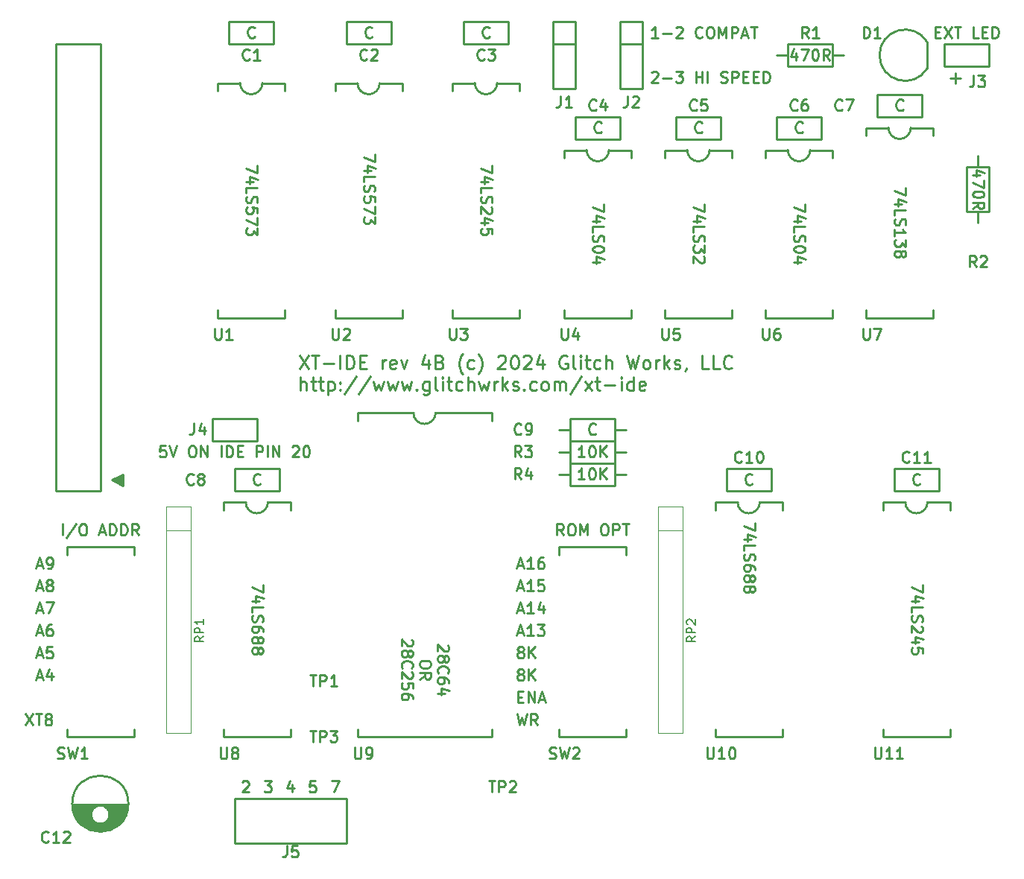
<source format=gto>
%TF.GenerationSoftware,KiCad,Pcbnew,8.0.4*%
%TF.CreationDate,2024-11-11T08:19:32-05:00*%
%TF.ProjectId,XT-IDE,58542d49-4445-42e6-9b69-6361645f7063,3B*%
%TF.SameCoordinates,Original*%
%TF.FileFunction,Legend,Top*%
%TF.FilePolarity,Positive*%
%FSLAX46Y46*%
G04 Gerber Fmt 4.6, Leading zero omitted, Abs format (unit mm)*
G04 Created by KiCad (PCBNEW 8.0.4) date 2024-11-11 08:19:32*
%MOMM*%
%LPD*%
G01*
G04 APERTURE LIST*
%ADD10C,0.254000*%
%ADD11C,0.150000*%
%ADD12C,0.120000*%
G04 APERTURE END LIST*
D10*
X182919429Y-42611252D02*
X184080572Y-42611252D01*
X183500000Y-43191823D02*
X183500000Y-42030680D01*
X155000681Y-56968571D02*
X155000681Y-57815238D01*
X155000681Y-57815238D02*
X153730681Y-57270952D01*
X154577348Y-58843333D02*
X153730681Y-58843333D01*
X155061158Y-58540952D02*
X154154015Y-58238571D01*
X154154015Y-58238571D02*
X154154015Y-59024762D01*
X153730681Y-60113333D02*
X153730681Y-59508571D01*
X153730681Y-59508571D02*
X155000681Y-59508571D01*
X153791158Y-60476190D02*
X153730681Y-60657619D01*
X153730681Y-60657619D02*
X153730681Y-60960000D01*
X153730681Y-60960000D02*
X153791158Y-61080952D01*
X153791158Y-61080952D02*
X153851634Y-61141428D01*
X153851634Y-61141428D02*
X153972586Y-61201905D01*
X153972586Y-61201905D02*
X154093538Y-61201905D01*
X154093538Y-61201905D02*
X154214491Y-61141428D01*
X154214491Y-61141428D02*
X154274967Y-61080952D01*
X154274967Y-61080952D02*
X154335443Y-60960000D01*
X154335443Y-60960000D02*
X154395919Y-60718095D01*
X154395919Y-60718095D02*
X154456396Y-60597143D01*
X154456396Y-60597143D02*
X154516872Y-60536666D01*
X154516872Y-60536666D02*
X154637824Y-60476190D01*
X154637824Y-60476190D02*
X154758777Y-60476190D01*
X154758777Y-60476190D02*
X154879729Y-60536666D01*
X154879729Y-60536666D02*
X154940205Y-60597143D01*
X154940205Y-60597143D02*
X155000681Y-60718095D01*
X155000681Y-60718095D02*
X155000681Y-61020476D01*
X155000681Y-61020476D02*
X154940205Y-61201905D01*
X155000681Y-61625238D02*
X155000681Y-62411429D01*
X155000681Y-62411429D02*
X154516872Y-61988095D01*
X154516872Y-61988095D02*
X154516872Y-62169524D01*
X154516872Y-62169524D02*
X154456396Y-62290476D01*
X154456396Y-62290476D02*
X154395919Y-62350952D01*
X154395919Y-62350952D02*
X154274967Y-62411429D01*
X154274967Y-62411429D02*
X153972586Y-62411429D01*
X153972586Y-62411429D02*
X153851634Y-62350952D01*
X153851634Y-62350952D02*
X153791158Y-62290476D01*
X153791158Y-62290476D02*
X153730681Y-62169524D01*
X153730681Y-62169524D02*
X153730681Y-61806667D01*
X153730681Y-61806667D02*
X153791158Y-61685714D01*
X153791158Y-61685714D02*
X153851634Y-61625238D01*
X154879729Y-62895238D02*
X154940205Y-62955714D01*
X154940205Y-62955714D02*
X155000681Y-63076667D01*
X155000681Y-63076667D02*
X155000681Y-63379048D01*
X155000681Y-63379048D02*
X154940205Y-63500000D01*
X154940205Y-63500000D02*
X154879729Y-63560476D01*
X154879729Y-63560476D02*
X154758777Y-63620953D01*
X154758777Y-63620953D02*
X154637824Y-63620953D01*
X154637824Y-63620953D02*
X154456396Y-63560476D01*
X154456396Y-63560476D02*
X153730681Y-62834762D01*
X153730681Y-62834762D02*
X153730681Y-63620953D01*
X143570681Y-56968571D02*
X143570681Y-57815238D01*
X143570681Y-57815238D02*
X142300681Y-57270952D01*
X143147348Y-58843333D02*
X142300681Y-58843333D01*
X143631158Y-58540952D02*
X142724015Y-58238571D01*
X142724015Y-58238571D02*
X142724015Y-59024762D01*
X142300681Y-60113333D02*
X142300681Y-59508571D01*
X142300681Y-59508571D02*
X143570681Y-59508571D01*
X142361158Y-60476190D02*
X142300681Y-60657619D01*
X142300681Y-60657619D02*
X142300681Y-60960000D01*
X142300681Y-60960000D02*
X142361158Y-61080952D01*
X142361158Y-61080952D02*
X142421634Y-61141428D01*
X142421634Y-61141428D02*
X142542586Y-61201905D01*
X142542586Y-61201905D02*
X142663538Y-61201905D01*
X142663538Y-61201905D02*
X142784491Y-61141428D01*
X142784491Y-61141428D02*
X142844967Y-61080952D01*
X142844967Y-61080952D02*
X142905443Y-60960000D01*
X142905443Y-60960000D02*
X142965919Y-60718095D01*
X142965919Y-60718095D02*
X143026396Y-60597143D01*
X143026396Y-60597143D02*
X143086872Y-60536666D01*
X143086872Y-60536666D02*
X143207824Y-60476190D01*
X143207824Y-60476190D02*
X143328777Y-60476190D01*
X143328777Y-60476190D02*
X143449729Y-60536666D01*
X143449729Y-60536666D02*
X143510205Y-60597143D01*
X143510205Y-60597143D02*
X143570681Y-60718095D01*
X143570681Y-60718095D02*
X143570681Y-61020476D01*
X143570681Y-61020476D02*
X143510205Y-61201905D01*
X143570681Y-61988095D02*
X143570681Y-62109048D01*
X143570681Y-62109048D02*
X143510205Y-62230000D01*
X143510205Y-62230000D02*
X143449729Y-62290476D01*
X143449729Y-62290476D02*
X143328777Y-62350952D01*
X143328777Y-62350952D02*
X143086872Y-62411429D01*
X143086872Y-62411429D02*
X142784491Y-62411429D01*
X142784491Y-62411429D02*
X142542586Y-62350952D01*
X142542586Y-62350952D02*
X142421634Y-62290476D01*
X142421634Y-62290476D02*
X142361158Y-62230000D01*
X142361158Y-62230000D02*
X142300681Y-62109048D01*
X142300681Y-62109048D02*
X142300681Y-61988095D01*
X142300681Y-61988095D02*
X142361158Y-61867143D01*
X142361158Y-61867143D02*
X142421634Y-61806667D01*
X142421634Y-61806667D02*
X142542586Y-61746190D01*
X142542586Y-61746190D02*
X142784491Y-61685714D01*
X142784491Y-61685714D02*
X143086872Y-61685714D01*
X143086872Y-61685714D02*
X143328777Y-61746190D01*
X143328777Y-61746190D02*
X143449729Y-61806667D01*
X143449729Y-61806667D02*
X143510205Y-61867143D01*
X143510205Y-61867143D02*
X143570681Y-61988095D01*
X143147348Y-63500000D02*
X142300681Y-63500000D01*
X143631158Y-63197619D02*
X142724015Y-62895238D01*
X142724015Y-62895238D02*
X142724015Y-63681429D01*
X112606666Y-122494318D02*
X113453333Y-122494318D01*
X113453333Y-122494318D02*
X112909047Y-123764318D01*
X79149009Y-110701461D02*
X79753771Y-110701461D01*
X79028057Y-111064318D02*
X79451390Y-109794318D01*
X79451390Y-109794318D02*
X79874724Y-111064318D01*
X80842342Y-110217651D02*
X80842342Y-111064318D01*
X80539961Y-109733842D02*
X80237580Y-110640984D01*
X80237580Y-110640984D02*
X81023771Y-110640984D01*
X79149009Y-103081461D02*
X79753771Y-103081461D01*
X79028057Y-103444318D02*
X79451390Y-102174318D01*
X79451390Y-102174318D02*
X79874724Y-103444318D01*
X80177104Y-102174318D02*
X81023771Y-102174318D01*
X81023771Y-102174318D02*
X80479485Y-103444318D01*
X104835681Y-100178809D02*
X104835681Y-101025476D01*
X104835681Y-101025476D02*
X103565681Y-100481190D01*
X104412348Y-102053571D02*
X103565681Y-102053571D01*
X104896158Y-101751190D02*
X103989015Y-101448809D01*
X103989015Y-101448809D02*
X103989015Y-102235000D01*
X103565681Y-103323571D02*
X103565681Y-102718809D01*
X103565681Y-102718809D02*
X104835681Y-102718809D01*
X103626158Y-103686428D02*
X103565681Y-103867857D01*
X103565681Y-103867857D02*
X103565681Y-104170238D01*
X103565681Y-104170238D02*
X103626158Y-104291190D01*
X103626158Y-104291190D02*
X103686634Y-104351666D01*
X103686634Y-104351666D02*
X103807586Y-104412143D01*
X103807586Y-104412143D02*
X103928538Y-104412143D01*
X103928538Y-104412143D02*
X104049491Y-104351666D01*
X104049491Y-104351666D02*
X104109967Y-104291190D01*
X104109967Y-104291190D02*
X104170443Y-104170238D01*
X104170443Y-104170238D02*
X104230919Y-103928333D01*
X104230919Y-103928333D02*
X104291396Y-103807381D01*
X104291396Y-103807381D02*
X104351872Y-103746904D01*
X104351872Y-103746904D02*
X104472824Y-103686428D01*
X104472824Y-103686428D02*
X104593777Y-103686428D01*
X104593777Y-103686428D02*
X104714729Y-103746904D01*
X104714729Y-103746904D02*
X104775205Y-103807381D01*
X104775205Y-103807381D02*
X104835681Y-103928333D01*
X104835681Y-103928333D02*
X104835681Y-104230714D01*
X104835681Y-104230714D02*
X104775205Y-104412143D01*
X104835681Y-105500714D02*
X104835681Y-105258809D01*
X104835681Y-105258809D02*
X104775205Y-105137857D01*
X104775205Y-105137857D02*
X104714729Y-105077381D01*
X104714729Y-105077381D02*
X104533300Y-104956428D01*
X104533300Y-104956428D02*
X104291396Y-104895952D01*
X104291396Y-104895952D02*
X103807586Y-104895952D01*
X103807586Y-104895952D02*
X103686634Y-104956428D01*
X103686634Y-104956428D02*
X103626158Y-105016905D01*
X103626158Y-105016905D02*
X103565681Y-105137857D01*
X103565681Y-105137857D02*
X103565681Y-105379762D01*
X103565681Y-105379762D02*
X103626158Y-105500714D01*
X103626158Y-105500714D02*
X103686634Y-105561190D01*
X103686634Y-105561190D02*
X103807586Y-105621667D01*
X103807586Y-105621667D02*
X104109967Y-105621667D01*
X104109967Y-105621667D02*
X104230919Y-105561190D01*
X104230919Y-105561190D02*
X104291396Y-105500714D01*
X104291396Y-105500714D02*
X104351872Y-105379762D01*
X104351872Y-105379762D02*
X104351872Y-105137857D01*
X104351872Y-105137857D02*
X104291396Y-105016905D01*
X104291396Y-105016905D02*
X104230919Y-104956428D01*
X104230919Y-104956428D02*
X104109967Y-104895952D01*
X104291396Y-106347381D02*
X104351872Y-106226429D01*
X104351872Y-106226429D02*
X104412348Y-106165952D01*
X104412348Y-106165952D02*
X104533300Y-106105476D01*
X104533300Y-106105476D02*
X104593777Y-106105476D01*
X104593777Y-106105476D02*
X104714729Y-106165952D01*
X104714729Y-106165952D02*
X104775205Y-106226429D01*
X104775205Y-106226429D02*
X104835681Y-106347381D01*
X104835681Y-106347381D02*
X104835681Y-106589286D01*
X104835681Y-106589286D02*
X104775205Y-106710238D01*
X104775205Y-106710238D02*
X104714729Y-106770714D01*
X104714729Y-106770714D02*
X104593777Y-106831191D01*
X104593777Y-106831191D02*
X104533300Y-106831191D01*
X104533300Y-106831191D02*
X104412348Y-106770714D01*
X104412348Y-106770714D02*
X104351872Y-106710238D01*
X104351872Y-106710238D02*
X104291396Y-106589286D01*
X104291396Y-106589286D02*
X104291396Y-106347381D01*
X104291396Y-106347381D02*
X104230919Y-106226429D01*
X104230919Y-106226429D02*
X104170443Y-106165952D01*
X104170443Y-106165952D02*
X104049491Y-106105476D01*
X104049491Y-106105476D02*
X103807586Y-106105476D01*
X103807586Y-106105476D02*
X103686634Y-106165952D01*
X103686634Y-106165952D02*
X103626158Y-106226429D01*
X103626158Y-106226429D02*
X103565681Y-106347381D01*
X103565681Y-106347381D02*
X103565681Y-106589286D01*
X103565681Y-106589286D02*
X103626158Y-106710238D01*
X103626158Y-106710238D02*
X103686634Y-106770714D01*
X103686634Y-106770714D02*
X103807586Y-106831191D01*
X103807586Y-106831191D02*
X104049491Y-106831191D01*
X104049491Y-106831191D02*
X104170443Y-106770714D01*
X104170443Y-106770714D02*
X104230919Y-106710238D01*
X104230919Y-106710238D02*
X104291396Y-106589286D01*
X104291396Y-107556905D02*
X104351872Y-107435953D01*
X104351872Y-107435953D02*
X104412348Y-107375476D01*
X104412348Y-107375476D02*
X104533300Y-107315000D01*
X104533300Y-107315000D02*
X104593777Y-107315000D01*
X104593777Y-107315000D02*
X104714729Y-107375476D01*
X104714729Y-107375476D02*
X104775205Y-107435953D01*
X104775205Y-107435953D02*
X104835681Y-107556905D01*
X104835681Y-107556905D02*
X104835681Y-107798810D01*
X104835681Y-107798810D02*
X104775205Y-107919762D01*
X104775205Y-107919762D02*
X104714729Y-107980238D01*
X104714729Y-107980238D02*
X104593777Y-108040715D01*
X104593777Y-108040715D02*
X104533300Y-108040715D01*
X104533300Y-108040715D02*
X104412348Y-107980238D01*
X104412348Y-107980238D02*
X104351872Y-107919762D01*
X104351872Y-107919762D02*
X104291396Y-107798810D01*
X104291396Y-107798810D02*
X104291396Y-107556905D01*
X104291396Y-107556905D02*
X104230919Y-107435953D01*
X104230919Y-107435953D02*
X104170443Y-107375476D01*
X104170443Y-107375476D02*
X104049491Y-107315000D01*
X104049491Y-107315000D02*
X103807586Y-107315000D01*
X103807586Y-107315000D02*
X103686634Y-107375476D01*
X103686634Y-107375476D02*
X103626158Y-107435953D01*
X103626158Y-107435953D02*
X103565681Y-107556905D01*
X103565681Y-107556905D02*
X103565681Y-107798810D01*
X103565681Y-107798810D02*
X103626158Y-107919762D01*
X103626158Y-107919762D02*
X103686634Y-107980238D01*
X103686634Y-107980238D02*
X103807586Y-108040715D01*
X103807586Y-108040715D02*
X104049491Y-108040715D01*
X104049491Y-108040715D02*
X104170443Y-107980238D01*
X104170443Y-107980238D02*
X104230919Y-107919762D01*
X104230919Y-107919762D02*
X104291396Y-107798810D01*
X79149009Y-108161461D02*
X79753771Y-108161461D01*
X79028057Y-108524318D02*
X79451390Y-107254318D01*
X79451390Y-107254318D02*
X79874724Y-108524318D01*
X80902818Y-107254318D02*
X80298056Y-107254318D01*
X80298056Y-107254318D02*
X80237580Y-107859080D01*
X80237580Y-107859080D02*
X80298056Y-107798603D01*
X80298056Y-107798603D02*
X80419009Y-107738127D01*
X80419009Y-107738127D02*
X80721390Y-107738127D01*
X80721390Y-107738127D02*
X80842342Y-107798603D01*
X80842342Y-107798603D02*
X80902818Y-107859080D01*
X80902818Y-107859080D02*
X80963295Y-107980032D01*
X80963295Y-107980032D02*
X80963295Y-108282413D01*
X80963295Y-108282413D02*
X80902818Y-108403365D01*
X80902818Y-108403365D02*
X80842342Y-108463842D01*
X80842342Y-108463842D02*
X80721390Y-108524318D01*
X80721390Y-108524318D02*
X80419009Y-108524318D01*
X80419009Y-108524318D02*
X80298056Y-108463842D01*
X80298056Y-108463842D02*
X80237580Y-108403365D01*
X177860681Y-55093809D02*
X177860681Y-55940476D01*
X177860681Y-55940476D02*
X176590681Y-55396190D01*
X177437348Y-56968571D02*
X176590681Y-56968571D01*
X177921158Y-56666190D02*
X177014015Y-56363809D01*
X177014015Y-56363809D02*
X177014015Y-57150000D01*
X176590681Y-58238571D02*
X176590681Y-57633809D01*
X176590681Y-57633809D02*
X177860681Y-57633809D01*
X176651158Y-58601428D02*
X176590681Y-58782857D01*
X176590681Y-58782857D02*
X176590681Y-59085238D01*
X176590681Y-59085238D02*
X176651158Y-59206190D01*
X176651158Y-59206190D02*
X176711634Y-59266666D01*
X176711634Y-59266666D02*
X176832586Y-59327143D01*
X176832586Y-59327143D02*
X176953538Y-59327143D01*
X176953538Y-59327143D02*
X177074491Y-59266666D01*
X177074491Y-59266666D02*
X177134967Y-59206190D01*
X177134967Y-59206190D02*
X177195443Y-59085238D01*
X177195443Y-59085238D02*
X177255919Y-58843333D01*
X177255919Y-58843333D02*
X177316396Y-58722381D01*
X177316396Y-58722381D02*
X177376872Y-58661904D01*
X177376872Y-58661904D02*
X177497824Y-58601428D01*
X177497824Y-58601428D02*
X177618777Y-58601428D01*
X177618777Y-58601428D02*
X177739729Y-58661904D01*
X177739729Y-58661904D02*
X177800205Y-58722381D01*
X177800205Y-58722381D02*
X177860681Y-58843333D01*
X177860681Y-58843333D02*
X177860681Y-59145714D01*
X177860681Y-59145714D02*
X177800205Y-59327143D01*
X176590681Y-60536667D02*
X176590681Y-59810952D01*
X176590681Y-60173809D02*
X177860681Y-60173809D01*
X177860681Y-60173809D02*
X177679253Y-60052857D01*
X177679253Y-60052857D02*
X177558300Y-59931905D01*
X177558300Y-59931905D02*
X177497824Y-59810952D01*
X177860681Y-60960000D02*
X177860681Y-61746191D01*
X177860681Y-61746191D02*
X177376872Y-61322857D01*
X177376872Y-61322857D02*
X177376872Y-61504286D01*
X177376872Y-61504286D02*
X177316396Y-61625238D01*
X177316396Y-61625238D02*
X177255919Y-61685714D01*
X177255919Y-61685714D02*
X177134967Y-61746191D01*
X177134967Y-61746191D02*
X176832586Y-61746191D01*
X176832586Y-61746191D02*
X176711634Y-61685714D01*
X176711634Y-61685714D02*
X176651158Y-61625238D01*
X176651158Y-61625238D02*
X176590681Y-61504286D01*
X176590681Y-61504286D02*
X176590681Y-61141429D01*
X176590681Y-61141429D02*
X176651158Y-61020476D01*
X176651158Y-61020476D02*
X176711634Y-60960000D01*
X177316396Y-62471905D02*
X177376872Y-62350953D01*
X177376872Y-62350953D02*
X177437348Y-62290476D01*
X177437348Y-62290476D02*
X177558300Y-62230000D01*
X177558300Y-62230000D02*
X177618777Y-62230000D01*
X177618777Y-62230000D02*
X177739729Y-62290476D01*
X177739729Y-62290476D02*
X177800205Y-62350953D01*
X177800205Y-62350953D02*
X177860681Y-62471905D01*
X177860681Y-62471905D02*
X177860681Y-62713810D01*
X177860681Y-62713810D02*
X177800205Y-62834762D01*
X177800205Y-62834762D02*
X177739729Y-62895238D01*
X177739729Y-62895238D02*
X177618777Y-62955715D01*
X177618777Y-62955715D02*
X177558300Y-62955715D01*
X177558300Y-62955715D02*
X177437348Y-62895238D01*
X177437348Y-62895238D02*
X177376872Y-62834762D01*
X177376872Y-62834762D02*
X177316396Y-62713810D01*
X177316396Y-62713810D02*
X177316396Y-62471905D01*
X177316396Y-62471905D02*
X177255919Y-62350953D01*
X177255919Y-62350953D02*
X177195443Y-62290476D01*
X177195443Y-62290476D02*
X177074491Y-62230000D01*
X177074491Y-62230000D02*
X176832586Y-62230000D01*
X176832586Y-62230000D02*
X176711634Y-62290476D01*
X176711634Y-62290476D02*
X176651158Y-62350953D01*
X176651158Y-62350953D02*
X176590681Y-62471905D01*
X176590681Y-62471905D02*
X176590681Y-62713810D01*
X176590681Y-62713810D02*
X176651158Y-62834762D01*
X176651158Y-62834762D02*
X176711634Y-62895238D01*
X176711634Y-62895238D02*
X176832586Y-62955715D01*
X176832586Y-62955715D02*
X177074491Y-62955715D01*
X177074491Y-62955715D02*
X177195443Y-62895238D01*
X177195443Y-62895238D02*
X177255919Y-62834762D01*
X177255919Y-62834762D02*
X177316396Y-62713810D01*
X79149009Y-105621461D02*
X79753771Y-105621461D01*
X79028057Y-105984318D02*
X79451390Y-104714318D01*
X79451390Y-104714318D02*
X79874724Y-105984318D01*
X80842342Y-104714318D02*
X80600437Y-104714318D01*
X80600437Y-104714318D02*
X80479485Y-104774794D01*
X80479485Y-104774794D02*
X80419009Y-104835270D01*
X80419009Y-104835270D02*
X80298056Y-105016699D01*
X80298056Y-105016699D02*
X80237580Y-105258603D01*
X80237580Y-105258603D02*
X80237580Y-105742413D01*
X80237580Y-105742413D02*
X80298056Y-105863365D01*
X80298056Y-105863365D02*
X80358533Y-105923842D01*
X80358533Y-105923842D02*
X80479485Y-105984318D01*
X80479485Y-105984318D02*
X80721390Y-105984318D01*
X80721390Y-105984318D02*
X80842342Y-105923842D01*
X80842342Y-105923842D02*
X80902818Y-105863365D01*
X80902818Y-105863365D02*
X80963295Y-105742413D01*
X80963295Y-105742413D02*
X80963295Y-105440032D01*
X80963295Y-105440032D02*
X80902818Y-105319080D01*
X80902818Y-105319080D02*
X80842342Y-105258603D01*
X80842342Y-105258603D02*
X80721390Y-105198127D01*
X80721390Y-105198127D02*
X80479485Y-105198127D01*
X80479485Y-105198127D02*
X80358533Y-105258603D01*
X80358533Y-105258603D02*
X80298056Y-105319080D01*
X80298056Y-105319080D02*
X80237580Y-105440032D01*
X77863095Y-114874318D02*
X78709762Y-116144318D01*
X78709762Y-114874318D02*
X77863095Y-116144318D01*
X79012143Y-114874318D02*
X79737857Y-114874318D01*
X79375000Y-116144318D02*
X79375000Y-114874318D01*
X80342619Y-115418603D02*
X80221667Y-115358127D01*
X80221667Y-115358127D02*
X80161190Y-115297651D01*
X80161190Y-115297651D02*
X80100714Y-115176699D01*
X80100714Y-115176699D02*
X80100714Y-115116222D01*
X80100714Y-115116222D02*
X80161190Y-114995270D01*
X80161190Y-114995270D02*
X80221667Y-114934794D01*
X80221667Y-114934794D02*
X80342619Y-114874318D01*
X80342619Y-114874318D02*
X80584524Y-114874318D01*
X80584524Y-114874318D02*
X80705476Y-114934794D01*
X80705476Y-114934794D02*
X80765952Y-114995270D01*
X80765952Y-114995270D02*
X80826429Y-115116222D01*
X80826429Y-115116222D02*
X80826429Y-115176699D01*
X80826429Y-115176699D02*
X80765952Y-115297651D01*
X80765952Y-115297651D02*
X80705476Y-115358127D01*
X80705476Y-115358127D02*
X80584524Y-115418603D01*
X80584524Y-115418603D02*
X80342619Y-115418603D01*
X80342619Y-115418603D02*
X80221667Y-115479080D01*
X80221667Y-115479080D02*
X80161190Y-115539556D01*
X80161190Y-115539556D02*
X80100714Y-115660508D01*
X80100714Y-115660508D02*
X80100714Y-115902413D01*
X80100714Y-115902413D02*
X80161190Y-116023365D01*
X80161190Y-116023365D02*
X80221667Y-116083842D01*
X80221667Y-116083842D02*
X80342619Y-116144318D01*
X80342619Y-116144318D02*
X80584524Y-116144318D01*
X80584524Y-116144318D02*
X80705476Y-116083842D01*
X80705476Y-116083842D02*
X80765952Y-116023365D01*
X80765952Y-116023365D02*
X80826429Y-115902413D01*
X80826429Y-115902413D02*
X80826429Y-115660508D01*
X80826429Y-115660508D02*
X80765952Y-115539556D01*
X80765952Y-115539556D02*
X80705476Y-115479080D01*
X80705476Y-115479080D02*
X80584524Y-115418603D01*
X108969819Y-74141046D02*
X109985819Y-75665046D01*
X109985819Y-74141046D02*
X108969819Y-75665046D01*
X110348676Y-74141046D02*
X111219534Y-74141046D01*
X110784105Y-75665046D02*
X110784105Y-74141046D01*
X111727534Y-75084475D02*
X112888677Y-75084475D01*
X113614391Y-75665046D02*
X113614391Y-74141046D01*
X114340105Y-75665046D02*
X114340105Y-74141046D01*
X114340105Y-74141046D02*
X114702962Y-74141046D01*
X114702962Y-74141046D02*
X114920676Y-74213617D01*
X114920676Y-74213617D02*
X115065819Y-74358760D01*
X115065819Y-74358760D02*
X115138390Y-74503903D01*
X115138390Y-74503903D02*
X115210962Y-74794189D01*
X115210962Y-74794189D02*
X115210962Y-75011903D01*
X115210962Y-75011903D02*
X115138390Y-75302189D01*
X115138390Y-75302189D02*
X115065819Y-75447332D01*
X115065819Y-75447332D02*
X114920676Y-75592475D01*
X114920676Y-75592475D02*
X114702962Y-75665046D01*
X114702962Y-75665046D02*
X114340105Y-75665046D01*
X115864105Y-74866760D02*
X116372105Y-74866760D01*
X116589819Y-75665046D02*
X115864105Y-75665046D01*
X115864105Y-75665046D02*
X115864105Y-74141046D01*
X115864105Y-74141046D02*
X116589819Y-74141046D01*
X118404105Y-75665046D02*
X118404105Y-74649046D01*
X118404105Y-74939332D02*
X118476676Y-74794189D01*
X118476676Y-74794189D02*
X118549248Y-74721617D01*
X118549248Y-74721617D02*
X118694390Y-74649046D01*
X118694390Y-74649046D02*
X118839533Y-74649046D01*
X119928105Y-75592475D02*
X119782962Y-75665046D01*
X119782962Y-75665046D02*
X119492677Y-75665046D01*
X119492677Y-75665046D02*
X119347534Y-75592475D01*
X119347534Y-75592475D02*
X119274962Y-75447332D01*
X119274962Y-75447332D02*
X119274962Y-74866760D01*
X119274962Y-74866760D02*
X119347534Y-74721617D01*
X119347534Y-74721617D02*
X119492677Y-74649046D01*
X119492677Y-74649046D02*
X119782962Y-74649046D01*
X119782962Y-74649046D02*
X119928105Y-74721617D01*
X119928105Y-74721617D02*
X120000677Y-74866760D01*
X120000677Y-74866760D02*
X120000677Y-75011903D01*
X120000677Y-75011903D02*
X119274962Y-75157046D01*
X120508677Y-74649046D02*
X120871534Y-75665046D01*
X120871534Y-75665046D02*
X121234391Y-74649046D01*
X123629249Y-74649046D02*
X123629249Y-75665046D01*
X123266391Y-74068475D02*
X122903534Y-75157046D01*
X122903534Y-75157046D02*
X123846963Y-75157046D01*
X124935535Y-74866760D02*
X125153249Y-74939332D01*
X125153249Y-74939332D02*
X125225820Y-75011903D01*
X125225820Y-75011903D02*
X125298392Y-75157046D01*
X125298392Y-75157046D02*
X125298392Y-75374760D01*
X125298392Y-75374760D02*
X125225820Y-75519903D01*
X125225820Y-75519903D02*
X125153249Y-75592475D01*
X125153249Y-75592475D02*
X125008106Y-75665046D01*
X125008106Y-75665046D02*
X124427535Y-75665046D01*
X124427535Y-75665046D02*
X124427535Y-74141046D01*
X124427535Y-74141046D02*
X124935535Y-74141046D01*
X124935535Y-74141046D02*
X125080678Y-74213617D01*
X125080678Y-74213617D02*
X125153249Y-74286189D01*
X125153249Y-74286189D02*
X125225820Y-74431332D01*
X125225820Y-74431332D02*
X125225820Y-74576475D01*
X125225820Y-74576475D02*
X125153249Y-74721617D01*
X125153249Y-74721617D02*
X125080678Y-74794189D01*
X125080678Y-74794189D02*
X124935535Y-74866760D01*
X124935535Y-74866760D02*
X124427535Y-74866760D01*
X127548106Y-76245617D02*
X127475535Y-76173046D01*
X127475535Y-76173046D02*
X127330392Y-75955332D01*
X127330392Y-75955332D02*
X127257821Y-75810189D01*
X127257821Y-75810189D02*
X127185249Y-75592475D01*
X127185249Y-75592475D02*
X127112678Y-75229617D01*
X127112678Y-75229617D02*
X127112678Y-74939332D01*
X127112678Y-74939332D02*
X127185249Y-74576475D01*
X127185249Y-74576475D02*
X127257821Y-74358760D01*
X127257821Y-74358760D02*
X127330392Y-74213617D01*
X127330392Y-74213617D02*
X127475535Y-73995903D01*
X127475535Y-73995903D02*
X127548106Y-73923332D01*
X128781821Y-75592475D02*
X128636678Y-75665046D01*
X128636678Y-75665046D02*
X128346392Y-75665046D01*
X128346392Y-75665046D02*
X128201249Y-75592475D01*
X128201249Y-75592475D02*
X128128678Y-75519903D01*
X128128678Y-75519903D02*
X128056106Y-75374760D01*
X128056106Y-75374760D02*
X128056106Y-74939332D01*
X128056106Y-74939332D02*
X128128678Y-74794189D01*
X128128678Y-74794189D02*
X128201249Y-74721617D01*
X128201249Y-74721617D02*
X128346392Y-74649046D01*
X128346392Y-74649046D02*
X128636678Y-74649046D01*
X128636678Y-74649046D02*
X128781821Y-74721617D01*
X129289821Y-76245617D02*
X129362392Y-76173046D01*
X129362392Y-76173046D02*
X129507535Y-75955332D01*
X129507535Y-75955332D02*
X129580107Y-75810189D01*
X129580107Y-75810189D02*
X129652678Y-75592475D01*
X129652678Y-75592475D02*
X129725249Y-75229617D01*
X129725249Y-75229617D02*
X129725249Y-74939332D01*
X129725249Y-74939332D02*
X129652678Y-74576475D01*
X129652678Y-74576475D02*
X129580107Y-74358760D01*
X129580107Y-74358760D02*
X129507535Y-74213617D01*
X129507535Y-74213617D02*
X129362392Y-73995903D01*
X129362392Y-73995903D02*
X129289821Y-73923332D01*
X131539535Y-74286189D02*
X131612107Y-74213617D01*
X131612107Y-74213617D02*
X131757250Y-74141046D01*
X131757250Y-74141046D02*
X132120107Y-74141046D01*
X132120107Y-74141046D02*
X132265250Y-74213617D01*
X132265250Y-74213617D02*
X132337821Y-74286189D01*
X132337821Y-74286189D02*
X132410392Y-74431332D01*
X132410392Y-74431332D02*
X132410392Y-74576475D01*
X132410392Y-74576475D02*
X132337821Y-74794189D01*
X132337821Y-74794189D02*
X131466964Y-75665046D01*
X131466964Y-75665046D02*
X132410392Y-75665046D01*
X133353821Y-74141046D02*
X133498964Y-74141046D01*
X133498964Y-74141046D02*
X133644107Y-74213617D01*
X133644107Y-74213617D02*
X133716679Y-74286189D01*
X133716679Y-74286189D02*
X133789250Y-74431332D01*
X133789250Y-74431332D02*
X133861821Y-74721617D01*
X133861821Y-74721617D02*
X133861821Y-75084475D01*
X133861821Y-75084475D02*
X133789250Y-75374760D01*
X133789250Y-75374760D02*
X133716679Y-75519903D01*
X133716679Y-75519903D02*
X133644107Y-75592475D01*
X133644107Y-75592475D02*
X133498964Y-75665046D01*
X133498964Y-75665046D02*
X133353821Y-75665046D01*
X133353821Y-75665046D02*
X133208679Y-75592475D01*
X133208679Y-75592475D02*
X133136107Y-75519903D01*
X133136107Y-75519903D02*
X133063536Y-75374760D01*
X133063536Y-75374760D02*
X132990964Y-75084475D01*
X132990964Y-75084475D02*
X132990964Y-74721617D01*
X132990964Y-74721617D02*
X133063536Y-74431332D01*
X133063536Y-74431332D02*
X133136107Y-74286189D01*
X133136107Y-74286189D02*
X133208679Y-74213617D01*
X133208679Y-74213617D02*
X133353821Y-74141046D01*
X134442393Y-74286189D02*
X134514965Y-74213617D01*
X134514965Y-74213617D02*
X134660108Y-74141046D01*
X134660108Y-74141046D02*
X135022965Y-74141046D01*
X135022965Y-74141046D02*
X135168108Y-74213617D01*
X135168108Y-74213617D02*
X135240679Y-74286189D01*
X135240679Y-74286189D02*
X135313250Y-74431332D01*
X135313250Y-74431332D02*
X135313250Y-74576475D01*
X135313250Y-74576475D02*
X135240679Y-74794189D01*
X135240679Y-74794189D02*
X134369822Y-75665046D01*
X134369822Y-75665046D02*
X135313250Y-75665046D01*
X136619537Y-74649046D02*
X136619537Y-75665046D01*
X136256679Y-74068475D02*
X135893822Y-75157046D01*
X135893822Y-75157046D02*
X136837251Y-75157046D01*
X139377251Y-74213617D02*
X139232109Y-74141046D01*
X139232109Y-74141046D02*
X139014394Y-74141046D01*
X139014394Y-74141046D02*
X138796680Y-74213617D01*
X138796680Y-74213617D02*
X138651537Y-74358760D01*
X138651537Y-74358760D02*
X138578966Y-74503903D01*
X138578966Y-74503903D02*
X138506394Y-74794189D01*
X138506394Y-74794189D02*
X138506394Y-75011903D01*
X138506394Y-75011903D02*
X138578966Y-75302189D01*
X138578966Y-75302189D02*
X138651537Y-75447332D01*
X138651537Y-75447332D02*
X138796680Y-75592475D01*
X138796680Y-75592475D02*
X139014394Y-75665046D01*
X139014394Y-75665046D02*
X139159537Y-75665046D01*
X139159537Y-75665046D02*
X139377251Y-75592475D01*
X139377251Y-75592475D02*
X139449823Y-75519903D01*
X139449823Y-75519903D02*
X139449823Y-75011903D01*
X139449823Y-75011903D02*
X139159537Y-75011903D01*
X140320680Y-75665046D02*
X140175537Y-75592475D01*
X140175537Y-75592475D02*
X140102966Y-75447332D01*
X140102966Y-75447332D02*
X140102966Y-74141046D01*
X140901252Y-75665046D02*
X140901252Y-74649046D01*
X140901252Y-74141046D02*
X140828680Y-74213617D01*
X140828680Y-74213617D02*
X140901252Y-74286189D01*
X140901252Y-74286189D02*
X140973823Y-74213617D01*
X140973823Y-74213617D02*
X140901252Y-74141046D01*
X140901252Y-74141046D02*
X140901252Y-74286189D01*
X141409251Y-74649046D02*
X141989823Y-74649046D01*
X141626966Y-74141046D02*
X141626966Y-75447332D01*
X141626966Y-75447332D02*
X141699537Y-75592475D01*
X141699537Y-75592475D02*
X141844680Y-75665046D01*
X141844680Y-75665046D02*
X141989823Y-75665046D01*
X143150966Y-75592475D02*
X143005823Y-75665046D01*
X143005823Y-75665046D02*
X142715537Y-75665046D01*
X142715537Y-75665046D02*
X142570394Y-75592475D01*
X142570394Y-75592475D02*
X142497823Y-75519903D01*
X142497823Y-75519903D02*
X142425251Y-75374760D01*
X142425251Y-75374760D02*
X142425251Y-74939332D01*
X142425251Y-74939332D02*
X142497823Y-74794189D01*
X142497823Y-74794189D02*
X142570394Y-74721617D01*
X142570394Y-74721617D02*
X142715537Y-74649046D01*
X142715537Y-74649046D02*
X143005823Y-74649046D01*
X143005823Y-74649046D02*
X143150966Y-74721617D01*
X143804109Y-75665046D02*
X143804109Y-74141046D01*
X144457252Y-75665046D02*
X144457252Y-74866760D01*
X144457252Y-74866760D02*
X144384680Y-74721617D01*
X144384680Y-74721617D02*
X144239537Y-74649046D01*
X144239537Y-74649046D02*
X144021823Y-74649046D01*
X144021823Y-74649046D02*
X143876680Y-74721617D01*
X143876680Y-74721617D02*
X143804109Y-74794189D01*
X146198966Y-74141046D02*
X146561823Y-75665046D01*
X146561823Y-75665046D02*
X146852109Y-74576475D01*
X146852109Y-74576475D02*
X147142394Y-75665046D01*
X147142394Y-75665046D02*
X147505252Y-74141046D01*
X148303537Y-75665046D02*
X148158394Y-75592475D01*
X148158394Y-75592475D02*
X148085823Y-75519903D01*
X148085823Y-75519903D02*
X148013251Y-75374760D01*
X148013251Y-75374760D02*
X148013251Y-74939332D01*
X148013251Y-74939332D02*
X148085823Y-74794189D01*
X148085823Y-74794189D02*
X148158394Y-74721617D01*
X148158394Y-74721617D02*
X148303537Y-74649046D01*
X148303537Y-74649046D02*
X148521251Y-74649046D01*
X148521251Y-74649046D02*
X148666394Y-74721617D01*
X148666394Y-74721617D02*
X148738966Y-74794189D01*
X148738966Y-74794189D02*
X148811537Y-74939332D01*
X148811537Y-74939332D02*
X148811537Y-75374760D01*
X148811537Y-75374760D02*
X148738966Y-75519903D01*
X148738966Y-75519903D02*
X148666394Y-75592475D01*
X148666394Y-75592475D02*
X148521251Y-75665046D01*
X148521251Y-75665046D02*
X148303537Y-75665046D01*
X149464680Y-75665046D02*
X149464680Y-74649046D01*
X149464680Y-74939332D02*
X149537251Y-74794189D01*
X149537251Y-74794189D02*
X149609823Y-74721617D01*
X149609823Y-74721617D02*
X149754965Y-74649046D01*
X149754965Y-74649046D02*
X149900108Y-74649046D01*
X150408109Y-75665046D02*
X150408109Y-74141046D01*
X150553252Y-75084475D02*
X150988680Y-75665046D01*
X150988680Y-74649046D02*
X150408109Y-75229617D01*
X151569251Y-75592475D02*
X151714394Y-75665046D01*
X151714394Y-75665046D02*
X152004680Y-75665046D01*
X152004680Y-75665046D02*
X152149823Y-75592475D01*
X152149823Y-75592475D02*
X152222394Y-75447332D01*
X152222394Y-75447332D02*
X152222394Y-75374760D01*
X152222394Y-75374760D02*
X152149823Y-75229617D01*
X152149823Y-75229617D02*
X152004680Y-75157046D01*
X152004680Y-75157046D02*
X151786966Y-75157046D01*
X151786966Y-75157046D02*
X151641823Y-75084475D01*
X151641823Y-75084475D02*
X151569251Y-74939332D01*
X151569251Y-74939332D02*
X151569251Y-74866760D01*
X151569251Y-74866760D02*
X151641823Y-74721617D01*
X151641823Y-74721617D02*
X151786966Y-74649046D01*
X151786966Y-74649046D02*
X152004680Y-74649046D01*
X152004680Y-74649046D02*
X152149823Y-74721617D01*
X152948108Y-75592475D02*
X152948108Y-75665046D01*
X152948108Y-75665046D02*
X152875537Y-75810189D01*
X152875537Y-75810189D02*
X152802965Y-75882760D01*
X155488108Y-75665046D02*
X154762394Y-75665046D01*
X154762394Y-75665046D02*
X154762394Y-74141046D01*
X156721822Y-75665046D02*
X155996108Y-75665046D01*
X155996108Y-75665046D02*
X155996108Y-74141046D01*
X158100679Y-75519903D02*
X158028107Y-75592475D01*
X158028107Y-75592475D02*
X157810393Y-75665046D01*
X157810393Y-75665046D02*
X157665250Y-75665046D01*
X157665250Y-75665046D02*
X157447536Y-75592475D01*
X157447536Y-75592475D02*
X157302393Y-75447332D01*
X157302393Y-75447332D02*
X157229822Y-75302189D01*
X157229822Y-75302189D02*
X157157250Y-75011903D01*
X157157250Y-75011903D02*
X157157250Y-74794189D01*
X157157250Y-74794189D02*
X157229822Y-74503903D01*
X157229822Y-74503903D02*
X157302393Y-74358760D01*
X157302393Y-74358760D02*
X157447536Y-74213617D01*
X157447536Y-74213617D02*
X157665250Y-74141046D01*
X157665250Y-74141046D02*
X157810393Y-74141046D01*
X157810393Y-74141046D02*
X158028107Y-74213617D01*
X158028107Y-74213617D02*
X158100679Y-74286189D01*
X109114962Y-78118601D02*
X109114962Y-76594601D01*
X109768105Y-78118601D02*
X109768105Y-77320315D01*
X109768105Y-77320315D02*
X109695533Y-77175172D01*
X109695533Y-77175172D02*
X109550390Y-77102601D01*
X109550390Y-77102601D02*
X109332676Y-77102601D01*
X109332676Y-77102601D02*
X109187533Y-77175172D01*
X109187533Y-77175172D02*
X109114962Y-77247744D01*
X110276104Y-77102601D02*
X110856676Y-77102601D01*
X110493819Y-76594601D02*
X110493819Y-77900887D01*
X110493819Y-77900887D02*
X110566390Y-78046030D01*
X110566390Y-78046030D02*
X110711533Y-78118601D01*
X110711533Y-78118601D02*
X110856676Y-78118601D01*
X111146961Y-77102601D02*
X111727533Y-77102601D01*
X111364676Y-76594601D02*
X111364676Y-77900887D01*
X111364676Y-77900887D02*
X111437247Y-78046030D01*
X111437247Y-78046030D02*
X111582390Y-78118601D01*
X111582390Y-78118601D02*
X111727533Y-78118601D01*
X112235533Y-77102601D02*
X112235533Y-78626601D01*
X112235533Y-77175172D02*
X112380676Y-77102601D01*
X112380676Y-77102601D02*
X112670961Y-77102601D01*
X112670961Y-77102601D02*
X112816104Y-77175172D01*
X112816104Y-77175172D02*
X112888676Y-77247744D01*
X112888676Y-77247744D02*
X112961247Y-77392887D01*
X112961247Y-77392887D02*
X112961247Y-77828315D01*
X112961247Y-77828315D02*
X112888676Y-77973458D01*
X112888676Y-77973458D02*
X112816104Y-78046030D01*
X112816104Y-78046030D02*
X112670961Y-78118601D01*
X112670961Y-78118601D02*
X112380676Y-78118601D01*
X112380676Y-78118601D02*
X112235533Y-78046030D01*
X113614390Y-77973458D02*
X113686961Y-78046030D01*
X113686961Y-78046030D02*
X113614390Y-78118601D01*
X113614390Y-78118601D02*
X113541818Y-78046030D01*
X113541818Y-78046030D02*
X113614390Y-77973458D01*
X113614390Y-77973458D02*
X113614390Y-78118601D01*
X113614390Y-77175172D02*
X113686961Y-77247744D01*
X113686961Y-77247744D02*
X113614390Y-77320315D01*
X113614390Y-77320315D02*
X113541818Y-77247744D01*
X113541818Y-77247744D02*
X113614390Y-77175172D01*
X113614390Y-77175172D02*
X113614390Y-77320315D01*
X115428675Y-76522030D02*
X114122389Y-78481458D01*
X117025246Y-76522030D02*
X115718960Y-78481458D01*
X117388103Y-77102601D02*
X117678389Y-78118601D01*
X117678389Y-78118601D02*
X117968674Y-77392887D01*
X117968674Y-77392887D02*
X118258960Y-78118601D01*
X118258960Y-78118601D02*
X118549246Y-77102601D01*
X118984674Y-77102601D02*
X119274960Y-78118601D01*
X119274960Y-78118601D02*
X119565245Y-77392887D01*
X119565245Y-77392887D02*
X119855531Y-78118601D01*
X119855531Y-78118601D02*
X120145817Y-77102601D01*
X120581245Y-77102601D02*
X120871531Y-78118601D01*
X120871531Y-78118601D02*
X121161816Y-77392887D01*
X121161816Y-77392887D02*
X121452102Y-78118601D01*
X121452102Y-78118601D02*
X121742388Y-77102601D01*
X122322959Y-77973458D02*
X122395530Y-78046030D01*
X122395530Y-78046030D02*
X122322959Y-78118601D01*
X122322959Y-78118601D02*
X122250387Y-78046030D01*
X122250387Y-78046030D02*
X122322959Y-77973458D01*
X122322959Y-77973458D02*
X122322959Y-78118601D01*
X123701816Y-77102601D02*
X123701816Y-78336315D01*
X123701816Y-78336315D02*
X123629244Y-78481458D01*
X123629244Y-78481458D02*
X123556673Y-78554030D01*
X123556673Y-78554030D02*
X123411530Y-78626601D01*
X123411530Y-78626601D02*
X123193816Y-78626601D01*
X123193816Y-78626601D02*
X123048673Y-78554030D01*
X123701816Y-78046030D02*
X123556673Y-78118601D01*
X123556673Y-78118601D02*
X123266387Y-78118601D01*
X123266387Y-78118601D02*
X123121244Y-78046030D01*
X123121244Y-78046030D02*
X123048673Y-77973458D01*
X123048673Y-77973458D02*
X122976101Y-77828315D01*
X122976101Y-77828315D02*
X122976101Y-77392887D01*
X122976101Y-77392887D02*
X123048673Y-77247744D01*
X123048673Y-77247744D02*
X123121244Y-77175172D01*
X123121244Y-77175172D02*
X123266387Y-77102601D01*
X123266387Y-77102601D02*
X123556673Y-77102601D01*
X123556673Y-77102601D02*
X123701816Y-77175172D01*
X124645244Y-78118601D02*
X124500101Y-78046030D01*
X124500101Y-78046030D02*
X124427530Y-77900887D01*
X124427530Y-77900887D02*
X124427530Y-76594601D01*
X125225816Y-78118601D02*
X125225816Y-77102601D01*
X125225816Y-76594601D02*
X125153244Y-76667172D01*
X125153244Y-76667172D02*
X125225816Y-76739744D01*
X125225816Y-76739744D02*
X125298387Y-76667172D01*
X125298387Y-76667172D02*
X125225816Y-76594601D01*
X125225816Y-76594601D02*
X125225816Y-76739744D01*
X125733815Y-77102601D02*
X126314387Y-77102601D01*
X125951530Y-76594601D02*
X125951530Y-77900887D01*
X125951530Y-77900887D02*
X126024101Y-78046030D01*
X126024101Y-78046030D02*
X126169244Y-78118601D01*
X126169244Y-78118601D02*
X126314387Y-78118601D01*
X127475530Y-78046030D02*
X127330387Y-78118601D01*
X127330387Y-78118601D02*
X127040101Y-78118601D01*
X127040101Y-78118601D02*
X126894958Y-78046030D01*
X126894958Y-78046030D02*
X126822387Y-77973458D01*
X126822387Y-77973458D02*
X126749815Y-77828315D01*
X126749815Y-77828315D02*
X126749815Y-77392887D01*
X126749815Y-77392887D02*
X126822387Y-77247744D01*
X126822387Y-77247744D02*
X126894958Y-77175172D01*
X126894958Y-77175172D02*
X127040101Y-77102601D01*
X127040101Y-77102601D02*
X127330387Y-77102601D01*
X127330387Y-77102601D02*
X127475530Y-77175172D01*
X128128673Y-78118601D02*
X128128673Y-76594601D01*
X128781816Y-78118601D02*
X128781816Y-77320315D01*
X128781816Y-77320315D02*
X128709244Y-77175172D01*
X128709244Y-77175172D02*
X128564101Y-77102601D01*
X128564101Y-77102601D02*
X128346387Y-77102601D01*
X128346387Y-77102601D02*
X128201244Y-77175172D01*
X128201244Y-77175172D02*
X128128673Y-77247744D01*
X129362387Y-77102601D02*
X129652673Y-78118601D01*
X129652673Y-78118601D02*
X129942958Y-77392887D01*
X129942958Y-77392887D02*
X130233244Y-78118601D01*
X130233244Y-78118601D02*
X130523530Y-77102601D01*
X131104101Y-78118601D02*
X131104101Y-77102601D01*
X131104101Y-77392887D02*
X131176672Y-77247744D01*
X131176672Y-77247744D02*
X131249244Y-77175172D01*
X131249244Y-77175172D02*
X131394386Y-77102601D01*
X131394386Y-77102601D02*
X131539529Y-77102601D01*
X132047530Y-78118601D02*
X132047530Y-76594601D01*
X132192673Y-77538030D02*
X132628101Y-78118601D01*
X132628101Y-77102601D02*
X132047530Y-77683172D01*
X133208672Y-78046030D02*
X133353815Y-78118601D01*
X133353815Y-78118601D02*
X133644101Y-78118601D01*
X133644101Y-78118601D02*
X133789244Y-78046030D01*
X133789244Y-78046030D02*
X133861815Y-77900887D01*
X133861815Y-77900887D02*
X133861815Y-77828315D01*
X133861815Y-77828315D02*
X133789244Y-77683172D01*
X133789244Y-77683172D02*
X133644101Y-77610601D01*
X133644101Y-77610601D02*
X133426387Y-77610601D01*
X133426387Y-77610601D02*
X133281244Y-77538030D01*
X133281244Y-77538030D02*
X133208672Y-77392887D01*
X133208672Y-77392887D02*
X133208672Y-77320315D01*
X133208672Y-77320315D02*
X133281244Y-77175172D01*
X133281244Y-77175172D02*
X133426387Y-77102601D01*
X133426387Y-77102601D02*
X133644101Y-77102601D01*
X133644101Y-77102601D02*
X133789244Y-77175172D01*
X134514958Y-77973458D02*
X134587529Y-78046030D01*
X134587529Y-78046030D02*
X134514958Y-78118601D01*
X134514958Y-78118601D02*
X134442386Y-78046030D01*
X134442386Y-78046030D02*
X134514958Y-77973458D01*
X134514958Y-77973458D02*
X134514958Y-78118601D01*
X135893815Y-78046030D02*
X135748672Y-78118601D01*
X135748672Y-78118601D02*
X135458386Y-78118601D01*
X135458386Y-78118601D02*
X135313243Y-78046030D01*
X135313243Y-78046030D02*
X135240672Y-77973458D01*
X135240672Y-77973458D02*
X135168100Y-77828315D01*
X135168100Y-77828315D02*
X135168100Y-77392887D01*
X135168100Y-77392887D02*
X135240672Y-77247744D01*
X135240672Y-77247744D02*
X135313243Y-77175172D01*
X135313243Y-77175172D02*
X135458386Y-77102601D01*
X135458386Y-77102601D02*
X135748672Y-77102601D01*
X135748672Y-77102601D02*
X135893815Y-77175172D01*
X136764672Y-78118601D02*
X136619529Y-78046030D01*
X136619529Y-78046030D02*
X136546958Y-77973458D01*
X136546958Y-77973458D02*
X136474386Y-77828315D01*
X136474386Y-77828315D02*
X136474386Y-77392887D01*
X136474386Y-77392887D02*
X136546958Y-77247744D01*
X136546958Y-77247744D02*
X136619529Y-77175172D01*
X136619529Y-77175172D02*
X136764672Y-77102601D01*
X136764672Y-77102601D02*
X136982386Y-77102601D01*
X136982386Y-77102601D02*
X137127529Y-77175172D01*
X137127529Y-77175172D02*
X137200101Y-77247744D01*
X137200101Y-77247744D02*
X137272672Y-77392887D01*
X137272672Y-77392887D02*
X137272672Y-77828315D01*
X137272672Y-77828315D02*
X137200101Y-77973458D01*
X137200101Y-77973458D02*
X137127529Y-78046030D01*
X137127529Y-78046030D02*
X136982386Y-78118601D01*
X136982386Y-78118601D02*
X136764672Y-78118601D01*
X137925815Y-78118601D02*
X137925815Y-77102601D01*
X137925815Y-77247744D02*
X137998386Y-77175172D01*
X137998386Y-77175172D02*
X138143529Y-77102601D01*
X138143529Y-77102601D02*
X138361243Y-77102601D01*
X138361243Y-77102601D02*
X138506386Y-77175172D01*
X138506386Y-77175172D02*
X138578958Y-77320315D01*
X138578958Y-77320315D02*
X138578958Y-78118601D01*
X138578958Y-77320315D02*
X138651529Y-77175172D01*
X138651529Y-77175172D02*
X138796672Y-77102601D01*
X138796672Y-77102601D02*
X139014386Y-77102601D01*
X139014386Y-77102601D02*
X139159529Y-77175172D01*
X139159529Y-77175172D02*
X139232100Y-77320315D01*
X139232100Y-77320315D02*
X139232100Y-78118601D01*
X141046386Y-76522030D02*
X139740100Y-78481458D01*
X141409243Y-78118601D02*
X142207529Y-77102601D01*
X141409243Y-77102601D02*
X142207529Y-78118601D01*
X142570385Y-77102601D02*
X143150957Y-77102601D01*
X142788100Y-76594601D02*
X142788100Y-77900887D01*
X142788100Y-77900887D02*
X142860671Y-78046030D01*
X142860671Y-78046030D02*
X143005814Y-78118601D01*
X143005814Y-78118601D02*
X143150957Y-78118601D01*
X143658957Y-77538030D02*
X144820100Y-77538030D01*
X145545814Y-78118601D02*
X145545814Y-77102601D01*
X145545814Y-76594601D02*
X145473242Y-76667172D01*
X145473242Y-76667172D02*
X145545814Y-76739744D01*
X145545814Y-76739744D02*
X145618385Y-76667172D01*
X145618385Y-76667172D02*
X145545814Y-76594601D01*
X145545814Y-76594601D02*
X145545814Y-76739744D01*
X146924671Y-78118601D02*
X146924671Y-76594601D01*
X146924671Y-78046030D02*
X146779528Y-78118601D01*
X146779528Y-78118601D02*
X146489242Y-78118601D01*
X146489242Y-78118601D02*
X146344099Y-78046030D01*
X146344099Y-78046030D02*
X146271528Y-77973458D01*
X146271528Y-77973458D02*
X146198956Y-77828315D01*
X146198956Y-77828315D02*
X146198956Y-77392887D01*
X146198956Y-77392887D02*
X146271528Y-77247744D01*
X146271528Y-77247744D02*
X146344099Y-77175172D01*
X146344099Y-77175172D02*
X146489242Y-77102601D01*
X146489242Y-77102601D02*
X146779528Y-77102601D01*
X146779528Y-77102601D02*
X146924671Y-77175172D01*
X148230956Y-78046030D02*
X148085813Y-78118601D01*
X148085813Y-78118601D02*
X147795528Y-78118601D01*
X147795528Y-78118601D02*
X147650385Y-78046030D01*
X147650385Y-78046030D02*
X147577813Y-77900887D01*
X147577813Y-77900887D02*
X147577813Y-77320315D01*
X147577813Y-77320315D02*
X147650385Y-77175172D01*
X147650385Y-77175172D02*
X147795528Y-77102601D01*
X147795528Y-77102601D02*
X148085813Y-77102601D01*
X148085813Y-77102601D02*
X148230956Y-77175172D01*
X148230956Y-77175172D02*
X148303528Y-77320315D01*
X148303528Y-77320315D02*
X148303528Y-77465458D01*
X148303528Y-77465458D02*
X147577813Y-77610601D01*
X179765681Y-100178809D02*
X179765681Y-101025476D01*
X179765681Y-101025476D02*
X178495681Y-100481190D01*
X179342348Y-102053571D02*
X178495681Y-102053571D01*
X179826158Y-101751190D02*
X178919015Y-101448809D01*
X178919015Y-101448809D02*
X178919015Y-102235000D01*
X178495681Y-103323571D02*
X178495681Y-102718809D01*
X178495681Y-102718809D02*
X179765681Y-102718809D01*
X178556158Y-103686428D02*
X178495681Y-103867857D01*
X178495681Y-103867857D02*
X178495681Y-104170238D01*
X178495681Y-104170238D02*
X178556158Y-104291190D01*
X178556158Y-104291190D02*
X178616634Y-104351666D01*
X178616634Y-104351666D02*
X178737586Y-104412143D01*
X178737586Y-104412143D02*
X178858538Y-104412143D01*
X178858538Y-104412143D02*
X178979491Y-104351666D01*
X178979491Y-104351666D02*
X179039967Y-104291190D01*
X179039967Y-104291190D02*
X179100443Y-104170238D01*
X179100443Y-104170238D02*
X179160919Y-103928333D01*
X179160919Y-103928333D02*
X179221396Y-103807381D01*
X179221396Y-103807381D02*
X179281872Y-103746904D01*
X179281872Y-103746904D02*
X179402824Y-103686428D01*
X179402824Y-103686428D02*
X179523777Y-103686428D01*
X179523777Y-103686428D02*
X179644729Y-103746904D01*
X179644729Y-103746904D02*
X179705205Y-103807381D01*
X179705205Y-103807381D02*
X179765681Y-103928333D01*
X179765681Y-103928333D02*
X179765681Y-104230714D01*
X179765681Y-104230714D02*
X179705205Y-104412143D01*
X179644729Y-104895952D02*
X179705205Y-104956428D01*
X179705205Y-104956428D02*
X179765681Y-105077381D01*
X179765681Y-105077381D02*
X179765681Y-105379762D01*
X179765681Y-105379762D02*
X179705205Y-105500714D01*
X179705205Y-105500714D02*
X179644729Y-105561190D01*
X179644729Y-105561190D02*
X179523777Y-105621667D01*
X179523777Y-105621667D02*
X179402824Y-105621667D01*
X179402824Y-105621667D02*
X179221396Y-105561190D01*
X179221396Y-105561190D02*
X178495681Y-104835476D01*
X178495681Y-104835476D02*
X178495681Y-105621667D01*
X179342348Y-106710238D02*
X178495681Y-106710238D01*
X179826158Y-106407857D02*
X178919015Y-106105476D01*
X178919015Y-106105476D02*
X178919015Y-106891667D01*
X179765681Y-107980238D02*
X179765681Y-107375476D01*
X179765681Y-107375476D02*
X179160919Y-107315000D01*
X179160919Y-107315000D02*
X179221396Y-107375476D01*
X179221396Y-107375476D02*
X179281872Y-107496429D01*
X179281872Y-107496429D02*
X179281872Y-107798810D01*
X179281872Y-107798810D02*
X179221396Y-107919762D01*
X179221396Y-107919762D02*
X179160919Y-107980238D01*
X179160919Y-107980238D02*
X179039967Y-108040715D01*
X179039967Y-108040715D02*
X178737586Y-108040715D01*
X178737586Y-108040715D02*
X178616634Y-107980238D01*
X178616634Y-107980238D02*
X178556158Y-107919762D01*
X178556158Y-107919762D02*
X178495681Y-107798810D01*
X178495681Y-107798810D02*
X178495681Y-107496429D01*
X178495681Y-107496429D02*
X178556158Y-107375476D01*
X178556158Y-107375476D02*
X178616634Y-107315000D01*
X110792380Y-122494318D02*
X110187618Y-122494318D01*
X110187618Y-122494318D02*
X110127142Y-123099080D01*
X110127142Y-123099080D02*
X110187618Y-123038603D01*
X110187618Y-123038603D02*
X110308571Y-122978127D01*
X110308571Y-122978127D02*
X110610952Y-122978127D01*
X110610952Y-122978127D02*
X110731904Y-123038603D01*
X110731904Y-123038603D02*
X110792380Y-123099080D01*
X110792380Y-123099080D02*
X110852857Y-123220032D01*
X110852857Y-123220032D02*
X110852857Y-123522413D01*
X110852857Y-123522413D02*
X110792380Y-123643365D01*
X110792380Y-123643365D02*
X110731904Y-123703842D01*
X110731904Y-123703842D02*
X110610952Y-123764318D01*
X110610952Y-123764318D02*
X110308571Y-123764318D01*
X110308571Y-123764318D02*
X110187618Y-123703842D01*
X110187618Y-123703842D02*
X110127142Y-123643365D01*
X125809358Y-107042856D02*
X125869834Y-107103332D01*
X125869834Y-107103332D02*
X125930310Y-107224285D01*
X125930310Y-107224285D02*
X125930310Y-107526666D01*
X125930310Y-107526666D02*
X125869834Y-107647618D01*
X125869834Y-107647618D02*
X125809358Y-107708094D01*
X125809358Y-107708094D02*
X125688406Y-107768571D01*
X125688406Y-107768571D02*
X125567453Y-107768571D01*
X125567453Y-107768571D02*
X125386025Y-107708094D01*
X125386025Y-107708094D02*
X124660310Y-106982380D01*
X124660310Y-106982380D02*
X124660310Y-107768571D01*
X125386025Y-108494285D02*
X125446501Y-108373333D01*
X125446501Y-108373333D02*
X125506977Y-108312856D01*
X125506977Y-108312856D02*
X125627929Y-108252380D01*
X125627929Y-108252380D02*
X125688406Y-108252380D01*
X125688406Y-108252380D02*
X125809358Y-108312856D01*
X125809358Y-108312856D02*
X125869834Y-108373333D01*
X125869834Y-108373333D02*
X125930310Y-108494285D01*
X125930310Y-108494285D02*
X125930310Y-108736190D01*
X125930310Y-108736190D02*
X125869834Y-108857142D01*
X125869834Y-108857142D02*
X125809358Y-108917618D01*
X125809358Y-108917618D02*
X125688406Y-108978095D01*
X125688406Y-108978095D02*
X125627929Y-108978095D01*
X125627929Y-108978095D02*
X125506977Y-108917618D01*
X125506977Y-108917618D02*
X125446501Y-108857142D01*
X125446501Y-108857142D02*
X125386025Y-108736190D01*
X125386025Y-108736190D02*
X125386025Y-108494285D01*
X125386025Y-108494285D02*
X125325548Y-108373333D01*
X125325548Y-108373333D02*
X125265072Y-108312856D01*
X125265072Y-108312856D02*
X125144120Y-108252380D01*
X125144120Y-108252380D02*
X124902215Y-108252380D01*
X124902215Y-108252380D02*
X124781263Y-108312856D01*
X124781263Y-108312856D02*
X124720787Y-108373333D01*
X124720787Y-108373333D02*
X124660310Y-108494285D01*
X124660310Y-108494285D02*
X124660310Y-108736190D01*
X124660310Y-108736190D02*
X124720787Y-108857142D01*
X124720787Y-108857142D02*
X124781263Y-108917618D01*
X124781263Y-108917618D02*
X124902215Y-108978095D01*
X124902215Y-108978095D02*
X125144120Y-108978095D01*
X125144120Y-108978095D02*
X125265072Y-108917618D01*
X125265072Y-108917618D02*
X125325548Y-108857142D01*
X125325548Y-108857142D02*
X125386025Y-108736190D01*
X124781263Y-110248095D02*
X124720787Y-110187619D01*
X124720787Y-110187619D02*
X124660310Y-110006190D01*
X124660310Y-110006190D02*
X124660310Y-109885238D01*
X124660310Y-109885238D02*
X124720787Y-109703809D01*
X124720787Y-109703809D02*
X124841739Y-109582857D01*
X124841739Y-109582857D02*
X124962691Y-109522380D01*
X124962691Y-109522380D02*
X125204596Y-109461904D01*
X125204596Y-109461904D02*
X125386025Y-109461904D01*
X125386025Y-109461904D02*
X125627929Y-109522380D01*
X125627929Y-109522380D02*
X125748882Y-109582857D01*
X125748882Y-109582857D02*
X125869834Y-109703809D01*
X125869834Y-109703809D02*
X125930310Y-109885238D01*
X125930310Y-109885238D02*
X125930310Y-110006190D01*
X125930310Y-110006190D02*
X125869834Y-110187619D01*
X125869834Y-110187619D02*
X125809358Y-110248095D01*
X125930310Y-111336666D02*
X125930310Y-111094761D01*
X125930310Y-111094761D02*
X125869834Y-110973809D01*
X125869834Y-110973809D02*
X125809358Y-110913333D01*
X125809358Y-110913333D02*
X125627929Y-110792380D01*
X125627929Y-110792380D02*
X125386025Y-110731904D01*
X125386025Y-110731904D02*
X124902215Y-110731904D01*
X124902215Y-110731904D02*
X124781263Y-110792380D01*
X124781263Y-110792380D02*
X124720787Y-110852857D01*
X124720787Y-110852857D02*
X124660310Y-110973809D01*
X124660310Y-110973809D02*
X124660310Y-111215714D01*
X124660310Y-111215714D02*
X124720787Y-111336666D01*
X124720787Y-111336666D02*
X124781263Y-111397142D01*
X124781263Y-111397142D02*
X124902215Y-111457619D01*
X124902215Y-111457619D02*
X125204596Y-111457619D01*
X125204596Y-111457619D02*
X125325548Y-111397142D01*
X125325548Y-111397142D02*
X125386025Y-111336666D01*
X125386025Y-111336666D02*
X125446501Y-111215714D01*
X125446501Y-111215714D02*
X125446501Y-110973809D01*
X125446501Y-110973809D02*
X125386025Y-110852857D01*
X125386025Y-110852857D02*
X125325548Y-110792380D01*
X125325548Y-110792380D02*
X125204596Y-110731904D01*
X125506977Y-112546190D02*
X124660310Y-112546190D01*
X125990787Y-112243809D02*
X125083644Y-111941428D01*
X125083644Y-111941428D02*
X125083644Y-112727619D01*
X123885681Y-109099047D02*
X123885681Y-109340952D01*
X123885681Y-109340952D02*
X123825205Y-109461904D01*
X123825205Y-109461904D02*
X123704253Y-109582857D01*
X123704253Y-109582857D02*
X123462348Y-109643333D01*
X123462348Y-109643333D02*
X123039015Y-109643333D01*
X123039015Y-109643333D02*
X122797110Y-109582857D01*
X122797110Y-109582857D02*
X122676158Y-109461904D01*
X122676158Y-109461904D02*
X122615681Y-109340952D01*
X122615681Y-109340952D02*
X122615681Y-109099047D01*
X122615681Y-109099047D02*
X122676158Y-108978095D01*
X122676158Y-108978095D02*
X122797110Y-108857142D01*
X122797110Y-108857142D02*
X123039015Y-108796666D01*
X123039015Y-108796666D02*
X123462348Y-108796666D01*
X123462348Y-108796666D02*
X123704253Y-108857142D01*
X123704253Y-108857142D02*
X123825205Y-108978095D01*
X123825205Y-108978095D02*
X123885681Y-109099047D01*
X122615681Y-110913333D02*
X123220443Y-110489999D01*
X122615681Y-110187618D02*
X123885681Y-110187618D01*
X123885681Y-110187618D02*
X123885681Y-110671428D01*
X123885681Y-110671428D02*
X123825205Y-110792380D01*
X123825205Y-110792380D02*
X123764729Y-110852857D01*
X123764729Y-110852857D02*
X123643777Y-110913333D01*
X123643777Y-110913333D02*
X123462348Y-110913333D01*
X123462348Y-110913333D02*
X123341396Y-110852857D01*
X123341396Y-110852857D02*
X123280919Y-110792380D01*
X123280919Y-110792380D02*
X123220443Y-110671428D01*
X123220443Y-110671428D02*
X123220443Y-110187618D01*
X121720100Y-106438094D02*
X121780576Y-106498570D01*
X121780576Y-106498570D02*
X121841052Y-106619523D01*
X121841052Y-106619523D02*
X121841052Y-106921904D01*
X121841052Y-106921904D02*
X121780576Y-107042856D01*
X121780576Y-107042856D02*
X121720100Y-107103332D01*
X121720100Y-107103332D02*
X121599148Y-107163809D01*
X121599148Y-107163809D02*
X121478195Y-107163809D01*
X121478195Y-107163809D02*
X121296767Y-107103332D01*
X121296767Y-107103332D02*
X120571052Y-106377618D01*
X120571052Y-106377618D02*
X120571052Y-107163809D01*
X121296767Y-107889523D02*
X121357243Y-107768571D01*
X121357243Y-107768571D02*
X121417719Y-107708094D01*
X121417719Y-107708094D02*
X121538671Y-107647618D01*
X121538671Y-107647618D02*
X121599148Y-107647618D01*
X121599148Y-107647618D02*
X121720100Y-107708094D01*
X121720100Y-107708094D02*
X121780576Y-107768571D01*
X121780576Y-107768571D02*
X121841052Y-107889523D01*
X121841052Y-107889523D02*
X121841052Y-108131428D01*
X121841052Y-108131428D02*
X121780576Y-108252380D01*
X121780576Y-108252380D02*
X121720100Y-108312856D01*
X121720100Y-108312856D02*
X121599148Y-108373333D01*
X121599148Y-108373333D02*
X121538671Y-108373333D01*
X121538671Y-108373333D02*
X121417719Y-108312856D01*
X121417719Y-108312856D02*
X121357243Y-108252380D01*
X121357243Y-108252380D02*
X121296767Y-108131428D01*
X121296767Y-108131428D02*
X121296767Y-107889523D01*
X121296767Y-107889523D02*
X121236290Y-107768571D01*
X121236290Y-107768571D02*
X121175814Y-107708094D01*
X121175814Y-107708094D02*
X121054862Y-107647618D01*
X121054862Y-107647618D02*
X120812957Y-107647618D01*
X120812957Y-107647618D02*
X120692005Y-107708094D01*
X120692005Y-107708094D02*
X120631529Y-107768571D01*
X120631529Y-107768571D02*
X120571052Y-107889523D01*
X120571052Y-107889523D02*
X120571052Y-108131428D01*
X120571052Y-108131428D02*
X120631529Y-108252380D01*
X120631529Y-108252380D02*
X120692005Y-108312856D01*
X120692005Y-108312856D02*
X120812957Y-108373333D01*
X120812957Y-108373333D02*
X121054862Y-108373333D01*
X121054862Y-108373333D02*
X121175814Y-108312856D01*
X121175814Y-108312856D02*
X121236290Y-108252380D01*
X121236290Y-108252380D02*
X121296767Y-108131428D01*
X120692005Y-109643333D02*
X120631529Y-109582857D01*
X120631529Y-109582857D02*
X120571052Y-109401428D01*
X120571052Y-109401428D02*
X120571052Y-109280476D01*
X120571052Y-109280476D02*
X120631529Y-109099047D01*
X120631529Y-109099047D02*
X120752481Y-108978095D01*
X120752481Y-108978095D02*
X120873433Y-108917618D01*
X120873433Y-108917618D02*
X121115338Y-108857142D01*
X121115338Y-108857142D02*
X121296767Y-108857142D01*
X121296767Y-108857142D02*
X121538671Y-108917618D01*
X121538671Y-108917618D02*
X121659624Y-108978095D01*
X121659624Y-108978095D02*
X121780576Y-109099047D01*
X121780576Y-109099047D02*
X121841052Y-109280476D01*
X121841052Y-109280476D02*
X121841052Y-109401428D01*
X121841052Y-109401428D02*
X121780576Y-109582857D01*
X121780576Y-109582857D02*
X121720100Y-109643333D01*
X121720100Y-110127142D02*
X121780576Y-110187618D01*
X121780576Y-110187618D02*
X121841052Y-110308571D01*
X121841052Y-110308571D02*
X121841052Y-110610952D01*
X121841052Y-110610952D02*
X121780576Y-110731904D01*
X121780576Y-110731904D02*
X121720100Y-110792380D01*
X121720100Y-110792380D02*
X121599148Y-110852857D01*
X121599148Y-110852857D02*
X121478195Y-110852857D01*
X121478195Y-110852857D02*
X121296767Y-110792380D01*
X121296767Y-110792380D02*
X120571052Y-110066666D01*
X120571052Y-110066666D02*
X120571052Y-110852857D01*
X121841052Y-112001904D02*
X121841052Y-111397142D01*
X121841052Y-111397142D02*
X121236290Y-111336666D01*
X121236290Y-111336666D02*
X121296767Y-111397142D01*
X121296767Y-111397142D02*
X121357243Y-111518095D01*
X121357243Y-111518095D02*
X121357243Y-111820476D01*
X121357243Y-111820476D02*
X121296767Y-111941428D01*
X121296767Y-111941428D02*
X121236290Y-112001904D01*
X121236290Y-112001904D02*
X121115338Y-112062381D01*
X121115338Y-112062381D02*
X120812957Y-112062381D01*
X120812957Y-112062381D02*
X120692005Y-112001904D01*
X120692005Y-112001904D02*
X120631529Y-111941428D01*
X120631529Y-111941428D02*
X120571052Y-111820476D01*
X120571052Y-111820476D02*
X120571052Y-111518095D01*
X120571052Y-111518095D02*
X120631529Y-111397142D01*
X120631529Y-111397142D02*
X120692005Y-111336666D01*
X121841052Y-113150952D02*
X121841052Y-112909047D01*
X121841052Y-112909047D02*
X121780576Y-112788095D01*
X121780576Y-112788095D02*
X121720100Y-112727619D01*
X121720100Y-112727619D02*
X121538671Y-112606666D01*
X121538671Y-112606666D02*
X121296767Y-112546190D01*
X121296767Y-112546190D02*
X120812957Y-112546190D01*
X120812957Y-112546190D02*
X120692005Y-112606666D01*
X120692005Y-112606666D02*
X120631529Y-112667143D01*
X120631529Y-112667143D02*
X120571052Y-112788095D01*
X120571052Y-112788095D02*
X120571052Y-113030000D01*
X120571052Y-113030000D02*
X120631529Y-113150952D01*
X120631529Y-113150952D02*
X120692005Y-113211428D01*
X120692005Y-113211428D02*
X120812957Y-113271905D01*
X120812957Y-113271905D02*
X121115338Y-113271905D01*
X121115338Y-113271905D02*
X121236290Y-113211428D01*
X121236290Y-113211428D02*
X121296767Y-113150952D01*
X121296767Y-113150952D02*
X121357243Y-113030000D01*
X121357243Y-113030000D02*
X121357243Y-112788095D01*
X121357243Y-112788095D02*
X121296767Y-112667143D01*
X121296767Y-112667143D02*
X121236290Y-112606666D01*
X121236290Y-112606666D02*
X121115338Y-112546190D01*
X104200681Y-52553809D02*
X104200681Y-53400476D01*
X104200681Y-53400476D02*
X102930681Y-52856190D01*
X103777348Y-54428571D02*
X102930681Y-54428571D01*
X104261158Y-54126190D02*
X103354015Y-53823809D01*
X103354015Y-53823809D02*
X103354015Y-54610000D01*
X102930681Y-55698571D02*
X102930681Y-55093809D01*
X102930681Y-55093809D02*
X104200681Y-55093809D01*
X102991158Y-56061428D02*
X102930681Y-56242857D01*
X102930681Y-56242857D02*
X102930681Y-56545238D01*
X102930681Y-56545238D02*
X102991158Y-56666190D01*
X102991158Y-56666190D02*
X103051634Y-56726666D01*
X103051634Y-56726666D02*
X103172586Y-56787143D01*
X103172586Y-56787143D02*
X103293538Y-56787143D01*
X103293538Y-56787143D02*
X103414491Y-56726666D01*
X103414491Y-56726666D02*
X103474967Y-56666190D01*
X103474967Y-56666190D02*
X103535443Y-56545238D01*
X103535443Y-56545238D02*
X103595919Y-56303333D01*
X103595919Y-56303333D02*
X103656396Y-56182381D01*
X103656396Y-56182381D02*
X103716872Y-56121904D01*
X103716872Y-56121904D02*
X103837824Y-56061428D01*
X103837824Y-56061428D02*
X103958777Y-56061428D01*
X103958777Y-56061428D02*
X104079729Y-56121904D01*
X104079729Y-56121904D02*
X104140205Y-56182381D01*
X104140205Y-56182381D02*
X104200681Y-56303333D01*
X104200681Y-56303333D02*
X104200681Y-56605714D01*
X104200681Y-56605714D02*
X104140205Y-56787143D01*
X104200681Y-57936190D02*
X104200681Y-57331428D01*
X104200681Y-57331428D02*
X103595919Y-57270952D01*
X103595919Y-57270952D02*
X103656396Y-57331428D01*
X103656396Y-57331428D02*
X103716872Y-57452381D01*
X103716872Y-57452381D02*
X103716872Y-57754762D01*
X103716872Y-57754762D02*
X103656396Y-57875714D01*
X103656396Y-57875714D02*
X103595919Y-57936190D01*
X103595919Y-57936190D02*
X103474967Y-57996667D01*
X103474967Y-57996667D02*
X103172586Y-57996667D01*
X103172586Y-57996667D02*
X103051634Y-57936190D01*
X103051634Y-57936190D02*
X102991158Y-57875714D01*
X102991158Y-57875714D02*
X102930681Y-57754762D01*
X102930681Y-57754762D02*
X102930681Y-57452381D01*
X102930681Y-57452381D02*
X102991158Y-57331428D01*
X102991158Y-57331428D02*
X103051634Y-57270952D01*
X104200681Y-58420000D02*
X104200681Y-59266667D01*
X104200681Y-59266667D02*
X102930681Y-58722381D01*
X104200681Y-59629524D02*
X104200681Y-60415715D01*
X104200681Y-60415715D02*
X103716872Y-59992381D01*
X103716872Y-59992381D02*
X103716872Y-60173810D01*
X103716872Y-60173810D02*
X103656396Y-60294762D01*
X103656396Y-60294762D02*
X103595919Y-60355238D01*
X103595919Y-60355238D02*
X103474967Y-60415715D01*
X103474967Y-60415715D02*
X103172586Y-60415715D01*
X103172586Y-60415715D02*
X103051634Y-60355238D01*
X103051634Y-60355238D02*
X102991158Y-60294762D01*
X102991158Y-60294762D02*
X102930681Y-60173810D01*
X102930681Y-60173810D02*
X102930681Y-59810953D01*
X102930681Y-59810953D02*
X102991158Y-59690000D01*
X102991158Y-59690000D02*
X103051634Y-59629524D01*
X117535681Y-51283809D02*
X117535681Y-52130476D01*
X117535681Y-52130476D02*
X116265681Y-51586190D01*
X117112348Y-53158571D02*
X116265681Y-53158571D01*
X117596158Y-52856190D02*
X116689015Y-52553809D01*
X116689015Y-52553809D02*
X116689015Y-53340000D01*
X116265681Y-54428571D02*
X116265681Y-53823809D01*
X116265681Y-53823809D02*
X117535681Y-53823809D01*
X116326158Y-54791428D02*
X116265681Y-54972857D01*
X116265681Y-54972857D02*
X116265681Y-55275238D01*
X116265681Y-55275238D02*
X116326158Y-55396190D01*
X116326158Y-55396190D02*
X116386634Y-55456666D01*
X116386634Y-55456666D02*
X116507586Y-55517143D01*
X116507586Y-55517143D02*
X116628538Y-55517143D01*
X116628538Y-55517143D02*
X116749491Y-55456666D01*
X116749491Y-55456666D02*
X116809967Y-55396190D01*
X116809967Y-55396190D02*
X116870443Y-55275238D01*
X116870443Y-55275238D02*
X116930919Y-55033333D01*
X116930919Y-55033333D02*
X116991396Y-54912381D01*
X116991396Y-54912381D02*
X117051872Y-54851904D01*
X117051872Y-54851904D02*
X117172824Y-54791428D01*
X117172824Y-54791428D02*
X117293777Y-54791428D01*
X117293777Y-54791428D02*
X117414729Y-54851904D01*
X117414729Y-54851904D02*
X117475205Y-54912381D01*
X117475205Y-54912381D02*
X117535681Y-55033333D01*
X117535681Y-55033333D02*
X117535681Y-55335714D01*
X117535681Y-55335714D02*
X117475205Y-55517143D01*
X117535681Y-56666190D02*
X117535681Y-56061428D01*
X117535681Y-56061428D02*
X116930919Y-56000952D01*
X116930919Y-56000952D02*
X116991396Y-56061428D01*
X116991396Y-56061428D02*
X117051872Y-56182381D01*
X117051872Y-56182381D02*
X117051872Y-56484762D01*
X117051872Y-56484762D02*
X116991396Y-56605714D01*
X116991396Y-56605714D02*
X116930919Y-56666190D01*
X116930919Y-56666190D02*
X116809967Y-56726667D01*
X116809967Y-56726667D02*
X116507586Y-56726667D01*
X116507586Y-56726667D02*
X116386634Y-56666190D01*
X116386634Y-56666190D02*
X116326158Y-56605714D01*
X116326158Y-56605714D02*
X116265681Y-56484762D01*
X116265681Y-56484762D02*
X116265681Y-56182381D01*
X116265681Y-56182381D02*
X116326158Y-56061428D01*
X116326158Y-56061428D02*
X116386634Y-56000952D01*
X117535681Y-57150000D02*
X117535681Y-57996667D01*
X117535681Y-57996667D02*
X116265681Y-57452381D01*
X117535681Y-58359524D02*
X117535681Y-59145715D01*
X117535681Y-59145715D02*
X117051872Y-58722381D01*
X117051872Y-58722381D02*
X117051872Y-58903810D01*
X117051872Y-58903810D02*
X116991396Y-59024762D01*
X116991396Y-59024762D02*
X116930919Y-59085238D01*
X116930919Y-59085238D02*
X116809967Y-59145715D01*
X116809967Y-59145715D02*
X116507586Y-59145715D01*
X116507586Y-59145715D02*
X116386634Y-59085238D01*
X116386634Y-59085238D02*
X116326158Y-59024762D01*
X116326158Y-59024762D02*
X116265681Y-58903810D01*
X116265681Y-58903810D02*
X116265681Y-58540953D01*
X116265681Y-58540953D02*
X116326158Y-58420000D01*
X116326158Y-58420000D02*
X116386634Y-58359524D01*
X133759009Y-100541461D02*
X134363771Y-100541461D01*
X133638057Y-100904318D02*
X134061390Y-99634318D01*
X134061390Y-99634318D02*
X134484724Y-100904318D01*
X135573295Y-100904318D02*
X134847580Y-100904318D01*
X135210437Y-100904318D02*
X135210437Y-99634318D01*
X135210437Y-99634318D02*
X135089485Y-99815746D01*
X135089485Y-99815746D02*
X134968533Y-99936699D01*
X134968533Y-99936699D02*
X134847580Y-99997175D01*
X136722342Y-99634318D02*
X136117580Y-99634318D01*
X136117580Y-99634318D02*
X136057104Y-100239080D01*
X136057104Y-100239080D02*
X136117580Y-100178603D01*
X136117580Y-100178603D02*
X136238533Y-100118127D01*
X136238533Y-100118127D02*
X136540914Y-100118127D01*
X136540914Y-100118127D02*
X136661866Y-100178603D01*
X136661866Y-100178603D02*
X136722342Y-100239080D01*
X136722342Y-100239080D02*
X136782819Y-100360032D01*
X136782819Y-100360032D02*
X136782819Y-100662413D01*
X136782819Y-100662413D02*
X136722342Y-100783365D01*
X136722342Y-100783365D02*
X136661866Y-100843842D01*
X136661866Y-100843842D02*
X136540914Y-100904318D01*
X136540914Y-100904318D02*
X136238533Y-100904318D01*
X136238533Y-100904318D02*
X136117580Y-100843842D01*
X136117580Y-100843842D02*
X136057104Y-100783365D01*
X160715681Y-93193809D02*
X160715681Y-94040476D01*
X160715681Y-94040476D02*
X159445681Y-93496190D01*
X160292348Y-95068571D02*
X159445681Y-95068571D01*
X160776158Y-94766190D02*
X159869015Y-94463809D01*
X159869015Y-94463809D02*
X159869015Y-95250000D01*
X159445681Y-96338571D02*
X159445681Y-95733809D01*
X159445681Y-95733809D02*
X160715681Y-95733809D01*
X159506158Y-96701428D02*
X159445681Y-96882857D01*
X159445681Y-96882857D02*
X159445681Y-97185238D01*
X159445681Y-97185238D02*
X159506158Y-97306190D01*
X159506158Y-97306190D02*
X159566634Y-97366666D01*
X159566634Y-97366666D02*
X159687586Y-97427143D01*
X159687586Y-97427143D02*
X159808538Y-97427143D01*
X159808538Y-97427143D02*
X159929491Y-97366666D01*
X159929491Y-97366666D02*
X159989967Y-97306190D01*
X159989967Y-97306190D02*
X160050443Y-97185238D01*
X160050443Y-97185238D02*
X160110919Y-96943333D01*
X160110919Y-96943333D02*
X160171396Y-96822381D01*
X160171396Y-96822381D02*
X160231872Y-96761904D01*
X160231872Y-96761904D02*
X160352824Y-96701428D01*
X160352824Y-96701428D02*
X160473777Y-96701428D01*
X160473777Y-96701428D02*
X160594729Y-96761904D01*
X160594729Y-96761904D02*
X160655205Y-96822381D01*
X160655205Y-96822381D02*
X160715681Y-96943333D01*
X160715681Y-96943333D02*
X160715681Y-97245714D01*
X160715681Y-97245714D02*
X160655205Y-97427143D01*
X160715681Y-98515714D02*
X160715681Y-98273809D01*
X160715681Y-98273809D02*
X160655205Y-98152857D01*
X160655205Y-98152857D02*
X160594729Y-98092381D01*
X160594729Y-98092381D02*
X160413300Y-97971428D01*
X160413300Y-97971428D02*
X160171396Y-97910952D01*
X160171396Y-97910952D02*
X159687586Y-97910952D01*
X159687586Y-97910952D02*
X159566634Y-97971428D01*
X159566634Y-97971428D02*
X159506158Y-98031905D01*
X159506158Y-98031905D02*
X159445681Y-98152857D01*
X159445681Y-98152857D02*
X159445681Y-98394762D01*
X159445681Y-98394762D02*
X159506158Y-98515714D01*
X159506158Y-98515714D02*
X159566634Y-98576190D01*
X159566634Y-98576190D02*
X159687586Y-98636667D01*
X159687586Y-98636667D02*
X159989967Y-98636667D01*
X159989967Y-98636667D02*
X160110919Y-98576190D01*
X160110919Y-98576190D02*
X160171396Y-98515714D01*
X160171396Y-98515714D02*
X160231872Y-98394762D01*
X160231872Y-98394762D02*
X160231872Y-98152857D01*
X160231872Y-98152857D02*
X160171396Y-98031905D01*
X160171396Y-98031905D02*
X160110919Y-97971428D01*
X160110919Y-97971428D02*
X159989967Y-97910952D01*
X160171396Y-99362381D02*
X160231872Y-99241429D01*
X160231872Y-99241429D02*
X160292348Y-99180952D01*
X160292348Y-99180952D02*
X160413300Y-99120476D01*
X160413300Y-99120476D02*
X160473777Y-99120476D01*
X160473777Y-99120476D02*
X160594729Y-99180952D01*
X160594729Y-99180952D02*
X160655205Y-99241429D01*
X160655205Y-99241429D02*
X160715681Y-99362381D01*
X160715681Y-99362381D02*
X160715681Y-99604286D01*
X160715681Y-99604286D02*
X160655205Y-99725238D01*
X160655205Y-99725238D02*
X160594729Y-99785714D01*
X160594729Y-99785714D02*
X160473777Y-99846191D01*
X160473777Y-99846191D02*
X160413300Y-99846191D01*
X160413300Y-99846191D02*
X160292348Y-99785714D01*
X160292348Y-99785714D02*
X160231872Y-99725238D01*
X160231872Y-99725238D02*
X160171396Y-99604286D01*
X160171396Y-99604286D02*
X160171396Y-99362381D01*
X160171396Y-99362381D02*
X160110919Y-99241429D01*
X160110919Y-99241429D02*
X160050443Y-99180952D01*
X160050443Y-99180952D02*
X159929491Y-99120476D01*
X159929491Y-99120476D02*
X159687586Y-99120476D01*
X159687586Y-99120476D02*
X159566634Y-99180952D01*
X159566634Y-99180952D02*
X159506158Y-99241429D01*
X159506158Y-99241429D02*
X159445681Y-99362381D01*
X159445681Y-99362381D02*
X159445681Y-99604286D01*
X159445681Y-99604286D02*
X159506158Y-99725238D01*
X159506158Y-99725238D02*
X159566634Y-99785714D01*
X159566634Y-99785714D02*
X159687586Y-99846191D01*
X159687586Y-99846191D02*
X159929491Y-99846191D01*
X159929491Y-99846191D02*
X160050443Y-99785714D01*
X160050443Y-99785714D02*
X160110919Y-99725238D01*
X160110919Y-99725238D02*
X160171396Y-99604286D01*
X160171396Y-100571905D02*
X160231872Y-100450953D01*
X160231872Y-100450953D02*
X160292348Y-100390476D01*
X160292348Y-100390476D02*
X160413300Y-100330000D01*
X160413300Y-100330000D02*
X160473777Y-100330000D01*
X160473777Y-100330000D02*
X160594729Y-100390476D01*
X160594729Y-100390476D02*
X160655205Y-100450953D01*
X160655205Y-100450953D02*
X160715681Y-100571905D01*
X160715681Y-100571905D02*
X160715681Y-100813810D01*
X160715681Y-100813810D02*
X160655205Y-100934762D01*
X160655205Y-100934762D02*
X160594729Y-100995238D01*
X160594729Y-100995238D02*
X160473777Y-101055715D01*
X160473777Y-101055715D02*
X160413300Y-101055715D01*
X160413300Y-101055715D02*
X160292348Y-100995238D01*
X160292348Y-100995238D02*
X160231872Y-100934762D01*
X160231872Y-100934762D02*
X160171396Y-100813810D01*
X160171396Y-100813810D02*
X160171396Y-100571905D01*
X160171396Y-100571905D02*
X160110919Y-100450953D01*
X160110919Y-100450953D02*
X160050443Y-100390476D01*
X160050443Y-100390476D02*
X159929491Y-100330000D01*
X159929491Y-100330000D02*
X159687586Y-100330000D01*
X159687586Y-100330000D02*
X159566634Y-100390476D01*
X159566634Y-100390476D02*
X159506158Y-100450953D01*
X159506158Y-100450953D02*
X159445681Y-100571905D01*
X159445681Y-100571905D02*
X159445681Y-100813810D01*
X159445681Y-100813810D02*
X159506158Y-100934762D01*
X159506158Y-100934762D02*
X159566634Y-100995238D01*
X159566634Y-100995238D02*
X159687586Y-101055715D01*
X159687586Y-101055715D02*
X159929491Y-101055715D01*
X159929491Y-101055715D02*
X160050443Y-100995238D01*
X160050443Y-100995238D02*
X160110919Y-100934762D01*
X160110919Y-100934762D02*
X160171396Y-100813810D01*
X134000914Y-107798603D02*
X133879962Y-107738127D01*
X133879962Y-107738127D02*
X133819485Y-107677651D01*
X133819485Y-107677651D02*
X133759009Y-107556699D01*
X133759009Y-107556699D02*
X133759009Y-107496222D01*
X133759009Y-107496222D02*
X133819485Y-107375270D01*
X133819485Y-107375270D02*
X133879962Y-107314794D01*
X133879962Y-107314794D02*
X134000914Y-107254318D01*
X134000914Y-107254318D02*
X134242819Y-107254318D01*
X134242819Y-107254318D02*
X134363771Y-107314794D01*
X134363771Y-107314794D02*
X134424247Y-107375270D01*
X134424247Y-107375270D02*
X134484724Y-107496222D01*
X134484724Y-107496222D02*
X134484724Y-107556699D01*
X134484724Y-107556699D02*
X134424247Y-107677651D01*
X134424247Y-107677651D02*
X134363771Y-107738127D01*
X134363771Y-107738127D02*
X134242819Y-107798603D01*
X134242819Y-107798603D02*
X134000914Y-107798603D01*
X134000914Y-107798603D02*
X133879962Y-107859080D01*
X133879962Y-107859080D02*
X133819485Y-107919556D01*
X133819485Y-107919556D02*
X133759009Y-108040508D01*
X133759009Y-108040508D02*
X133759009Y-108282413D01*
X133759009Y-108282413D02*
X133819485Y-108403365D01*
X133819485Y-108403365D02*
X133879962Y-108463842D01*
X133879962Y-108463842D02*
X134000914Y-108524318D01*
X134000914Y-108524318D02*
X134242819Y-108524318D01*
X134242819Y-108524318D02*
X134363771Y-108463842D01*
X134363771Y-108463842D02*
X134424247Y-108403365D01*
X134424247Y-108403365D02*
X134484724Y-108282413D01*
X134484724Y-108282413D02*
X134484724Y-108040508D01*
X134484724Y-108040508D02*
X134424247Y-107919556D01*
X134424247Y-107919556D02*
X134363771Y-107859080D01*
X134363771Y-107859080D02*
X134242819Y-107798603D01*
X135029009Y-108524318D02*
X135029009Y-107254318D01*
X135754724Y-108524318D02*
X135210438Y-107798603D01*
X135754724Y-107254318D02*
X135029009Y-107980032D01*
X133698533Y-114874318D02*
X134000914Y-116144318D01*
X134000914Y-116144318D02*
X134242819Y-115237175D01*
X134242819Y-115237175D02*
X134484724Y-116144318D01*
X134484724Y-116144318D02*
X134787105Y-114874318D01*
X135996629Y-116144318D02*
X135573295Y-115539556D01*
X135270914Y-116144318D02*
X135270914Y-114874318D01*
X135270914Y-114874318D02*
X135754724Y-114874318D01*
X135754724Y-114874318D02*
X135875676Y-114934794D01*
X135875676Y-114934794D02*
X135936153Y-114995270D01*
X135936153Y-114995270D02*
X135996629Y-115116222D01*
X135996629Y-115116222D02*
X135996629Y-115297651D01*
X135996629Y-115297651D02*
X135936153Y-115418603D01*
X135936153Y-115418603D02*
X135875676Y-115479080D01*
X135875676Y-115479080D02*
X135754724Y-115539556D01*
X135754724Y-115539556D02*
X135270914Y-115539556D01*
X133759009Y-105621461D02*
X134363771Y-105621461D01*
X133638057Y-105984318D02*
X134061390Y-104714318D01*
X134061390Y-104714318D02*
X134484724Y-105984318D01*
X135573295Y-105984318D02*
X134847580Y-105984318D01*
X135210437Y-105984318D02*
X135210437Y-104714318D01*
X135210437Y-104714318D02*
X135089485Y-104895746D01*
X135089485Y-104895746D02*
X134968533Y-105016699D01*
X134968533Y-105016699D02*
X134847580Y-105077175D01*
X135996628Y-104714318D02*
X136782819Y-104714318D01*
X136782819Y-104714318D02*
X136359485Y-105198127D01*
X136359485Y-105198127D02*
X136540914Y-105198127D01*
X136540914Y-105198127D02*
X136661866Y-105258603D01*
X136661866Y-105258603D02*
X136722342Y-105319080D01*
X136722342Y-105319080D02*
X136782819Y-105440032D01*
X136782819Y-105440032D02*
X136782819Y-105742413D01*
X136782819Y-105742413D02*
X136722342Y-105863365D01*
X136722342Y-105863365D02*
X136661866Y-105923842D01*
X136661866Y-105923842D02*
X136540914Y-105984318D01*
X136540914Y-105984318D02*
X136178057Y-105984318D01*
X136178057Y-105984318D02*
X136057104Y-105923842D01*
X136057104Y-105923842D02*
X135996628Y-105863365D01*
X133759009Y-103081461D02*
X134363771Y-103081461D01*
X133638057Y-103444318D02*
X134061390Y-102174318D01*
X134061390Y-102174318D02*
X134484724Y-103444318D01*
X135573295Y-103444318D02*
X134847580Y-103444318D01*
X135210437Y-103444318D02*
X135210437Y-102174318D01*
X135210437Y-102174318D02*
X135089485Y-102355746D01*
X135089485Y-102355746D02*
X134968533Y-102476699D01*
X134968533Y-102476699D02*
X134847580Y-102537175D01*
X136661866Y-102597651D02*
X136661866Y-103444318D01*
X136359485Y-102113842D02*
X136057104Y-103020984D01*
X136057104Y-103020984D02*
X136843295Y-103020984D01*
X186327348Y-53642380D02*
X185480681Y-53642380D01*
X186811158Y-53339999D02*
X185904015Y-53037618D01*
X185904015Y-53037618D02*
X185904015Y-53823809D01*
X186750681Y-54186666D02*
X186750681Y-55033333D01*
X186750681Y-55033333D02*
X185480681Y-54489047D01*
X186750681Y-55759047D02*
X186750681Y-55880000D01*
X186750681Y-55880000D02*
X186690205Y-56000952D01*
X186690205Y-56000952D02*
X186629729Y-56061428D01*
X186629729Y-56061428D02*
X186508777Y-56121904D01*
X186508777Y-56121904D02*
X186266872Y-56182381D01*
X186266872Y-56182381D02*
X185964491Y-56182381D01*
X185964491Y-56182381D02*
X185722586Y-56121904D01*
X185722586Y-56121904D02*
X185601634Y-56061428D01*
X185601634Y-56061428D02*
X185541158Y-56000952D01*
X185541158Y-56000952D02*
X185480681Y-55880000D01*
X185480681Y-55880000D02*
X185480681Y-55759047D01*
X185480681Y-55759047D02*
X185541158Y-55638095D01*
X185541158Y-55638095D02*
X185601634Y-55577619D01*
X185601634Y-55577619D02*
X185722586Y-55517142D01*
X185722586Y-55517142D02*
X185964491Y-55456666D01*
X185964491Y-55456666D02*
X186266872Y-55456666D01*
X186266872Y-55456666D02*
X186508777Y-55517142D01*
X186508777Y-55517142D02*
X186629729Y-55577619D01*
X186629729Y-55577619D02*
X186690205Y-55638095D01*
X186690205Y-55638095D02*
X186750681Y-55759047D01*
X185480681Y-57452381D02*
X186085443Y-57029047D01*
X185480681Y-56726666D02*
X186750681Y-56726666D01*
X186750681Y-56726666D02*
X186750681Y-57210476D01*
X186750681Y-57210476D02*
X186690205Y-57331428D01*
X186690205Y-57331428D02*
X186629729Y-57391905D01*
X186629729Y-57391905D02*
X186508777Y-57452381D01*
X186508777Y-57452381D02*
X186327348Y-57452381D01*
X186327348Y-57452381D02*
X186206396Y-57391905D01*
X186206396Y-57391905D02*
X186145919Y-57331428D01*
X186145919Y-57331428D02*
X186085443Y-57210476D01*
X186085443Y-57210476D02*
X186085443Y-56726666D01*
X93784247Y-84394318D02*
X93179485Y-84394318D01*
X93179485Y-84394318D02*
X93119009Y-84999080D01*
X93119009Y-84999080D02*
X93179485Y-84938603D01*
X93179485Y-84938603D02*
X93300438Y-84878127D01*
X93300438Y-84878127D02*
X93602819Y-84878127D01*
X93602819Y-84878127D02*
X93723771Y-84938603D01*
X93723771Y-84938603D02*
X93784247Y-84999080D01*
X93784247Y-84999080D02*
X93844724Y-85120032D01*
X93844724Y-85120032D02*
X93844724Y-85422413D01*
X93844724Y-85422413D02*
X93784247Y-85543365D01*
X93784247Y-85543365D02*
X93723771Y-85603842D01*
X93723771Y-85603842D02*
X93602819Y-85664318D01*
X93602819Y-85664318D02*
X93300438Y-85664318D01*
X93300438Y-85664318D02*
X93179485Y-85603842D01*
X93179485Y-85603842D02*
X93119009Y-85543365D01*
X94207581Y-84394318D02*
X94630914Y-85664318D01*
X94630914Y-85664318D02*
X95054248Y-84394318D01*
X96687104Y-84394318D02*
X96929009Y-84394318D01*
X96929009Y-84394318D02*
X97049961Y-84454794D01*
X97049961Y-84454794D02*
X97170914Y-84575746D01*
X97170914Y-84575746D02*
X97231390Y-84817651D01*
X97231390Y-84817651D02*
X97231390Y-85240984D01*
X97231390Y-85240984D02*
X97170914Y-85482889D01*
X97170914Y-85482889D02*
X97049961Y-85603842D01*
X97049961Y-85603842D02*
X96929009Y-85664318D01*
X96929009Y-85664318D02*
X96687104Y-85664318D01*
X96687104Y-85664318D02*
X96566152Y-85603842D01*
X96566152Y-85603842D02*
X96445199Y-85482889D01*
X96445199Y-85482889D02*
X96384723Y-85240984D01*
X96384723Y-85240984D02*
X96384723Y-84817651D01*
X96384723Y-84817651D02*
X96445199Y-84575746D01*
X96445199Y-84575746D02*
X96566152Y-84454794D01*
X96566152Y-84454794D02*
X96687104Y-84394318D01*
X97775675Y-85664318D02*
X97775675Y-84394318D01*
X97775675Y-84394318D02*
X98501390Y-85664318D01*
X98501390Y-85664318D02*
X98501390Y-84394318D01*
X100073770Y-85664318D02*
X100073770Y-84394318D01*
X100678532Y-85664318D02*
X100678532Y-84394318D01*
X100678532Y-84394318D02*
X100980913Y-84394318D01*
X100980913Y-84394318D02*
X101162342Y-84454794D01*
X101162342Y-84454794D02*
X101283294Y-84575746D01*
X101283294Y-84575746D02*
X101343771Y-84696699D01*
X101343771Y-84696699D02*
X101404247Y-84938603D01*
X101404247Y-84938603D02*
X101404247Y-85120032D01*
X101404247Y-85120032D02*
X101343771Y-85361937D01*
X101343771Y-85361937D02*
X101283294Y-85482889D01*
X101283294Y-85482889D02*
X101162342Y-85603842D01*
X101162342Y-85603842D02*
X100980913Y-85664318D01*
X100980913Y-85664318D02*
X100678532Y-85664318D01*
X101948532Y-84999080D02*
X102371866Y-84999080D01*
X102553294Y-85664318D02*
X101948532Y-85664318D01*
X101948532Y-85664318D02*
X101948532Y-84394318D01*
X101948532Y-84394318D02*
X102553294Y-84394318D01*
X104065199Y-85664318D02*
X104065199Y-84394318D01*
X104065199Y-84394318D02*
X104549009Y-84394318D01*
X104549009Y-84394318D02*
X104669961Y-84454794D01*
X104669961Y-84454794D02*
X104730438Y-84515270D01*
X104730438Y-84515270D02*
X104790914Y-84636222D01*
X104790914Y-84636222D02*
X104790914Y-84817651D01*
X104790914Y-84817651D02*
X104730438Y-84938603D01*
X104730438Y-84938603D02*
X104669961Y-84999080D01*
X104669961Y-84999080D02*
X104549009Y-85059556D01*
X104549009Y-85059556D02*
X104065199Y-85059556D01*
X105335199Y-85664318D02*
X105335199Y-84394318D01*
X105939961Y-85664318D02*
X105939961Y-84394318D01*
X105939961Y-84394318D02*
X106665676Y-85664318D01*
X106665676Y-85664318D02*
X106665676Y-84394318D01*
X108177580Y-84515270D02*
X108238056Y-84454794D01*
X108238056Y-84454794D02*
X108359009Y-84394318D01*
X108359009Y-84394318D02*
X108661390Y-84394318D01*
X108661390Y-84394318D02*
X108782342Y-84454794D01*
X108782342Y-84454794D02*
X108842818Y-84515270D01*
X108842818Y-84515270D02*
X108903295Y-84636222D01*
X108903295Y-84636222D02*
X108903295Y-84757175D01*
X108903295Y-84757175D02*
X108842818Y-84938603D01*
X108842818Y-84938603D02*
X108117104Y-85664318D01*
X108117104Y-85664318D02*
X108903295Y-85664318D01*
X109689485Y-84394318D02*
X109810438Y-84394318D01*
X109810438Y-84394318D02*
X109931390Y-84454794D01*
X109931390Y-84454794D02*
X109991866Y-84515270D01*
X109991866Y-84515270D02*
X110052342Y-84636222D01*
X110052342Y-84636222D02*
X110112819Y-84878127D01*
X110112819Y-84878127D02*
X110112819Y-85180508D01*
X110112819Y-85180508D02*
X110052342Y-85422413D01*
X110052342Y-85422413D02*
X109991866Y-85543365D01*
X109991866Y-85543365D02*
X109931390Y-85603842D01*
X109931390Y-85603842D02*
X109810438Y-85664318D01*
X109810438Y-85664318D02*
X109689485Y-85664318D01*
X109689485Y-85664318D02*
X109568533Y-85603842D01*
X109568533Y-85603842D02*
X109508057Y-85543365D01*
X109508057Y-85543365D02*
X109447580Y-85422413D01*
X109447580Y-85422413D02*
X109387104Y-85180508D01*
X109387104Y-85180508D02*
X109387104Y-84878127D01*
X109387104Y-84878127D02*
X109447580Y-84636222D01*
X109447580Y-84636222D02*
X109508057Y-84515270D01*
X109508057Y-84515270D02*
X109568533Y-84454794D01*
X109568533Y-84454794D02*
X109689485Y-84394318D01*
X149724724Y-38039318D02*
X148999009Y-38039318D01*
X149361866Y-38039318D02*
X149361866Y-36769318D01*
X149361866Y-36769318D02*
X149240914Y-36950746D01*
X149240914Y-36950746D02*
X149119962Y-37071699D01*
X149119962Y-37071699D02*
X148999009Y-37132175D01*
X150269009Y-37555508D02*
X151236629Y-37555508D01*
X151780914Y-36890270D02*
X151841390Y-36829794D01*
X151841390Y-36829794D02*
X151962343Y-36769318D01*
X151962343Y-36769318D02*
X152264724Y-36769318D01*
X152264724Y-36769318D02*
X152385676Y-36829794D01*
X152385676Y-36829794D02*
X152446152Y-36890270D01*
X152446152Y-36890270D02*
X152506629Y-37011222D01*
X152506629Y-37011222D02*
X152506629Y-37132175D01*
X152506629Y-37132175D02*
X152446152Y-37313603D01*
X152446152Y-37313603D02*
X151720438Y-38039318D01*
X151720438Y-38039318D02*
X152506629Y-38039318D01*
X154744248Y-37918365D02*
X154683772Y-37978842D01*
X154683772Y-37978842D02*
X154502343Y-38039318D01*
X154502343Y-38039318D02*
X154381391Y-38039318D01*
X154381391Y-38039318D02*
X154199962Y-37978842D01*
X154199962Y-37978842D02*
X154079010Y-37857889D01*
X154079010Y-37857889D02*
X154018533Y-37736937D01*
X154018533Y-37736937D02*
X153958057Y-37495032D01*
X153958057Y-37495032D02*
X153958057Y-37313603D01*
X153958057Y-37313603D02*
X154018533Y-37071699D01*
X154018533Y-37071699D02*
X154079010Y-36950746D01*
X154079010Y-36950746D02*
X154199962Y-36829794D01*
X154199962Y-36829794D02*
X154381391Y-36769318D01*
X154381391Y-36769318D02*
X154502343Y-36769318D01*
X154502343Y-36769318D02*
X154683772Y-36829794D01*
X154683772Y-36829794D02*
X154744248Y-36890270D01*
X155530438Y-36769318D02*
X155772343Y-36769318D01*
X155772343Y-36769318D02*
X155893295Y-36829794D01*
X155893295Y-36829794D02*
X156014248Y-36950746D01*
X156014248Y-36950746D02*
X156074724Y-37192651D01*
X156074724Y-37192651D02*
X156074724Y-37615984D01*
X156074724Y-37615984D02*
X156014248Y-37857889D01*
X156014248Y-37857889D02*
X155893295Y-37978842D01*
X155893295Y-37978842D02*
X155772343Y-38039318D01*
X155772343Y-38039318D02*
X155530438Y-38039318D01*
X155530438Y-38039318D02*
X155409486Y-37978842D01*
X155409486Y-37978842D02*
X155288533Y-37857889D01*
X155288533Y-37857889D02*
X155228057Y-37615984D01*
X155228057Y-37615984D02*
X155228057Y-37192651D01*
X155228057Y-37192651D02*
X155288533Y-36950746D01*
X155288533Y-36950746D02*
X155409486Y-36829794D01*
X155409486Y-36829794D02*
X155530438Y-36769318D01*
X156619009Y-38039318D02*
X156619009Y-36769318D01*
X156619009Y-36769318D02*
X157042343Y-37676461D01*
X157042343Y-37676461D02*
X157465676Y-36769318D01*
X157465676Y-36769318D02*
X157465676Y-38039318D01*
X158070438Y-38039318D02*
X158070438Y-36769318D01*
X158070438Y-36769318D02*
X158554248Y-36769318D01*
X158554248Y-36769318D02*
X158675200Y-36829794D01*
X158675200Y-36829794D02*
X158735677Y-36890270D01*
X158735677Y-36890270D02*
X158796153Y-37011222D01*
X158796153Y-37011222D02*
X158796153Y-37192651D01*
X158796153Y-37192651D02*
X158735677Y-37313603D01*
X158735677Y-37313603D02*
X158675200Y-37374080D01*
X158675200Y-37374080D02*
X158554248Y-37434556D01*
X158554248Y-37434556D02*
X158070438Y-37434556D01*
X159279962Y-37676461D02*
X159884724Y-37676461D01*
X159159010Y-38039318D02*
X159582343Y-36769318D01*
X159582343Y-36769318D02*
X160005677Y-38039318D01*
X160247581Y-36769318D02*
X160973295Y-36769318D01*
X160610438Y-38039318D02*
X160610438Y-36769318D01*
X133759009Y-98001461D02*
X134363771Y-98001461D01*
X133638057Y-98364318D02*
X134061390Y-97094318D01*
X134061390Y-97094318D02*
X134484724Y-98364318D01*
X135573295Y-98364318D02*
X134847580Y-98364318D01*
X135210437Y-98364318D02*
X135210437Y-97094318D01*
X135210437Y-97094318D02*
X135089485Y-97275746D01*
X135089485Y-97275746D02*
X134968533Y-97396699D01*
X134968533Y-97396699D02*
X134847580Y-97457175D01*
X136661866Y-97094318D02*
X136419961Y-97094318D01*
X136419961Y-97094318D02*
X136299009Y-97154794D01*
X136299009Y-97154794D02*
X136238533Y-97215270D01*
X136238533Y-97215270D02*
X136117580Y-97396699D01*
X136117580Y-97396699D02*
X136057104Y-97638603D01*
X136057104Y-97638603D02*
X136057104Y-98122413D01*
X136057104Y-98122413D02*
X136117580Y-98243365D01*
X136117580Y-98243365D02*
X136178057Y-98303842D01*
X136178057Y-98303842D02*
X136299009Y-98364318D01*
X136299009Y-98364318D02*
X136540914Y-98364318D01*
X136540914Y-98364318D02*
X136661866Y-98303842D01*
X136661866Y-98303842D02*
X136722342Y-98243365D01*
X136722342Y-98243365D02*
X136782819Y-98122413D01*
X136782819Y-98122413D02*
X136782819Y-97820032D01*
X136782819Y-97820032D02*
X136722342Y-97699080D01*
X136722342Y-97699080D02*
X136661866Y-97638603D01*
X136661866Y-97638603D02*
X136540914Y-97578127D01*
X136540914Y-97578127D02*
X136299009Y-97578127D01*
X136299009Y-97578127D02*
X136178057Y-97638603D01*
X136178057Y-97638603D02*
X136117580Y-97699080D01*
X136117580Y-97699080D02*
X136057104Y-97820032D01*
X108191904Y-122917651D02*
X108191904Y-123764318D01*
X107889523Y-122433842D02*
X107587142Y-123340984D01*
X107587142Y-123340984D02*
X108373333Y-123340984D01*
X148999009Y-41970270D02*
X149059485Y-41909794D01*
X149059485Y-41909794D02*
X149180438Y-41849318D01*
X149180438Y-41849318D02*
X149482819Y-41849318D01*
X149482819Y-41849318D02*
X149603771Y-41909794D01*
X149603771Y-41909794D02*
X149664247Y-41970270D01*
X149664247Y-41970270D02*
X149724724Y-42091222D01*
X149724724Y-42091222D02*
X149724724Y-42212175D01*
X149724724Y-42212175D02*
X149664247Y-42393603D01*
X149664247Y-42393603D02*
X148938533Y-43119318D01*
X148938533Y-43119318D02*
X149724724Y-43119318D01*
X150269009Y-42635508D02*
X151236629Y-42635508D01*
X151720438Y-41849318D02*
X152506629Y-41849318D01*
X152506629Y-41849318D02*
X152083295Y-42333127D01*
X152083295Y-42333127D02*
X152264724Y-42333127D01*
X152264724Y-42333127D02*
X152385676Y-42393603D01*
X152385676Y-42393603D02*
X152446152Y-42454080D01*
X152446152Y-42454080D02*
X152506629Y-42575032D01*
X152506629Y-42575032D02*
X152506629Y-42877413D01*
X152506629Y-42877413D02*
X152446152Y-42998365D01*
X152446152Y-42998365D02*
X152385676Y-43058842D01*
X152385676Y-43058842D02*
X152264724Y-43119318D01*
X152264724Y-43119318D02*
X151901867Y-43119318D01*
X151901867Y-43119318D02*
X151780914Y-43058842D01*
X151780914Y-43058842D02*
X151720438Y-42998365D01*
X154018533Y-43119318D02*
X154018533Y-41849318D01*
X154018533Y-42454080D02*
X154744248Y-42454080D01*
X154744248Y-43119318D02*
X154744248Y-41849318D01*
X155349009Y-43119318D02*
X155349009Y-41849318D01*
X156860914Y-43058842D02*
X157042343Y-43119318D01*
X157042343Y-43119318D02*
X157344724Y-43119318D01*
X157344724Y-43119318D02*
X157465676Y-43058842D01*
X157465676Y-43058842D02*
X157526152Y-42998365D01*
X157526152Y-42998365D02*
X157586629Y-42877413D01*
X157586629Y-42877413D02*
X157586629Y-42756461D01*
X157586629Y-42756461D02*
X157526152Y-42635508D01*
X157526152Y-42635508D02*
X157465676Y-42575032D01*
X157465676Y-42575032D02*
X157344724Y-42514556D01*
X157344724Y-42514556D02*
X157102819Y-42454080D01*
X157102819Y-42454080D02*
X156981867Y-42393603D01*
X156981867Y-42393603D02*
X156921390Y-42333127D01*
X156921390Y-42333127D02*
X156860914Y-42212175D01*
X156860914Y-42212175D02*
X156860914Y-42091222D01*
X156860914Y-42091222D02*
X156921390Y-41970270D01*
X156921390Y-41970270D02*
X156981867Y-41909794D01*
X156981867Y-41909794D02*
X157102819Y-41849318D01*
X157102819Y-41849318D02*
X157405200Y-41849318D01*
X157405200Y-41849318D02*
X157586629Y-41909794D01*
X158130914Y-43119318D02*
X158130914Y-41849318D01*
X158130914Y-41849318D02*
X158614724Y-41849318D01*
X158614724Y-41849318D02*
X158735676Y-41909794D01*
X158735676Y-41909794D02*
X158796153Y-41970270D01*
X158796153Y-41970270D02*
X158856629Y-42091222D01*
X158856629Y-42091222D02*
X158856629Y-42272651D01*
X158856629Y-42272651D02*
X158796153Y-42393603D01*
X158796153Y-42393603D02*
X158735676Y-42454080D01*
X158735676Y-42454080D02*
X158614724Y-42514556D01*
X158614724Y-42514556D02*
X158130914Y-42514556D01*
X159400914Y-42454080D02*
X159824248Y-42454080D01*
X160005676Y-43119318D02*
X159400914Y-43119318D01*
X159400914Y-43119318D02*
X159400914Y-41849318D01*
X159400914Y-41849318D02*
X160005676Y-41849318D01*
X160549962Y-42454080D02*
X160973296Y-42454080D01*
X161154724Y-43119318D02*
X160549962Y-43119318D01*
X160549962Y-43119318D02*
X160549962Y-41849318D01*
X160549962Y-41849318D02*
X161154724Y-41849318D01*
X161699010Y-43119318D02*
X161699010Y-41849318D01*
X161699010Y-41849318D02*
X162001391Y-41849318D01*
X162001391Y-41849318D02*
X162182820Y-41909794D01*
X162182820Y-41909794D02*
X162303772Y-42030746D01*
X162303772Y-42030746D02*
X162364249Y-42151699D01*
X162364249Y-42151699D02*
X162424725Y-42393603D01*
X162424725Y-42393603D02*
X162424725Y-42575032D01*
X162424725Y-42575032D02*
X162364249Y-42816937D01*
X162364249Y-42816937D02*
X162303772Y-42937889D01*
X162303772Y-42937889D02*
X162182820Y-43058842D01*
X162182820Y-43058842D02*
X162001391Y-43119318D01*
X162001391Y-43119318D02*
X161699010Y-43119318D01*
X181216904Y-37374080D02*
X181640238Y-37374080D01*
X181821666Y-38039318D02*
X181216904Y-38039318D01*
X181216904Y-38039318D02*
X181216904Y-36769318D01*
X181216904Y-36769318D02*
X181821666Y-36769318D01*
X182245000Y-36769318D02*
X183091667Y-38039318D01*
X183091667Y-36769318D02*
X182245000Y-38039318D01*
X183394048Y-36769318D02*
X184119762Y-36769318D01*
X183756905Y-38039318D02*
X183756905Y-36769318D01*
X186115476Y-38039318D02*
X185510714Y-38039318D01*
X185510714Y-38039318D02*
X185510714Y-36769318D01*
X186538809Y-37374080D02*
X186962143Y-37374080D01*
X187143571Y-38039318D02*
X186538809Y-38039318D01*
X186538809Y-38039318D02*
X186538809Y-36769318D01*
X186538809Y-36769318D02*
X187143571Y-36769318D01*
X187687857Y-38039318D02*
X187687857Y-36769318D01*
X187687857Y-36769318D02*
X187990238Y-36769318D01*
X187990238Y-36769318D02*
X188171667Y-36829794D01*
X188171667Y-36829794D02*
X188292619Y-36950746D01*
X188292619Y-36950746D02*
X188353096Y-37071699D01*
X188353096Y-37071699D02*
X188413572Y-37313603D01*
X188413572Y-37313603D02*
X188413572Y-37495032D01*
X188413572Y-37495032D02*
X188353096Y-37736937D01*
X188353096Y-37736937D02*
X188292619Y-37857889D01*
X188292619Y-37857889D02*
X188171667Y-37978842D01*
X188171667Y-37978842D02*
X187990238Y-38039318D01*
X187990238Y-38039318D02*
X187687857Y-38039318D01*
X102507142Y-122615270D02*
X102567618Y-122554794D01*
X102567618Y-122554794D02*
X102688571Y-122494318D01*
X102688571Y-122494318D02*
X102990952Y-122494318D01*
X102990952Y-122494318D02*
X103111904Y-122554794D01*
X103111904Y-122554794D02*
X103172380Y-122615270D01*
X103172380Y-122615270D02*
X103232857Y-122736222D01*
X103232857Y-122736222D02*
X103232857Y-122857175D01*
X103232857Y-122857175D02*
X103172380Y-123038603D01*
X103172380Y-123038603D02*
X102446666Y-123764318D01*
X102446666Y-123764318D02*
X103232857Y-123764318D01*
X79149009Y-100541461D02*
X79753771Y-100541461D01*
X79028057Y-100904318D02*
X79451390Y-99634318D01*
X79451390Y-99634318D02*
X79874724Y-100904318D01*
X80479485Y-100178603D02*
X80358533Y-100118127D01*
X80358533Y-100118127D02*
X80298056Y-100057651D01*
X80298056Y-100057651D02*
X80237580Y-99936699D01*
X80237580Y-99936699D02*
X80237580Y-99876222D01*
X80237580Y-99876222D02*
X80298056Y-99755270D01*
X80298056Y-99755270D02*
X80358533Y-99694794D01*
X80358533Y-99694794D02*
X80479485Y-99634318D01*
X80479485Y-99634318D02*
X80721390Y-99634318D01*
X80721390Y-99634318D02*
X80842342Y-99694794D01*
X80842342Y-99694794D02*
X80902818Y-99755270D01*
X80902818Y-99755270D02*
X80963295Y-99876222D01*
X80963295Y-99876222D02*
X80963295Y-99936699D01*
X80963295Y-99936699D02*
X80902818Y-100057651D01*
X80902818Y-100057651D02*
X80842342Y-100118127D01*
X80842342Y-100118127D02*
X80721390Y-100178603D01*
X80721390Y-100178603D02*
X80479485Y-100178603D01*
X80479485Y-100178603D02*
X80358533Y-100239080D01*
X80358533Y-100239080D02*
X80298056Y-100299556D01*
X80298056Y-100299556D02*
X80237580Y-100420508D01*
X80237580Y-100420508D02*
X80237580Y-100662413D01*
X80237580Y-100662413D02*
X80298056Y-100783365D01*
X80298056Y-100783365D02*
X80358533Y-100843842D01*
X80358533Y-100843842D02*
X80479485Y-100904318D01*
X80479485Y-100904318D02*
X80721390Y-100904318D01*
X80721390Y-100904318D02*
X80842342Y-100843842D01*
X80842342Y-100843842D02*
X80902818Y-100783365D01*
X80902818Y-100783365D02*
X80963295Y-100662413D01*
X80963295Y-100662413D02*
X80963295Y-100420508D01*
X80963295Y-100420508D02*
X80902818Y-100299556D01*
X80902818Y-100299556D02*
X80842342Y-100239080D01*
X80842342Y-100239080D02*
X80721390Y-100178603D01*
X130870681Y-52553809D02*
X130870681Y-53400476D01*
X130870681Y-53400476D02*
X129600681Y-52856190D01*
X130447348Y-54428571D02*
X129600681Y-54428571D01*
X130931158Y-54126190D02*
X130024015Y-53823809D01*
X130024015Y-53823809D02*
X130024015Y-54610000D01*
X129600681Y-55698571D02*
X129600681Y-55093809D01*
X129600681Y-55093809D02*
X130870681Y-55093809D01*
X129661158Y-56061428D02*
X129600681Y-56242857D01*
X129600681Y-56242857D02*
X129600681Y-56545238D01*
X129600681Y-56545238D02*
X129661158Y-56666190D01*
X129661158Y-56666190D02*
X129721634Y-56726666D01*
X129721634Y-56726666D02*
X129842586Y-56787143D01*
X129842586Y-56787143D02*
X129963538Y-56787143D01*
X129963538Y-56787143D02*
X130084491Y-56726666D01*
X130084491Y-56726666D02*
X130144967Y-56666190D01*
X130144967Y-56666190D02*
X130205443Y-56545238D01*
X130205443Y-56545238D02*
X130265919Y-56303333D01*
X130265919Y-56303333D02*
X130326396Y-56182381D01*
X130326396Y-56182381D02*
X130386872Y-56121904D01*
X130386872Y-56121904D02*
X130507824Y-56061428D01*
X130507824Y-56061428D02*
X130628777Y-56061428D01*
X130628777Y-56061428D02*
X130749729Y-56121904D01*
X130749729Y-56121904D02*
X130810205Y-56182381D01*
X130810205Y-56182381D02*
X130870681Y-56303333D01*
X130870681Y-56303333D02*
X130870681Y-56605714D01*
X130870681Y-56605714D02*
X130810205Y-56787143D01*
X130749729Y-57270952D02*
X130810205Y-57331428D01*
X130810205Y-57331428D02*
X130870681Y-57452381D01*
X130870681Y-57452381D02*
X130870681Y-57754762D01*
X130870681Y-57754762D02*
X130810205Y-57875714D01*
X130810205Y-57875714D02*
X130749729Y-57936190D01*
X130749729Y-57936190D02*
X130628777Y-57996667D01*
X130628777Y-57996667D02*
X130507824Y-57996667D01*
X130507824Y-57996667D02*
X130326396Y-57936190D01*
X130326396Y-57936190D02*
X129600681Y-57210476D01*
X129600681Y-57210476D02*
X129600681Y-57996667D01*
X130447348Y-59085238D02*
X129600681Y-59085238D01*
X130931158Y-58782857D02*
X130024015Y-58480476D01*
X130024015Y-58480476D02*
X130024015Y-59266667D01*
X130870681Y-60355238D02*
X130870681Y-59750476D01*
X130870681Y-59750476D02*
X130265919Y-59690000D01*
X130265919Y-59690000D02*
X130326396Y-59750476D01*
X130326396Y-59750476D02*
X130386872Y-59871429D01*
X130386872Y-59871429D02*
X130386872Y-60173810D01*
X130386872Y-60173810D02*
X130326396Y-60294762D01*
X130326396Y-60294762D02*
X130265919Y-60355238D01*
X130265919Y-60355238D02*
X130144967Y-60415715D01*
X130144967Y-60415715D02*
X129842586Y-60415715D01*
X129842586Y-60415715D02*
X129721634Y-60355238D01*
X129721634Y-60355238D02*
X129661158Y-60294762D01*
X129661158Y-60294762D02*
X129600681Y-60173810D01*
X129600681Y-60173810D02*
X129600681Y-59871429D01*
X129600681Y-59871429D02*
X129661158Y-59750476D01*
X129661158Y-59750476D02*
X129721634Y-59690000D01*
X104986666Y-122494318D02*
X105772857Y-122494318D01*
X105772857Y-122494318D02*
X105349523Y-122978127D01*
X105349523Y-122978127D02*
X105530952Y-122978127D01*
X105530952Y-122978127D02*
X105651904Y-123038603D01*
X105651904Y-123038603D02*
X105712380Y-123099080D01*
X105712380Y-123099080D02*
X105772857Y-123220032D01*
X105772857Y-123220032D02*
X105772857Y-123522413D01*
X105772857Y-123522413D02*
X105712380Y-123643365D01*
X105712380Y-123643365D02*
X105651904Y-123703842D01*
X105651904Y-123703842D02*
X105530952Y-123764318D01*
X105530952Y-123764318D02*
X105168095Y-123764318D01*
X105168095Y-123764318D02*
X105047142Y-123703842D01*
X105047142Y-123703842D02*
X104986666Y-123643365D01*
X133819485Y-112939080D02*
X134242819Y-112939080D01*
X134424247Y-113604318D02*
X133819485Y-113604318D01*
X133819485Y-113604318D02*
X133819485Y-112334318D01*
X133819485Y-112334318D02*
X134424247Y-112334318D01*
X134968533Y-113604318D02*
X134968533Y-112334318D01*
X134968533Y-112334318D02*
X135694248Y-113604318D01*
X135694248Y-113604318D02*
X135694248Y-112334318D01*
X136238533Y-113241461D02*
X136843295Y-113241461D01*
X136117581Y-113604318D02*
X136540914Y-112334318D01*
X136540914Y-112334318D02*
X136964248Y-113604318D01*
X134000914Y-110338603D02*
X133879962Y-110278127D01*
X133879962Y-110278127D02*
X133819485Y-110217651D01*
X133819485Y-110217651D02*
X133759009Y-110096699D01*
X133759009Y-110096699D02*
X133759009Y-110036222D01*
X133759009Y-110036222D02*
X133819485Y-109915270D01*
X133819485Y-109915270D02*
X133879962Y-109854794D01*
X133879962Y-109854794D02*
X134000914Y-109794318D01*
X134000914Y-109794318D02*
X134242819Y-109794318D01*
X134242819Y-109794318D02*
X134363771Y-109854794D01*
X134363771Y-109854794D02*
X134424247Y-109915270D01*
X134424247Y-109915270D02*
X134484724Y-110036222D01*
X134484724Y-110036222D02*
X134484724Y-110096699D01*
X134484724Y-110096699D02*
X134424247Y-110217651D01*
X134424247Y-110217651D02*
X134363771Y-110278127D01*
X134363771Y-110278127D02*
X134242819Y-110338603D01*
X134242819Y-110338603D02*
X134000914Y-110338603D01*
X134000914Y-110338603D02*
X133879962Y-110399080D01*
X133879962Y-110399080D02*
X133819485Y-110459556D01*
X133819485Y-110459556D02*
X133759009Y-110580508D01*
X133759009Y-110580508D02*
X133759009Y-110822413D01*
X133759009Y-110822413D02*
X133819485Y-110943365D01*
X133819485Y-110943365D02*
X133879962Y-111003842D01*
X133879962Y-111003842D02*
X134000914Y-111064318D01*
X134000914Y-111064318D02*
X134242819Y-111064318D01*
X134242819Y-111064318D02*
X134363771Y-111003842D01*
X134363771Y-111003842D02*
X134424247Y-110943365D01*
X134424247Y-110943365D02*
X134484724Y-110822413D01*
X134484724Y-110822413D02*
X134484724Y-110580508D01*
X134484724Y-110580508D02*
X134424247Y-110459556D01*
X134424247Y-110459556D02*
X134363771Y-110399080D01*
X134363771Y-110399080D02*
X134242819Y-110338603D01*
X135029009Y-111064318D02*
X135029009Y-109794318D01*
X135754724Y-111064318D02*
X135210438Y-110338603D01*
X135754724Y-109794318D02*
X135029009Y-110520032D01*
X166430681Y-56968571D02*
X166430681Y-57815238D01*
X166430681Y-57815238D02*
X165160681Y-57270952D01*
X166007348Y-58843333D02*
X165160681Y-58843333D01*
X166491158Y-58540952D02*
X165584015Y-58238571D01*
X165584015Y-58238571D02*
X165584015Y-59024762D01*
X165160681Y-60113333D02*
X165160681Y-59508571D01*
X165160681Y-59508571D02*
X166430681Y-59508571D01*
X165221158Y-60476190D02*
X165160681Y-60657619D01*
X165160681Y-60657619D02*
X165160681Y-60960000D01*
X165160681Y-60960000D02*
X165221158Y-61080952D01*
X165221158Y-61080952D02*
X165281634Y-61141428D01*
X165281634Y-61141428D02*
X165402586Y-61201905D01*
X165402586Y-61201905D02*
X165523538Y-61201905D01*
X165523538Y-61201905D02*
X165644491Y-61141428D01*
X165644491Y-61141428D02*
X165704967Y-61080952D01*
X165704967Y-61080952D02*
X165765443Y-60960000D01*
X165765443Y-60960000D02*
X165825919Y-60718095D01*
X165825919Y-60718095D02*
X165886396Y-60597143D01*
X165886396Y-60597143D02*
X165946872Y-60536666D01*
X165946872Y-60536666D02*
X166067824Y-60476190D01*
X166067824Y-60476190D02*
X166188777Y-60476190D01*
X166188777Y-60476190D02*
X166309729Y-60536666D01*
X166309729Y-60536666D02*
X166370205Y-60597143D01*
X166370205Y-60597143D02*
X166430681Y-60718095D01*
X166430681Y-60718095D02*
X166430681Y-61020476D01*
X166430681Y-61020476D02*
X166370205Y-61201905D01*
X166430681Y-61988095D02*
X166430681Y-62109048D01*
X166430681Y-62109048D02*
X166370205Y-62230000D01*
X166370205Y-62230000D02*
X166309729Y-62290476D01*
X166309729Y-62290476D02*
X166188777Y-62350952D01*
X166188777Y-62350952D02*
X165946872Y-62411429D01*
X165946872Y-62411429D02*
X165644491Y-62411429D01*
X165644491Y-62411429D02*
X165402586Y-62350952D01*
X165402586Y-62350952D02*
X165281634Y-62290476D01*
X165281634Y-62290476D02*
X165221158Y-62230000D01*
X165221158Y-62230000D02*
X165160681Y-62109048D01*
X165160681Y-62109048D02*
X165160681Y-61988095D01*
X165160681Y-61988095D02*
X165221158Y-61867143D01*
X165221158Y-61867143D02*
X165281634Y-61806667D01*
X165281634Y-61806667D02*
X165402586Y-61746190D01*
X165402586Y-61746190D02*
X165644491Y-61685714D01*
X165644491Y-61685714D02*
X165946872Y-61685714D01*
X165946872Y-61685714D02*
X166188777Y-61746190D01*
X166188777Y-61746190D02*
X166309729Y-61806667D01*
X166309729Y-61806667D02*
X166370205Y-61867143D01*
X166370205Y-61867143D02*
X166430681Y-61988095D01*
X166007348Y-63500000D02*
X165160681Y-63500000D01*
X166491158Y-63197619D02*
X165584015Y-62895238D01*
X165584015Y-62895238D02*
X165584015Y-63681429D01*
X79149009Y-98001461D02*
X79753771Y-98001461D01*
X79028057Y-98364318D02*
X79451390Y-97094318D01*
X79451390Y-97094318D02*
X79874724Y-98364318D01*
X80358533Y-98364318D02*
X80600437Y-98364318D01*
X80600437Y-98364318D02*
X80721390Y-98303842D01*
X80721390Y-98303842D02*
X80781866Y-98243365D01*
X80781866Y-98243365D02*
X80902818Y-98061937D01*
X80902818Y-98061937D02*
X80963295Y-97820032D01*
X80963295Y-97820032D02*
X80963295Y-97336222D01*
X80963295Y-97336222D02*
X80902818Y-97215270D01*
X80902818Y-97215270D02*
X80842342Y-97154794D01*
X80842342Y-97154794D02*
X80721390Y-97094318D01*
X80721390Y-97094318D02*
X80479485Y-97094318D01*
X80479485Y-97094318D02*
X80358533Y-97154794D01*
X80358533Y-97154794D02*
X80298056Y-97215270D01*
X80298056Y-97215270D02*
X80237580Y-97336222D01*
X80237580Y-97336222D02*
X80237580Y-97638603D01*
X80237580Y-97638603D02*
X80298056Y-97759556D01*
X80298056Y-97759556D02*
X80358533Y-97820032D01*
X80358533Y-97820032D02*
X80479485Y-97880508D01*
X80479485Y-97880508D02*
X80721390Y-97880508D01*
X80721390Y-97880508D02*
X80842342Y-97820032D01*
X80842342Y-97820032D02*
X80902818Y-97759556D01*
X80902818Y-97759556D02*
X80963295Y-97638603D01*
X96985667Y-81854318D02*
X96985667Y-82761461D01*
X96985667Y-82761461D02*
X96925190Y-82942889D01*
X96925190Y-82942889D02*
X96804238Y-83063842D01*
X96804238Y-83063842D02*
X96622809Y-83124318D01*
X96622809Y-83124318D02*
X96501857Y-83124318D01*
X98134714Y-82277651D02*
X98134714Y-83124318D01*
X97832333Y-81793842D02*
X97529952Y-82700984D01*
X97529952Y-82700984D02*
X98316143Y-82700984D01*
X138641667Y-44643318D02*
X138641667Y-45550461D01*
X138641667Y-45550461D02*
X138581190Y-45731889D01*
X138581190Y-45731889D02*
X138460238Y-45852842D01*
X138460238Y-45852842D02*
X138278809Y-45913318D01*
X138278809Y-45913318D02*
X138157857Y-45913318D01*
X139911667Y-45913318D02*
X139185952Y-45913318D01*
X139548809Y-45913318D02*
X139548809Y-44643318D01*
X139548809Y-44643318D02*
X139427857Y-44824746D01*
X139427857Y-44824746D02*
X139306905Y-44945699D01*
X139306905Y-44945699D02*
X139185952Y-45006175D01*
X146261667Y-44643318D02*
X146261667Y-45550461D01*
X146261667Y-45550461D02*
X146201190Y-45731889D01*
X146201190Y-45731889D02*
X146080238Y-45852842D01*
X146080238Y-45852842D02*
X145898809Y-45913318D01*
X145898809Y-45913318D02*
X145777857Y-45913318D01*
X146805952Y-44764270D02*
X146866428Y-44703794D01*
X146866428Y-44703794D02*
X146987381Y-44643318D01*
X146987381Y-44643318D02*
X147289762Y-44643318D01*
X147289762Y-44643318D02*
X147410714Y-44703794D01*
X147410714Y-44703794D02*
X147471190Y-44764270D01*
X147471190Y-44764270D02*
X147531667Y-44885222D01*
X147531667Y-44885222D02*
X147531667Y-45006175D01*
X147531667Y-45006175D02*
X147471190Y-45187603D01*
X147471190Y-45187603D02*
X146745476Y-45913318D01*
X146745476Y-45913318D02*
X147531667Y-45913318D01*
X107526667Y-129860318D02*
X107526667Y-130767461D01*
X107526667Y-130767461D02*
X107466190Y-130948889D01*
X107466190Y-130948889D02*
X107345238Y-131069842D01*
X107345238Y-131069842D02*
X107163809Y-131130318D01*
X107163809Y-131130318D02*
X107042857Y-131130318D01*
X108736190Y-129860318D02*
X108131428Y-129860318D01*
X108131428Y-129860318D02*
X108070952Y-130465080D01*
X108070952Y-130465080D02*
X108131428Y-130404603D01*
X108131428Y-130404603D02*
X108252381Y-130344127D01*
X108252381Y-130344127D02*
X108554762Y-130344127D01*
X108554762Y-130344127D02*
X108675714Y-130404603D01*
X108675714Y-130404603D02*
X108736190Y-130465080D01*
X108736190Y-130465080D02*
X108796667Y-130586032D01*
X108796667Y-130586032D02*
X108796667Y-130888413D01*
X108796667Y-130888413D02*
X108736190Y-131009365D01*
X108736190Y-131009365D02*
X108675714Y-131069842D01*
X108675714Y-131069842D02*
X108554762Y-131130318D01*
X108554762Y-131130318D02*
X108252381Y-131130318D01*
X108252381Y-131130318D02*
X108131428Y-131069842D01*
X108131428Y-131069842D02*
X108070952Y-131009365D01*
X185576667Y-42304318D02*
X185576667Y-43211461D01*
X185576667Y-43211461D02*
X185516190Y-43392889D01*
X185516190Y-43392889D02*
X185395238Y-43513842D01*
X185395238Y-43513842D02*
X185213809Y-43574318D01*
X185213809Y-43574318D02*
X185092857Y-43574318D01*
X186060476Y-42304318D02*
X186846667Y-42304318D01*
X186846667Y-42304318D02*
X186423333Y-42788127D01*
X186423333Y-42788127D02*
X186604762Y-42788127D01*
X186604762Y-42788127D02*
X186725714Y-42848603D01*
X186725714Y-42848603D02*
X186786190Y-42909080D01*
X186786190Y-42909080D02*
X186846667Y-43030032D01*
X186846667Y-43030032D02*
X186846667Y-43332413D01*
X186846667Y-43332413D02*
X186786190Y-43453365D01*
X186786190Y-43453365D02*
X186725714Y-43513842D01*
X186725714Y-43513842D02*
X186604762Y-43574318D01*
X186604762Y-43574318D02*
X186241905Y-43574318D01*
X186241905Y-43574318D02*
X186120952Y-43513842D01*
X186120952Y-43513842D02*
X186060476Y-43453365D01*
X173052618Y-38039318D02*
X173052618Y-36769318D01*
X173052618Y-36769318D02*
X173354999Y-36769318D01*
X173354999Y-36769318D02*
X173536428Y-36829794D01*
X173536428Y-36829794D02*
X173657380Y-36950746D01*
X173657380Y-36950746D02*
X173717857Y-37071699D01*
X173717857Y-37071699D02*
X173778333Y-37313603D01*
X173778333Y-37313603D02*
X173778333Y-37495032D01*
X173778333Y-37495032D02*
X173717857Y-37736937D01*
X173717857Y-37736937D02*
X173657380Y-37857889D01*
X173657380Y-37857889D02*
X173536428Y-37978842D01*
X173536428Y-37978842D02*
X173354999Y-38039318D01*
X173354999Y-38039318D02*
X173052618Y-38039318D01*
X174987857Y-38039318D02*
X174262142Y-38039318D01*
X174624999Y-38039318D02*
X174624999Y-36769318D01*
X174624999Y-36769318D02*
X174504047Y-36950746D01*
X174504047Y-36950746D02*
X174383095Y-37071699D01*
X174383095Y-37071699D02*
X174262142Y-37132175D01*
X130477381Y-122494318D02*
X131203095Y-122494318D01*
X130840238Y-123764318D02*
X130840238Y-122494318D01*
X131626428Y-123764318D02*
X131626428Y-122494318D01*
X131626428Y-122494318D02*
X132110238Y-122494318D01*
X132110238Y-122494318D02*
X132231190Y-122554794D01*
X132231190Y-122554794D02*
X132291667Y-122615270D01*
X132291667Y-122615270D02*
X132352143Y-122736222D01*
X132352143Y-122736222D02*
X132352143Y-122917651D01*
X132352143Y-122917651D02*
X132291667Y-123038603D01*
X132291667Y-123038603D02*
X132231190Y-123099080D01*
X132231190Y-123099080D02*
X132110238Y-123159556D01*
X132110238Y-123159556D02*
X131626428Y-123159556D01*
X132835952Y-122615270D02*
X132896428Y-122554794D01*
X132896428Y-122554794D02*
X133017381Y-122494318D01*
X133017381Y-122494318D02*
X133319762Y-122494318D01*
X133319762Y-122494318D02*
X133440714Y-122554794D01*
X133440714Y-122554794D02*
X133501190Y-122615270D01*
X133501190Y-122615270D02*
X133561667Y-122736222D01*
X133561667Y-122736222D02*
X133561667Y-122857175D01*
X133561667Y-122857175D02*
X133501190Y-123038603D01*
X133501190Y-123038603D02*
X132775476Y-123764318D01*
X132775476Y-123764318D02*
X133561667Y-123764318D01*
X110157381Y-116779318D02*
X110883095Y-116779318D01*
X110520238Y-118049318D02*
X110520238Y-116779318D01*
X111306428Y-118049318D02*
X111306428Y-116779318D01*
X111306428Y-116779318D02*
X111790238Y-116779318D01*
X111790238Y-116779318D02*
X111911190Y-116839794D01*
X111911190Y-116839794D02*
X111971667Y-116900270D01*
X111971667Y-116900270D02*
X112032143Y-117021222D01*
X112032143Y-117021222D02*
X112032143Y-117202651D01*
X112032143Y-117202651D02*
X111971667Y-117323603D01*
X111971667Y-117323603D02*
X111911190Y-117384080D01*
X111911190Y-117384080D02*
X111790238Y-117444556D01*
X111790238Y-117444556D02*
X111306428Y-117444556D01*
X112455476Y-116779318D02*
X113241667Y-116779318D01*
X113241667Y-116779318D02*
X112818333Y-117263127D01*
X112818333Y-117263127D02*
X112999762Y-117263127D01*
X112999762Y-117263127D02*
X113120714Y-117323603D01*
X113120714Y-117323603D02*
X113181190Y-117384080D01*
X113181190Y-117384080D02*
X113241667Y-117505032D01*
X113241667Y-117505032D02*
X113241667Y-117807413D01*
X113241667Y-117807413D02*
X113181190Y-117928365D01*
X113181190Y-117928365D02*
X113120714Y-117988842D01*
X113120714Y-117988842D02*
X112999762Y-118049318D01*
X112999762Y-118049318D02*
X112636905Y-118049318D01*
X112636905Y-118049318D02*
X112515952Y-117988842D01*
X112515952Y-117988842D02*
X112455476Y-117928365D01*
X110157381Y-110429318D02*
X110883095Y-110429318D01*
X110520238Y-111699318D02*
X110520238Y-110429318D01*
X111306428Y-111699318D02*
X111306428Y-110429318D01*
X111306428Y-110429318D02*
X111790238Y-110429318D01*
X111790238Y-110429318D02*
X111911190Y-110489794D01*
X111911190Y-110489794D02*
X111971667Y-110550270D01*
X111971667Y-110550270D02*
X112032143Y-110671222D01*
X112032143Y-110671222D02*
X112032143Y-110852651D01*
X112032143Y-110852651D02*
X111971667Y-110973603D01*
X111971667Y-110973603D02*
X111911190Y-111034080D01*
X111911190Y-111034080D02*
X111790238Y-111094556D01*
X111790238Y-111094556D02*
X111306428Y-111094556D01*
X113241667Y-111699318D02*
X112515952Y-111699318D01*
X112878809Y-111699318D02*
X112878809Y-110429318D01*
X112878809Y-110429318D02*
X112757857Y-110610746D01*
X112757857Y-110610746D02*
X112636905Y-110731699D01*
X112636905Y-110731699D02*
X112515952Y-110792175D01*
X80463571Y-129358365D02*
X80403095Y-129418842D01*
X80403095Y-129418842D02*
X80221666Y-129479318D01*
X80221666Y-129479318D02*
X80100714Y-129479318D01*
X80100714Y-129479318D02*
X79919285Y-129418842D01*
X79919285Y-129418842D02*
X79798333Y-129297889D01*
X79798333Y-129297889D02*
X79737856Y-129176937D01*
X79737856Y-129176937D02*
X79677380Y-128935032D01*
X79677380Y-128935032D02*
X79677380Y-128753603D01*
X79677380Y-128753603D02*
X79737856Y-128511699D01*
X79737856Y-128511699D02*
X79798333Y-128390746D01*
X79798333Y-128390746D02*
X79919285Y-128269794D01*
X79919285Y-128269794D02*
X80100714Y-128209318D01*
X80100714Y-128209318D02*
X80221666Y-128209318D01*
X80221666Y-128209318D02*
X80403095Y-128269794D01*
X80403095Y-128269794D02*
X80463571Y-128330270D01*
X81673095Y-129479318D02*
X80947380Y-129479318D01*
X81310237Y-129479318D02*
X81310237Y-128209318D01*
X81310237Y-128209318D02*
X81189285Y-128390746D01*
X81189285Y-128390746D02*
X81068333Y-128511699D01*
X81068333Y-128511699D02*
X80947380Y-128572175D01*
X82156904Y-128330270D02*
X82217380Y-128269794D01*
X82217380Y-128269794D02*
X82338333Y-128209318D01*
X82338333Y-128209318D02*
X82640714Y-128209318D01*
X82640714Y-128209318D02*
X82761666Y-128269794D01*
X82761666Y-128269794D02*
X82822142Y-128330270D01*
X82822142Y-128330270D02*
X82882619Y-128451222D01*
X82882619Y-128451222D02*
X82882619Y-128572175D01*
X82882619Y-128572175D02*
X82822142Y-128753603D01*
X82822142Y-128753603D02*
X82096428Y-129479318D01*
X82096428Y-129479318D02*
X82882619Y-129479318D01*
X81491666Y-119893842D02*
X81673095Y-119954318D01*
X81673095Y-119954318D02*
X81975476Y-119954318D01*
X81975476Y-119954318D02*
X82096428Y-119893842D01*
X82096428Y-119893842D02*
X82156904Y-119833365D01*
X82156904Y-119833365D02*
X82217381Y-119712413D01*
X82217381Y-119712413D02*
X82217381Y-119591461D01*
X82217381Y-119591461D02*
X82156904Y-119470508D01*
X82156904Y-119470508D02*
X82096428Y-119410032D01*
X82096428Y-119410032D02*
X81975476Y-119349556D01*
X81975476Y-119349556D02*
X81733571Y-119289080D01*
X81733571Y-119289080D02*
X81612619Y-119228603D01*
X81612619Y-119228603D02*
X81552142Y-119168127D01*
X81552142Y-119168127D02*
X81491666Y-119047175D01*
X81491666Y-119047175D02*
X81491666Y-118926222D01*
X81491666Y-118926222D02*
X81552142Y-118805270D01*
X81552142Y-118805270D02*
X81612619Y-118744794D01*
X81612619Y-118744794D02*
X81733571Y-118684318D01*
X81733571Y-118684318D02*
X82035952Y-118684318D01*
X82035952Y-118684318D02*
X82217381Y-118744794D01*
X82640714Y-118684318D02*
X82943095Y-119954318D01*
X82943095Y-119954318D02*
X83185000Y-119047175D01*
X83185000Y-119047175D02*
X83426905Y-119954318D01*
X83426905Y-119954318D02*
X83729286Y-118684318D01*
X84878334Y-119954318D02*
X84152619Y-119954318D01*
X84515476Y-119954318D02*
X84515476Y-118684318D01*
X84515476Y-118684318D02*
X84394524Y-118865746D01*
X84394524Y-118865746D02*
X84273572Y-118986699D01*
X84273572Y-118986699D02*
X84152619Y-119047175D01*
X82096428Y-94554318D02*
X82096428Y-93284318D01*
X83608333Y-93223842D02*
X82519762Y-94856699D01*
X84273571Y-93284318D02*
X84515476Y-93284318D01*
X84515476Y-93284318D02*
X84636428Y-93344794D01*
X84636428Y-93344794D02*
X84757381Y-93465746D01*
X84757381Y-93465746D02*
X84817857Y-93707651D01*
X84817857Y-93707651D02*
X84817857Y-94130984D01*
X84817857Y-94130984D02*
X84757381Y-94372889D01*
X84757381Y-94372889D02*
X84636428Y-94493842D01*
X84636428Y-94493842D02*
X84515476Y-94554318D01*
X84515476Y-94554318D02*
X84273571Y-94554318D01*
X84273571Y-94554318D02*
X84152619Y-94493842D01*
X84152619Y-94493842D02*
X84031666Y-94372889D01*
X84031666Y-94372889D02*
X83971190Y-94130984D01*
X83971190Y-94130984D02*
X83971190Y-93707651D01*
X83971190Y-93707651D02*
X84031666Y-93465746D01*
X84031666Y-93465746D02*
X84152619Y-93344794D01*
X84152619Y-93344794D02*
X84273571Y-93284318D01*
X86269285Y-94191461D02*
X86874047Y-94191461D01*
X86148333Y-94554318D02*
X86571666Y-93284318D01*
X86571666Y-93284318D02*
X86995000Y-94554318D01*
X87418332Y-94554318D02*
X87418332Y-93284318D01*
X87418332Y-93284318D02*
X87720713Y-93284318D01*
X87720713Y-93284318D02*
X87902142Y-93344794D01*
X87902142Y-93344794D02*
X88023094Y-93465746D01*
X88023094Y-93465746D02*
X88083571Y-93586699D01*
X88083571Y-93586699D02*
X88144047Y-93828603D01*
X88144047Y-93828603D02*
X88144047Y-94010032D01*
X88144047Y-94010032D02*
X88083571Y-94251937D01*
X88083571Y-94251937D02*
X88023094Y-94372889D01*
X88023094Y-94372889D02*
X87902142Y-94493842D01*
X87902142Y-94493842D02*
X87720713Y-94554318D01*
X87720713Y-94554318D02*
X87418332Y-94554318D01*
X88688332Y-94554318D02*
X88688332Y-93284318D01*
X88688332Y-93284318D02*
X88990713Y-93284318D01*
X88990713Y-93284318D02*
X89172142Y-93344794D01*
X89172142Y-93344794D02*
X89293094Y-93465746D01*
X89293094Y-93465746D02*
X89353571Y-93586699D01*
X89353571Y-93586699D02*
X89414047Y-93828603D01*
X89414047Y-93828603D02*
X89414047Y-94010032D01*
X89414047Y-94010032D02*
X89353571Y-94251937D01*
X89353571Y-94251937D02*
X89293094Y-94372889D01*
X89293094Y-94372889D02*
X89172142Y-94493842D01*
X89172142Y-94493842D02*
X88990713Y-94554318D01*
X88990713Y-94554318D02*
X88688332Y-94554318D01*
X90684047Y-94554318D02*
X90260713Y-93949556D01*
X89958332Y-94554318D02*
X89958332Y-93284318D01*
X89958332Y-93284318D02*
X90442142Y-93284318D01*
X90442142Y-93284318D02*
X90563094Y-93344794D01*
X90563094Y-93344794D02*
X90623571Y-93405270D01*
X90623571Y-93405270D02*
X90684047Y-93526222D01*
X90684047Y-93526222D02*
X90684047Y-93707651D01*
X90684047Y-93707651D02*
X90623571Y-93828603D01*
X90623571Y-93828603D02*
X90563094Y-93889080D01*
X90563094Y-93889080D02*
X90442142Y-93949556D01*
X90442142Y-93949556D02*
X89958332Y-93949556D01*
X137371666Y-119893842D02*
X137553095Y-119954318D01*
X137553095Y-119954318D02*
X137855476Y-119954318D01*
X137855476Y-119954318D02*
X137976428Y-119893842D01*
X137976428Y-119893842D02*
X138036904Y-119833365D01*
X138036904Y-119833365D02*
X138097381Y-119712413D01*
X138097381Y-119712413D02*
X138097381Y-119591461D01*
X138097381Y-119591461D02*
X138036904Y-119470508D01*
X138036904Y-119470508D02*
X137976428Y-119410032D01*
X137976428Y-119410032D02*
X137855476Y-119349556D01*
X137855476Y-119349556D02*
X137613571Y-119289080D01*
X137613571Y-119289080D02*
X137492619Y-119228603D01*
X137492619Y-119228603D02*
X137432142Y-119168127D01*
X137432142Y-119168127D02*
X137371666Y-119047175D01*
X137371666Y-119047175D02*
X137371666Y-118926222D01*
X137371666Y-118926222D02*
X137432142Y-118805270D01*
X137432142Y-118805270D02*
X137492619Y-118744794D01*
X137492619Y-118744794D02*
X137613571Y-118684318D01*
X137613571Y-118684318D02*
X137915952Y-118684318D01*
X137915952Y-118684318D02*
X138097381Y-118744794D01*
X138520714Y-118684318D02*
X138823095Y-119954318D01*
X138823095Y-119954318D02*
X139065000Y-119047175D01*
X139065000Y-119047175D02*
X139306905Y-119954318D01*
X139306905Y-119954318D02*
X139609286Y-118684318D01*
X140032619Y-118805270D02*
X140093095Y-118744794D01*
X140093095Y-118744794D02*
X140214048Y-118684318D01*
X140214048Y-118684318D02*
X140516429Y-118684318D01*
X140516429Y-118684318D02*
X140637381Y-118744794D01*
X140637381Y-118744794D02*
X140697857Y-118805270D01*
X140697857Y-118805270D02*
X140758334Y-118926222D01*
X140758334Y-118926222D02*
X140758334Y-119047175D01*
X140758334Y-119047175D02*
X140697857Y-119228603D01*
X140697857Y-119228603D02*
X139972143Y-119954318D01*
X139972143Y-119954318D02*
X140758334Y-119954318D01*
X138974286Y-94554318D02*
X138550952Y-93949556D01*
X138248571Y-94554318D02*
X138248571Y-93284318D01*
X138248571Y-93284318D02*
X138732381Y-93284318D01*
X138732381Y-93284318D02*
X138853333Y-93344794D01*
X138853333Y-93344794D02*
X138913810Y-93405270D01*
X138913810Y-93405270D02*
X138974286Y-93526222D01*
X138974286Y-93526222D02*
X138974286Y-93707651D01*
X138974286Y-93707651D02*
X138913810Y-93828603D01*
X138913810Y-93828603D02*
X138853333Y-93889080D01*
X138853333Y-93889080D02*
X138732381Y-93949556D01*
X138732381Y-93949556D02*
X138248571Y-93949556D01*
X139760476Y-93284318D02*
X140002381Y-93284318D01*
X140002381Y-93284318D02*
X140123333Y-93344794D01*
X140123333Y-93344794D02*
X140244286Y-93465746D01*
X140244286Y-93465746D02*
X140304762Y-93707651D01*
X140304762Y-93707651D02*
X140304762Y-94130984D01*
X140304762Y-94130984D02*
X140244286Y-94372889D01*
X140244286Y-94372889D02*
X140123333Y-94493842D01*
X140123333Y-94493842D02*
X140002381Y-94554318D01*
X140002381Y-94554318D02*
X139760476Y-94554318D01*
X139760476Y-94554318D02*
X139639524Y-94493842D01*
X139639524Y-94493842D02*
X139518571Y-94372889D01*
X139518571Y-94372889D02*
X139458095Y-94130984D01*
X139458095Y-94130984D02*
X139458095Y-93707651D01*
X139458095Y-93707651D02*
X139518571Y-93465746D01*
X139518571Y-93465746D02*
X139639524Y-93344794D01*
X139639524Y-93344794D02*
X139760476Y-93284318D01*
X140849047Y-94554318D02*
X140849047Y-93284318D01*
X140849047Y-93284318D02*
X141272381Y-94191461D01*
X141272381Y-94191461D02*
X141695714Y-93284318D01*
X141695714Y-93284318D02*
X141695714Y-94554318D01*
X143510000Y-93284318D02*
X143751905Y-93284318D01*
X143751905Y-93284318D02*
X143872857Y-93344794D01*
X143872857Y-93344794D02*
X143993810Y-93465746D01*
X143993810Y-93465746D02*
X144054286Y-93707651D01*
X144054286Y-93707651D02*
X144054286Y-94130984D01*
X144054286Y-94130984D02*
X143993810Y-94372889D01*
X143993810Y-94372889D02*
X143872857Y-94493842D01*
X143872857Y-94493842D02*
X143751905Y-94554318D01*
X143751905Y-94554318D02*
X143510000Y-94554318D01*
X143510000Y-94554318D02*
X143389048Y-94493842D01*
X143389048Y-94493842D02*
X143268095Y-94372889D01*
X143268095Y-94372889D02*
X143207619Y-94130984D01*
X143207619Y-94130984D02*
X143207619Y-93707651D01*
X143207619Y-93707651D02*
X143268095Y-93465746D01*
X143268095Y-93465746D02*
X143389048Y-93344794D01*
X143389048Y-93344794D02*
X143510000Y-93284318D01*
X144598571Y-94554318D02*
X144598571Y-93284318D01*
X144598571Y-93284318D02*
X145082381Y-93284318D01*
X145082381Y-93284318D02*
X145203333Y-93344794D01*
X145203333Y-93344794D02*
X145263810Y-93405270D01*
X145263810Y-93405270D02*
X145324286Y-93526222D01*
X145324286Y-93526222D02*
X145324286Y-93707651D01*
X145324286Y-93707651D02*
X145263810Y-93828603D01*
X145263810Y-93828603D02*
X145203333Y-93889080D01*
X145203333Y-93889080D02*
X145082381Y-93949556D01*
X145082381Y-93949556D02*
X144598571Y-93949556D01*
X145687143Y-93284318D02*
X146412857Y-93284318D01*
X146050000Y-94554318D02*
X146050000Y-93284318D01*
X99362380Y-71059318D02*
X99362380Y-72087413D01*
X99362380Y-72087413D02*
X99422857Y-72208365D01*
X99422857Y-72208365D02*
X99483333Y-72268842D01*
X99483333Y-72268842D02*
X99604285Y-72329318D01*
X99604285Y-72329318D02*
X99846190Y-72329318D01*
X99846190Y-72329318D02*
X99967142Y-72268842D01*
X99967142Y-72268842D02*
X100027619Y-72208365D01*
X100027619Y-72208365D02*
X100088095Y-72087413D01*
X100088095Y-72087413D02*
X100088095Y-71059318D01*
X101358095Y-72329318D02*
X100632380Y-72329318D01*
X100995237Y-72329318D02*
X100995237Y-71059318D01*
X100995237Y-71059318D02*
X100874285Y-71240746D01*
X100874285Y-71240746D02*
X100753333Y-71361699D01*
X100753333Y-71361699D02*
X100632380Y-71422175D01*
X112697380Y-71059318D02*
X112697380Y-72087413D01*
X112697380Y-72087413D02*
X112757857Y-72208365D01*
X112757857Y-72208365D02*
X112818333Y-72268842D01*
X112818333Y-72268842D02*
X112939285Y-72329318D01*
X112939285Y-72329318D02*
X113181190Y-72329318D01*
X113181190Y-72329318D02*
X113302142Y-72268842D01*
X113302142Y-72268842D02*
X113362619Y-72208365D01*
X113362619Y-72208365D02*
X113423095Y-72087413D01*
X113423095Y-72087413D02*
X113423095Y-71059318D01*
X113967380Y-71180270D02*
X114027856Y-71119794D01*
X114027856Y-71119794D02*
X114148809Y-71059318D01*
X114148809Y-71059318D02*
X114451190Y-71059318D01*
X114451190Y-71059318D02*
X114572142Y-71119794D01*
X114572142Y-71119794D02*
X114632618Y-71180270D01*
X114632618Y-71180270D02*
X114693095Y-71301222D01*
X114693095Y-71301222D02*
X114693095Y-71422175D01*
X114693095Y-71422175D02*
X114632618Y-71603603D01*
X114632618Y-71603603D02*
X113906904Y-72329318D01*
X113906904Y-72329318D02*
X114693095Y-72329318D01*
X126032380Y-71059318D02*
X126032380Y-72087413D01*
X126032380Y-72087413D02*
X126092857Y-72208365D01*
X126092857Y-72208365D02*
X126153333Y-72268842D01*
X126153333Y-72268842D02*
X126274285Y-72329318D01*
X126274285Y-72329318D02*
X126516190Y-72329318D01*
X126516190Y-72329318D02*
X126637142Y-72268842D01*
X126637142Y-72268842D02*
X126697619Y-72208365D01*
X126697619Y-72208365D02*
X126758095Y-72087413D01*
X126758095Y-72087413D02*
X126758095Y-71059318D01*
X127241904Y-71059318D02*
X128028095Y-71059318D01*
X128028095Y-71059318D02*
X127604761Y-71543127D01*
X127604761Y-71543127D02*
X127786190Y-71543127D01*
X127786190Y-71543127D02*
X127907142Y-71603603D01*
X127907142Y-71603603D02*
X127967618Y-71664080D01*
X127967618Y-71664080D02*
X128028095Y-71785032D01*
X128028095Y-71785032D02*
X128028095Y-72087413D01*
X128028095Y-72087413D02*
X127967618Y-72208365D01*
X127967618Y-72208365D02*
X127907142Y-72268842D01*
X127907142Y-72268842D02*
X127786190Y-72329318D01*
X127786190Y-72329318D02*
X127423333Y-72329318D01*
X127423333Y-72329318D02*
X127302380Y-72268842D01*
X127302380Y-72268842D02*
X127241904Y-72208365D01*
X150162380Y-71059318D02*
X150162380Y-72087413D01*
X150162380Y-72087413D02*
X150222857Y-72208365D01*
X150222857Y-72208365D02*
X150283333Y-72268842D01*
X150283333Y-72268842D02*
X150404285Y-72329318D01*
X150404285Y-72329318D02*
X150646190Y-72329318D01*
X150646190Y-72329318D02*
X150767142Y-72268842D01*
X150767142Y-72268842D02*
X150827619Y-72208365D01*
X150827619Y-72208365D02*
X150888095Y-72087413D01*
X150888095Y-72087413D02*
X150888095Y-71059318D01*
X152097618Y-71059318D02*
X151492856Y-71059318D01*
X151492856Y-71059318D02*
X151432380Y-71664080D01*
X151432380Y-71664080D02*
X151492856Y-71603603D01*
X151492856Y-71603603D02*
X151613809Y-71543127D01*
X151613809Y-71543127D02*
X151916190Y-71543127D01*
X151916190Y-71543127D02*
X152037142Y-71603603D01*
X152037142Y-71603603D02*
X152097618Y-71664080D01*
X152097618Y-71664080D02*
X152158095Y-71785032D01*
X152158095Y-71785032D02*
X152158095Y-72087413D01*
X152158095Y-72087413D02*
X152097618Y-72208365D01*
X152097618Y-72208365D02*
X152037142Y-72268842D01*
X152037142Y-72268842D02*
X151916190Y-72329318D01*
X151916190Y-72329318D02*
X151613809Y-72329318D01*
X151613809Y-72329318D02*
X151492856Y-72268842D01*
X151492856Y-72268842D02*
X151432380Y-72208365D01*
X161592380Y-71059318D02*
X161592380Y-72087413D01*
X161592380Y-72087413D02*
X161652857Y-72208365D01*
X161652857Y-72208365D02*
X161713333Y-72268842D01*
X161713333Y-72268842D02*
X161834285Y-72329318D01*
X161834285Y-72329318D02*
X162076190Y-72329318D01*
X162076190Y-72329318D02*
X162197142Y-72268842D01*
X162197142Y-72268842D02*
X162257619Y-72208365D01*
X162257619Y-72208365D02*
X162318095Y-72087413D01*
X162318095Y-72087413D02*
X162318095Y-71059318D01*
X163467142Y-71059318D02*
X163225237Y-71059318D01*
X163225237Y-71059318D02*
X163104285Y-71119794D01*
X163104285Y-71119794D02*
X163043809Y-71180270D01*
X163043809Y-71180270D02*
X162922856Y-71361699D01*
X162922856Y-71361699D02*
X162862380Y-71603603D01*
X162862380Y-71603603D02*
X162862380Y-72087413D01*
X162862380Y-72087413D02*
X162922856Y-72208365D01*
X162922856Y-72208365D02*
X162983333Y-72268842D01*
X162983333Y-72268842D02*
X163104285Y-72329318D01*
X163104285Y-72329318D02*
X163346190Y-72329318D01*
X163346190Y-72329318D02*
X163467142Y-72268842D01*
X163467142Y-72268842D02*
X163527618Y-72208365D01*
X163527618Y-72208365D02*
X163588095Y-72087413D01*
X163588095Y-72087413D02*
X163588095Y-71785032D01*
X163588095Y-71785032D02*
X163527618Y-71664080D01*
X163527618Y-71664080D02*
X163467142Y-71603603D01*
X163467142Y-71603603D02*
X163346190Y-71543127D01*
X163346190Y-71543127D02*
X163104285Y-71543127D01*
X163104285Y-71543127D02*
X162983333Y-71603603D01*
X162983333Y-71603603D02*
X162922856Y-71664080D01*
X162922856Y-71664080D02*
X162862380Y-71785032D01*
X173022380Y-71059318D02*
X173022380Y-72087413D01*
X173022380Y-72087413D02*
X173082857Y-72208365D01*
X173082857Y-72208365D02*
X173143333Y-72268842D01*
X173143333Y-72268842D02*
X173264285Y-72329318D01*
X173264285Y-72329318D02*
X173506190Y-72329318D01*
X173506190Y-72329318D02*
X173627142Y-72268842D01*
X173627142Y-72268842D02*
X173687619Y-72208365D01*
X173687619Y-72208365D02*
X173748095Y-72087413D01*
X173748095Y-72087413D02*
X173748095Y-71059318D01*
X174231904Y-71059318D02*
X175078571Y-71059318D01*
X175078571Y-71059318D02*
X174534285Y-72329318D01*
X99997380Y-118684318D02*
X99997380Y-119712413D01*
X99997380Y-119712413D02*
X100057857Y-119833365D01*
X100057857Y-119833365D02*
X100118333Y-119893842D01*
X100118333Y-119893842D02*
X100239285Y-119954318D01*
X100239285Y-119954318D02*
X100481190Y-119954318D01*
X100481190Y-119954318D02*
X100602142Y-119893842D01*
X100602142Y-119893842D02*
X100662619Y-119833365D01*
X100662619Y-119833365D02*
X100723095Y-119712413D01*
X100723095Y-119712413D02*
X100723095Y-118684318D01*
X101509285Y-119228603D02*
X101388333Y-119168127D01*
X101388333Y-119168127D02*
X101327856Y-119107651D01*
X101327856Y-119107651D02*
X101267380Y-118986699D01*
X101267380Y-118986699D02*
X101267380Y-118926222D01*
X101267380Y-118926222D02*
X101327856Y-118805270D01*
X101327856Y-118805270D02*
X101388333Y-118744794D01*
X101388333Y-118744794D02*
X101509285Y-118684318D01*
X101509285Y-118684318D02*
X101751190Y-118684318D01*
X101751190Y-118684318D02*
X101872142Y-118744794D01*
X101872142Y-118744794D02*
X101932618Y-118805270D01*
X101932618Y-118805270D02*
X101993095Y-118926222D01*
X101993095Y-118926222D02*
X101993095Y-118986699D01*
X101993095Y-118986699D02*
X101932618Y-119107651D01*
X101932618Y-119107651D02*
X101872142Y-119168127D01*
X101872142Y-119168127D02*
X101751190Y-119228603D01*
X101751190Y-119228603D02*
X101509285Y-119228603D01*
X101509285Y-119228603D02*
X101388333Y-119289080D01*
X101388333Y-119289080D02*
X101327856Y-119349556D01*
X101327856Y-119349556D02*
X101267380Y-119470508D01*
X101267380Y-119470508D02*
X101267380Y-119712413D01*
X101267380Y-119712413D02*
X101327856Y-119833365D01*
X101327856Y-119833365D02*
X101388333Y-119893842D01*
X101388333Y-119893842D02*
X101509285Y-119954318D01*
X101509285Y-119954318D02*
X101751190Y-119954318D01*
X101751190Y-119954318D02*
X101872142Y-119893842D01*
X101872142Y-119893842D02*
X101932618Y-119833365D01*
X101932618Y-119833365D02*
X101993095Y-119712413D01*
X101993095Y-119712413D02*
X101993095Y-119470508D01*
X101993095Y-119470508D02*
X101932618Y-119349556D01*
X101932618Y-119349556D02*
X101872142Y-119289080D01*
X101872142Y-119289080D02*
X101751190Y-119228603D01*
X115237380Y-118684318D02*
X115237380Y-119712413D01*
X115237380Y-119712413D02*
X115297857Y-119833365D01*
X115297857Y-119833365D02*
X115358333Y-119893842D01*
X115358333Y-119893842D02*
X115479285Y-119954318D01*
X115479285Y-119954318D02*
X115721190Y-119954318D01*
X115721190Y-119954318D02*
X115842142Y-119893842D01*
X115842142Y-119893842D02*
X115902619Y-119833365D01*
X115902619Y-119833365D02*
X115963095Y-119712413D01*
X115963095Y-119712413D02*
X115963095Y-118684318D01*
X116628333Y-119954318D02*
X116870237Y-119954318D01*
X116870237Y-119954318D02*
X116991190Y-119893842D01*
X116991190Y-119893842D02*
X117051666Y-119833365D01*
X117051666Y-119833365D02*
X117172618Y-119651937D01*
X117172618Y-119651937D02*
X117233095Y-119410032D01*
X117233095Y-119410032D02*
X117233095Y-118926222D01*
X117233095Y-118926222D02*
X117172618Y-118805270D01*
X117172618Y-118805270D02*
X117112142Y-118744794D01*
X117112142Y-118744794D02*
X116991190Y-118684318D01*
X116991190Y-118684318D02*
X116749285Y-118684318D01*
X116749285Y-118684318D02*
X116628333Y-118744794D01*
X116628333Y-118744794D02*
X116567856Y-118805270D01*
X116567856Y-118805270D02*
X116507380Y-118926222D01*
X116507380Y-118926222D02*
X116507380Y-119228603D01*
X116507380Y-119228603D02*
X116567856Y-119349556D01*
X116567856Y-119349556D02*
X116628333Y-119410032D01*
X116628333Y-119410032D02*
X116749285Y-119470508D01*
X116749285Y-119470508D02*
X116991190Y-119470508D01*
X116991190Y-119470508D02*
X117112142Y-119410032D01*
X117112142Y-119410032D02*
X117172618Y-119349556D01*
X117172618Y-119349556D02*
X117233095Y-119228603D01*
X155272618Y-118684318D02*
X155272618Y-119712413D01*
X155272618Y-119712413D02*
X155333095Y-119833365D01*
X155333095Y-119833365D02*
X155393571Y-119893842D01*
X155393571Y-119893842D02*
X155514523Y-119954318D01*
X155514523Y-119954318D02*
X155756428Y-119954318D01*
X155756428Y-119954318D02*
X155877380Y-119893842D01*
X155877380Y-119893842D02*
X155937857Y-119833365D01*
X155937857Y-119833365D02*
X155998333Y-119712413D01*
X155998333Y-119712413D02*
X155998333Y-118684318D01*
X157268333Y-119954318D02*
X156542618Y-119954318D01*
X156905475Y-119954318D02*
X156905475Y-118684318D01*
X156905475Y-118684318D02*
X156784523Y-118865746D01*
X156784523Y-118865746D02*
X156663571Y-118986699D01*
X156663571Y-118986699D02*
X156542618Y-119047175D01*
X158054523Y-118684318D02*
X158175476Y-118684318D01*
X158175476Y-118684318D02*
X158296428Y-118744794D01*
X158296428Y-118744794D02*
X158356904Y-118805270D01*
X158356904Y-118805270D02*
X158417380Y-118926222D01*
X158417380Y-118926222D02*
X158477857Y-119168127D01*
X158477857Y-119168127D02*
X158477857Y-119470508D01*
X158477857Y-119470508D02*
X158417380Y-119712413D01*
X158417380Y-119712413D02*
X158356904Y-119833365D01*
X158356904Y-119833365D02*
X158296428Y-119893842D01*
X158296428Y-119893842D02*
X158175476Y-119954318D01*
X158175476Y-119954318D02*
X158054523Y-119954318D01*
X158054523Y-119954318D02*
X157933571Y-119893842D01*
X157933571Y-119893842D02*
X157873095Y-119833365D01*
X157873095Y-119833365D02*
X157812618Y-119712413D01*
X157812618Y-119712413D02*
X157752142Y-119470508D01*
X157752142Y-119470508D02*
X157752142Y-119168127D01*
X157752142Y-119168127D02*
X157812618Y-118926222D01*
X157812618Y-118926222D02*
X157873095Y-118805270D01*
X157873095Y-118805270D02*
X157933571Y-118744794D01*
X157933571Y-118744794D02*
X158054523Y-118684318D01*
X174322618Y-118684318D02*
X174322618Y-119712413D01*
X174322618Y-119712413D02*
X174383095Y-119833365D01*
X174383095Y-119833365D02*
X174443571Y-119893842D01*
X174443571Y-119893842D02*
X174564523Y-119954318D01*
X174564523Y-119954318D02*
X174806428Y-119954318D01*
X174806428Y-119954318D02*
X174927380Y-119893842D01*
X174927380Y-119893842D02*
X174987857Y-119833365D01*
X174987857Y-119833365D02*
X175048333Y-119712413D01*
X175048333Y-119712413D02*
X175048333Y-118684318D01*
X176318333Y-119954318D02*
X175592618Y-119954318D01*
X175955475Y-119954318D02*
X175955475Y-118684318D01*
X175955475Y-118684318D02*
X175834523Y-118865746D01*
X175834523Y-118865746D02*
X175713571Y-118986699D01*
X175713571Y-118986699D02*
X175592618Y-119047175D01*
X177527857Y-119954318D02*
X176802142Y-119954318D01*
X177164999Y-119954318D02*
X177164999Y-118684318D01*
X177164999Y-118684318D02*
X177044047Y-118865746D01*
X177044047Y-118865746D02*
X176923095Y-118986699D01*
X176923095Y-118986699D02*
X176802142Y-119047175D01*
D11*
X98104819Y-106076666D02*
X97628628Y-106409999D01*
X98104819Y-106648094D02*
X97104819Y-106648094D01*
X97104819Y-106648094D02*
X97104819Y-106267142D01*
X97104819Y-106267142D02*
X97152438Y-106171904D01*
X97152438Y-106171904D02*
X97200057Y-106124285D01*
X97200057Y-106124285D02*
X97295295Y-106076666D01*
X97295295Y-106076666D02*
X97438152Y-106076666D01*
X97438152Y-106076666D02*
X97533390Y-106124285D01*
X97533390Y-106124285D02*
X97581009Y-106171904D01*
X97581009Y-106171904D02*
X97628628Y-106267142D01*
X97628628Y-106267142D02*
X97628628Y-106648094D01*
X98104819Y-105648094D02*
X97104819Y-105648094D01*
X97104819Y-105648094D02*
X97104819Y-105267142D01*
X97104819Y-105267142D02*
X97152438Y-105171904D01*
X97152438Y-105171904D02*
X97200057Y-105124285D01*
X97200057Y-105124285D02*
X97295295Y-105076666D01*
X97295295Y-105076666D02*
X97438152Y-105076666D01*
X97438152Y-105076666D02*
X97533390Y-105124285D01*
X97533390Y-105124285D02*
X97581009Y-105171904D01*
X97581009Y-105171904D02*
X97628628Y-105267142D01*
X97628628Y-105267142D02*
X97628628Y-105648094D01*
X98104819Y-104124285D02*
X98104819Y-104695713D01*
X98104819Y-104409999D02*
X97104819Y-104409999D01*
X97104819Y-104409999D02*
X97247676Y-104505237D01*
X97247676Y-104505237D02*
X97342914Y-104600475D01*
X97342914Y-104600475D02*
X97390533Y-104695713D01*
X153984819Y-106076666D02*
X153508628Y-106409999D01*
X153984819Y-106648094D02*
X152984819Y-106648094D01*
X152984819Y-106648094D02*
X152984819Y-106267142D01*
X152984819Y-106267142D02*
X153032438Y-106171904D01*
X153032438Y-106171904D02*
X153080057Y-106124285D01*
X153080057Y-106124285D02*
X153175295Y-106076666D01*
X153175295Y-106076666D02*
X153318152Y-106076666D01*
X153318152Y-106076666D02*
X153413390Y-106124285D01*
X153413390Y-106124285D02*
X153461009Y-106171904D01*
X153461009Y-106171904D02*
X153508628Y-106267142D01*
X153508628Y-106267142D02*
X153508628Y-106648094D01*
X153984819Y-105648094D02*
X152984819Y-105648094D01*
X152984819Y-105648094D02*
X152984819Y-105267142D01*
X152984819Y-105267142D02*
X153032438Y-105171904D01*
X153032438Y-105171904D02*
X153080057Y-105124285D01*
X153080057Y-105124285D02*
X153175295Y-105076666D01*
X153175295Y-105076666D02*
X153318152Y-105076666D01*
X153318152Y-105076666D02*
X153413390Y-105124285D01*
X153413390Y-105124285D02*
X153461009Y-105171904D01*
X153461009Y-105171904D02*
X153508628Y-105267142D01*
X153508628Y-105267142D02*
X153508628Y-105648094D01*
X153080057Y-104695713D02*
X153032438Y-104648094D01*
X153032438Y-104648094D02*
X152984819Y-104552856D01*
X152984819Y-104552856D02*
X152984819Y-104314761D01*
X152984819Y-104314761D02*
X153032438Y-104219523D01*
X153032438Y-104219523D02*
X153080057Y-104171904D01*
X153080057Y-104171904D02*
X153175295Y-104124285D01*
X153175295Y-104124285D02*
X153270533Y-104124285D01*
X153270533Y-104124285D02*
X153413390Y-104171904D01*
X153413390Y-104171904D02*
X153984819Y-104743332D01*
X153984819Y-104743332D02*
X153984819Y-104124285D01*
D10*
X103293333Y-40458365D02*
X103232857Y-40518842D01*
X103232857Y-40518842D02*
X103051428Y-40579318D01*
X103051428Y-40579318D02*
X102930476Y-40579318D01*
X102930476Y-40579318D02*
X102749047Y-40518842D01*
X102749047Y-40518842D02*
X102628095Y-40397889D01*
X102628095Y-40397889D02*
X102567618Y-40276937D01*
X102567618Y-40276937D02*
X102507142Y-40035032D01*
X102507142Y-40035032D02*
X102507142Y-39853603D01*
X102507142Y-39853603D02*
X102567618Y-39611699D01*
X102567618Y-39611699D02*
X102628095Y-39490746D01*
X102628095Y-39490746D02*
X102749047Y-39369794D01*
X102749047Y-39369794D02*
X102930476Y-39309318D01*
X102930476Y-39309318D02*
X103051428Y-39309318D01*
X103051428Y-39309318D02*
X103232857Y-39369794D01*
X103232857Y-39369794D02*
X103293333Y-39430270D01*
X104502857Y-40579318D02*
X103777142Y-40579318D01*
X104139999Y-40579318D02*
X104139999Y-39309318D01*
X104139999Y-39309318D02*
X104019047Y-39490746D01*
X104019047Y-39490746D02*
X103898095Y-39611699D01*
X103898095Y-39611699D02*
X103777142Y-39672175D01*
X103898095Y-37918365D02*
X103837619Y-37978842D01*
X103837619Y-37978842D02*
X103656190Y-38039318D01*
X103656190Y-38039318D02*
X103535238Y-38039318D01*
X103535238Y-38039318D02*
X103353809Y-37978842D01*
X103353809Y-37978842D02*
X103232857Y-37857889D01*
X103232857Y-37857889D02*
X103172380Y-37736937D01*
X103172380Y-37736937D02*
X103111904Y-37495032D01*
X103111904Y-37495032D02*
X103111904Y-37313603D01*
X103111904Y-37313603D02*
X103172380Y-37071699D01*
X103172380Y-37071699D02*
X103232857Y-36950746D01*
X103232857Y-36950746D02*
X103353809Y-36829794D01*
X103353809Y-36829794D02*
X103535238Y-36769318D01*
X103535238Y-36769318D02*
X103656190Y-36769318D01*
X103656190Y-36769318D02*
X103837619Y-36829794D01*
X103837619Y-36829794D02*
X103898095Y-36890270D01*
X116628333Y-40458365D02*
X116567857Y-40518842D01*
X116567857Y-40518842D02*
X116386428Y-40579318D01*
X116386428Y-40579318D02*
X116265476Y-40579318D01*
X116265476Y-40579318D02*
X116084047Y-40518842D01*
X116084047Y-40518842D02*
X115963095Y-40397889D01*
X115963095Y-40397889D02*
X115902618Y-40276937D01*
X115902618Y-40276937D02*
X115842142Y-40035032D01*
X115842142Y-40035032D02*
X115842142Y-39853603D01*
X115842142Y-39853603D02*
X115902618Y-39611699D01*
X115902618Y-39611699D02*
X115963095Y-39490746D01*
X115963095Y-39490746D02*
X116084047Y-39369794D01*
X116084047Y-39369794D02*
X116265476Y-39309318D01*
X116265476Y-39309318D02*
X116386428Y-39309318D01*
X116386428Y-39309318D02*
X116567857Y-39369794D01*
X116567857Y-39369794D02*
X116628333Y-39430270D01*
X117112142Y-39430270D02*
X117172618Y-39369794D01*
X117172618Y-39369794D02*
X117293571Y-39309318D01*
X117293571Y-39309318D02*
X117595952Y-39309318D01*
X117595952Y-39309318D02*
X117716904Y-39369794D01*
X117716904Y-39369794D02*
X117777380Y-39430270D01*
X117777380Y-39430270D02*
X117837857Y-39551222D01*
X117837857Y-39551222D02*
X117837857Y-39672175D01*
X117837857Y-39672175D02*
X117777380Y-39853603D01*
X117777380Y-39853603D02*
X117051666Y-40579318D01*
X117051666Y-40579318D02*
X117837857Y-40579318D01*
X117233095Y-37918365D02*
X117172619Y-37978842D01*
X117172619Y-37978842D02*
X116991190Y-38039318D01*
X116991190Y-38039318D02*
X116870238Y-38039318D01*
X116870238Y-38039318D02*
X116688809Y-37978842D01*
X116688809Y-37978842D02*
X116567857Y-37857889D01*
X116567857Y-37857889D02*
X116507380Y-37736937D01*
X116507380Y-37736937D02*
X116446904Y-37495032D01*
X116446904Y-37495032D02*
X116446904Y-37313603D01*
X116446904Y-37313603D02*
X116507380Y-37071699D01*
X116507380Y-37071699D02*
X116567857Y-36950746D01*
X116567857Y-36950746D02*
X116688809Y-36829794D01*
X116688809Y-36829794D02*
X116870238Y-36769318D01*
X116870238Y-36769318D02*
X116991190Y-36769318D01*
X116991190Y-36769318D02*
X117172619Y-36829794D01*
X117172619Y-36829794D02*
X117233095Y-36890270D01*
X129963333Y-40458365D02*
X129902857Y-40518842D01*
X129902857Y-40518842D02*
X129721428Y-40579318D01*
X129721428Y-40579318D02*
X129600476Y-40579318D01*
X129600476Y-40579318D02*
X129419047Y-40518842D01*
X129419047Y-40518842D02*
X129298095Y-40397889D01*
X129298095Y-40397889D02*
X129237618Y-40276937D01*
X129237618Y-40276937D02*
X129177142Y-40035032D01*
X129177142Y-40035032D02*
X129177142Y-39853603D01*
X129177142Y-39853603D02*
X129237618Y-39611699D01*
X129237618Y-39611699D02*
X129298095Y-39490746D01*
X129298095Y-39490746D02*
X129419047Y-39369794D01*
X129419047Y-39369794D02*
X129600476Y-39309318D01*
X129600476Y-39309318D02*
X129721428Y-39309318D01*
X129721428Y-39309318D02*
X129902857Y-39369794D01*
X129902857Y-39369794D02*
X129963333Y-39430270D01*
X130386666Y-39309318D02*
X131172857Y-39309318D01*
X131172857Y-39309318D02*
X130749523Y-39793127D01*
X130749523Y-39793127D02*
X130930952Y-39793127D01*
X130930952Y-39793127D02*
X131051904Y-39853603D01*
X131051904Y-39853603D02*
X131112380Y-39914080D01*
X131112380Y-39914080D02*
X131172857Y-40035032D01*
X131172857Y-40035032D02*
X131172857Y-40337413D01*
X131172857Y-40337413D02*
X131112380Y-40458365D01*
X131112380Y-40458365D02*
X131051904Y-40518842D01*
X131051904Y-40518842D02*
X130930952Y-40579318D01*
X130930952Y-40579318D02*
X130568095Y-40579318D01*
X130568095Y-40579318D02*
X130447142Y-40518842D01*
X130447142Y-40518842D02*
X130386666Y-40458365D01*
X130568095Y-37918365D02*
X130507619Y-37978842D01*
X130507619Y-37978842D02*
X130326190Y-38039318D01*
X130326190Y-38039318D02*
X130205238Y-38039318D01*
X130205238Y-38039318D02*
X130023809Y-37978842D01*
X130023809Y-37978842D02*
X129902857Y-37857889D01*
X129902857Y-37857889D02*
X129842380Y-37736937D01*
X129842380Y-37736937D02*
X129781904Y-37495032D01*
X129781904Y-37495032D02*
X129781904Y-37313603D01*
X129781904Y-37313603D02*
X129842380Y-37071699D01*
X129842380Y-37071699D02*
X129902857Y-36950746D01*
X129902857Y-36950746D02*
X130023809Y-36829794D01*
X130023809Y-36829794D02*
X130205238Y-36769318D01*
X130205238Y-36769318D02*
X130326190Y-36769318D01*
X130326190Y-36769318D02*
X130507619Y-36829794D01*
X130507619Y-36829794D02*
X130568095Y-36890270D01*
X142663333Y-46173365D02*
X142602857Y-46233842D01*
X142602857Y-46233842D02*
X142421428Y-46294318D01*
X142421428Y-46294318D02*
X142300476Y-46294318D01*
X142300476Y-46294318D02*
X142119047Y-46233842D01*
X142119047Y-46233842D02*
X141998095Y-46112889D01*
X141998095Y-46112889D02*
X141937618Y-45991937D01*
X141937618Y-45991937D02*
X141877142Y-45750032D01*
X141877142Y-45750032D02*
X141877142Y-45568603D01*
X141877142Y-45568603D02*
X141937618Y-45326699D01*
X141937618Y-45326699D02*
X141998095Y-45205746D01*
X141998095Y-45205746D02*
X142119047Y-45084794D01*
X142119047Y-45084794D02*
X142300476Y-45024318D01*
X142300476Y-45024318D02*
X142421428Y-45024318D01*
X142421428Y-45024318D02*
X142602857Y-45084794D01*
X142602857Y-45084794D02*
X142663333Y-45145270D01*
X143751904Y-45447651D02*
X143751904Y-46294318D01*
X143449523Y-44963842D02*
X143147142Y-45870984D01*
X143147142Y-45870984D02*
X143933333Y-45870984D01*
X143268095Y-48713365D02*
X143207619Y-48773842D01*
X143207619Y-48773842D02*
X143026190Y-48834318D01*
X143026190Y-48834318D02*
X142905238Y-48834318D01*
X142905238Y-48834318D02*
X142723809Y-48773842D01*
X142723809Y-48773842D02*
X142602857Y-48652889D01*
X142602857Y-48652889D02*
X142542380Y-48531937D01*
X142542380Y-48531937D02*
X142481904Y-48290032D01*
X142481904Y-48290032D02*
X142481904Y-48108603D01*
X142481904Y-48108603D02*
X142542380Y-47866699D01*
X142542380Y-47866699D02*
X142602857Y-47745746D01*
X142602857Y-47745746D02*
X142723809Y-47624794D01*
X142723809Y-47624794D02*
X142905238Y-47564318D01*
X142905238Y-47564318D02*
X143026190Y-47564318D01*
X143026190Y-47564318D02*
X143207619Y-47624794D01*
X143207619Y-47624794D02*
X143268095Y-47685270D01*
X154093333Y-46173365D02*
X154032857Y-46233842D01*
X154032857Y-46233842D02*
X153851428Y-46294318D01*
X153851428Y-46294318D02*
X153730476Y-46294318D01*
X153730476Y-46294318D02*
X153549047Y-46233842D01*
X153549047Y-46233842D02*
X153428095Y-46112889D01*
X153428095Y-46112889D02*
X153367618Y-45991937D01*
X153367618Y-45991937D02*
X153307142Y-45750032D01*
X153307142Y-45750032D02*
X153307142Y-45568603D01*
X153307142Y-45568603D02*
X153367618Y-45326699D01*
X153367618Y-45326699D02*
X153428095Y-45205746D01*
X153428095Y-45205746D02*
X153549047Y-45084794D01*
X153549047Y-45084794D02*
X153730476Y-45024318D01*
X153730476Y-45024318D02*
X153851428Y-45024318D01*
X153851428Y-45024318D02*
X154032857Y-45084794D01*
X154032857Y-45084794D02*
X154093333Y-45145270D01*
X155242380Y-45024318D02*
X154637618Y-45024318D01*
X154637618Y-45024318D02*
X154577142Y-45629080D01*
X154577142Y-45629080D02*
X154637618Y-45568603D01*
X154637618Y-45568603D02*
X154758571Y-45508127D01*
X154758571Y-45508127D02*
X155060952Y-45508127D01*
X155060952Y-45508127D02*
X155181904Y-45568603D01*
X155181904Y-45568603D02*
X155242380Y-45629080D01*
X155242380Y-45629080D02*
X155302857Y-45750032D01*
X155302857Y-45750032D02*
X155302857Y-46052413D01*
X155302857Y-46052413D02*
X155242380Y-46173365D01*
X155242380Y-46173365D02*
X155181904Y-46233842D01*
X155181904Y-46233842D02*
X155060952Y-46294318D01*
X155060952Y-46294318D02*
X154758571Y-46294318D01*
X154758571Y-46294318D02*
X154637618Y-46233842D01*
X154637618Y-46233842D02*
X154577142Y-46173365D01*
X154698095Y-48713365D02*
X154637619Y-48773842D01*
X154637619Y-48773842D02*
X154456190Y-48834318D01*
X154456190Y-48834318D02*
X154335238Y-48834318D01*
X154335238Y-48834318D02*
X154153809Y-48773842D01*
X154153809Y-48773842D02*
X154032857Y-48652889D01*
X154032857Y-48652889D02*
X153972380Y-48531937D01*
X153972380Y-48531937D02*
X153911904Y-48290032D01*
X153911904Y-48290032D02*
X153911904Y-48108603D01*
X153911904Y-48108603D02*
X153972380Y-47866699D01*
X153972380Y-47866699D02*
X154032857Y-47745746D01*
X154032857Y-47745746D02*
X154153809Y-47624794D01*
X154153809Y-47624794D02*
X154335238Y-47564318D01*
X154335238Y-47564318D02*
X154456190Y-47564318D01*
X154456190Y-47564318D02*
X154637619Y-47624794D01*
X154637619Y-47624794D02*
X154698095Y-47685270D01*
X165523333Y-46173365D02*
X165462857Y-46233842D01*
X165462857Y-46233842D02*
X165281428Y-46294318D01*
X165281428Y-46294318D02*
X165160476Y-46294318D01*
X165160476Y-46294318D02*
X164979047Y-46233842D01*
X164979047Y-46233842D02*
X164858095Y-46112889D01*
X164858095Y-46112889D02*
X164797618Y-45991937D01*
X164797618Y-45991937D02*
X164737142Y-45750032D01*
X164737142Y-45750032D02*
X164737142Y-45568603D01*
X164737142Y-45568603D02*
X164797618Y-45326699D01*
X164797618Y-45326699D02*
X164858095Y-45205746D01*
X164858095Y-45205746D02*
X164979047Y-45084794D01*
X164979047Y-45084794D02*
X165160476Y-45024318D01*
X165160476Y-45024318D02*
X165281428Y-45024318D01*
X165281428Y-45024318D02*
X165462857Y-45084794D01*
X165462857Y-45084794D02*
X165523333Y-45145270D01*
X166611904Y-45024318D02*
X166369999Y-45024318D01*
X166369999Y-45024318D02*
X166249047Y-45084794D01*
X166249047Y-45084794D02*
X166188571Y-45145270D01*
X166188571Y-45145270D02*
X166067618Y-45326699D01*
X166067618Y-45326699D02*
X166007142Y-45568603D01*
X166007142Y-45568603D02*
X166007142Y-46052413D01*
X166007142Y-46052413D02*
X166067618Y-46173365D01*
X166067618Y-46173365D02*
X166128095Y-46233842D01*
X166128095Y-46233842D02*
X166249047Y-46294318D01*
X166249047Y-46294318D02*
X166490952Y-46294318D01*
X166490952Y-46294318D02*
X166611904Y-46233842D01*
X166611904Y-46233842D02*
X166672380Y-46173365D01*
X166672380Y-46173365D02*
X166732857Y-46052413D01*
X166732857Y-46052413D02*
X166732857Y-45750032D01*
X166732857Y-45750032D02*
X166672380Y-45629080D01*
X166672380Y-45629080D02*
X166611904Y-45568603D01*
X166611904Y-45568603D02*
X166490952Y-45508127D01*
X166490952Y-45508127D02*
X166249047Y-45508127D01*
X166249047Y-45508127D02*
X166128095Y-45568603D01*
X166128095Y-45568603D02*
X166067618Y-45629080D01*
X166067618Y-45629080D02*
X166007142Y-45750032D01*
X166128095Y-48713365D02*
X166067619Y-48773842D01*
X166067619Y-48773842D02*
X165886190Y-48834318D01*
X165886190Y-48834318D02*
X165765238Y-48834318D01*
X165765238Y-48834318D02*
X165583809Y-48773842D01*
X165583809Y-48773842D02*
X165462857Y-48652889D01*
X165462857Y-48652889D02*
X165402380Y-48531937D01*
X165402380Y-48531937D02*
X165341904Y-48290032D01*
X165341904Y-48290032D02*
X165341904Y-48108603D01*
X165341904Y-48108603D02*
X165402380Y-47866699D01*
X165402380Y-47866699D02*
X165462857Y-47745746D01*
X165462857Y-47745746D02*
X165583809Y-47624794D01*
X165583809Y-47624794D02*
X165765238Y-47564318D01*
X165765238Y-47564318D02*
X165886190Y-47564318D01*
X165886190Y-47564318D02*
X166067619Y-47624794D01*
X166067619Y-47624794D02*
X166128095Y-47685270D01*
X170603333Y-46173365D02*
X170542857Y-46233842D01*
X170542857Y-46233842D02*
X170361428Y-46294318D01*
X170361428Y-46294318D02*
X170240476Y-46294318D01*
X170240476Y-46294318D02*
X170059047Y-46233842D01*
X170059047Y-46233842D02*
X169938095Y-46112889D01*
X169938095Y-46112889D02*
X169877618Y-45991937D01*
X169877618Y-45991937D02*
X169817142Y-45750032D01*
X169817142Y-45750032D02*
X169817142Y-45568603D01*
X169817142Y-45568603D02*
X169877618Y-45326699D01*
X169877618Y-45326699D02*
X169938095Y-45205746D01*
X169938095Y-45205746D02*
X170059047Y-45084794D01*
X170059047Y-45084794D02*
X170240476Y-45024318D01*
X170240476Y-45024318D02*
X170361428Y-45024318D01*
X170361428Y-45024318D02*
X170542857Y-45084794D01*
X170542857Y-45084794D02*
X170603333Y-45145270D01*
X171026666Y-45024318D02*
X171873333Y-45024318D01*
X171873333Y-45024318D02*
X171329047Y-46294318D01*
X177558095Y-46173365D02*
X177497619Y-46233842D01*
X177497619Y-46233842D02*
X177316190Y-46294318D01*
X177316190Y-46294318D02*
X177195238Y-46294318D01*
X177195238Y-46294318D02*
X177013809Y-46233842D01*
X177013809Y-46233842D02*
X176892857Y-46112889D01*
X176892857Y-46112889D02*
X176832380Y-45991937D01*
X176832380Y-45991937D02*
X176771904Y-45750032D01*
X176771904Y-45750032D02*
X176771904Y-45568603D01*
X176771904Y-45568603D02*
X176832380Y-45326699D01*
X176832380Y-45326699D02*
X176892857Y-45205746D01*
X176892857Y-45205746D02*
X177013809Y-45084794D01*
X177013809Y-45084794D02*
X177195238Y-45024318D01*
X177195238Y-45024318D02*
X177316190Y-45024318D01*
X177316190Y-45024318D02*
X177497619Y-45084794D01*
X177497619Y-45084794D02*
X177558095Y-45145270D01*
X134154333Y-83003365D02*
X134093857Y-83063842D01*
X134093857Y-83063842D02*
X133912428Y-83124318D01*
X133912428Y-83124318D02*
X133791476Y-83124318D01*
X133791476Y-83124318D02*
X133610047Y-83063842D01*
X133610047Y-83063842D02*
X133489095Y-82942889D01*
X133489095Y-82942889D02*
X133428618Y-82821937D01*
X133428618Y-82821937D02*
X133368142Y-82580032D01*
X133368142Y-82580032D02*
X133368142Y-82398603D01*
X133368142Y-82398603D02*
X133428618Y-82156699D01*
X133428618Y-82156699D02*
X133489095Y-82035746D01*
X133489095Y-82035746D02*
X133610047Y-81914794D01*
X133610047Y-81914794D02*
X133791476Y-81854318D01*
X133791476Y-81854318D02*
X133912428Y-81854318D01*
X133912428Y-81854318D02*
X134093857Y-81914794D01*
X134093857Y-81914794D02*
X134154333Y-81975270D01*
X134759095Y-83124318D02*
X135000999Y-83124318D01*
X135000999Y-83124318D02*
X135121952Y-83063842D01*
X135121952Y-83063842D02*
X135182428Y-83003365D01*
X135182428Y-83003365D02*
X135303380Y-82821937D01*
X135303380Y-82821937D02*
X135363857Y-82580032D01*
X135363857Y-82580032D02*
X135363857Y-82096222D01*
X135363857Y-82096222D02*
X135303380Y-81975270D01*
X135303380Y-81975270D02*
X135242904Y-81914794D01*
X135242904Y-81914794D02*
X135121952Y-81854318D01*
X135121952Y-81854318D02*
X134880047Y-81854318D01*
X134880047Y-81854318D02*
X134759095Y-81914794D01*
X134759095Y-81914794D02*
X134698618Y-81975270D01*
X134698618Y-81975270D02*
X134638142Y-82096222D01*
X134638142Y-82096222D02*
X134638142Y-82398603D01*
X134638142Y-82398603D02*
X134698618Y-82519556D01*
X134698618Y-82519556D02*
X134759095Y-82580032D01*
X134759095Y-82580032D02*
X134880047Y-82640508D01*
X134880047Y-82640508D02*
X135121952Y-82640508D01*
X135121952Y-82640508D02*
X135242904Y-82580032D01*
X135242904Y-82580032D02*
X135303380Y-82519556D01*
X135303380Y-82519556D02*
X135363857Y-82398603D01*
X142633095Y-83003365D02*
X142572619Y-83063842D01*
X142572619Y-83063842D02*
X142391190Y-83124318D01*
X142391190Y-83124318D02*
X142270238Y-83124318D01*
X142270238Y-83124318D02*
X142088809Y-83063842D01*
X142088809Y-83063842D02*
X141967857Y-82942889D01*
X141967857Y-82942889D02*
X141907380Y-82821937D01*
X141907380Y-82821937D02*
X141846904Y-82580032D01*
X141846904Y-82580032D02*
X141846904Y-82398603D01*
X141846904Y-82398603D02*
X141907380Y-82156699D01*
X141907380Y-82156699D02*
X141967857Y-82035746D01*
X141967857Y-82035746D02*
X142088809Y-81914794D01*
X142088809Y-81914794D02*
X142270238Y-81854318D01*
X142270238Y-81854318D02*
X142391190Y-81854318D01*
X142391190Y-81854318D02*
X142572619Y-81914794D01*
X142572619Y-81914794D02*
X142633095Y-81975270D01*
X96943333Y-88718365D02*
X96882857Y-88778842D01*
X96882857Y-88778842D02*
X96701428Y-88839318D01*
X96701428Y-88839318D02*
X96580476Y-88839318D01*
X96580476Y-88839318D02*
X96399047Y-88778842D01*
X96399047Y-88778842D02*
X96278095Y-88657889D01*
X96278095Y-88657889D02*
X96217618Y-88536937D01*
X96217618Y-88536937D02*
X96157142Y-88295032D01*
X96157142Y-88295032D02*
X96157142Y-88113603D01*
X96157142Y-88113603D02*
X96217618Y-87871699D01*
X96217618Y-87871699D02*
X96278095Y-87750746D01*
X96278095Y-87750746D02*
X96399047Y-87629794D01*
X96399047Y-87629794D02*
X96580476Y-87569318D01*
X96580476Y-87569318D02*
X96701428Y-87569318D01*
X96701428Y-87569318D02*
X96882857Y-87629794D01*
X96882857Y-87629794D02*
X96943333Y-87690270D01*
X97669047Y-88113603D02*
X97548095Y-88053127D01*
X97548095Y-88053127D02*
X97487618Y-87992651D01*
X97487618Y-87992651D02*
X97427142Y-87871699D01*
X97427142Y-87871699D02*
X97427142Y-87811222D01*
X97427142Y-87811222D02*
X97487618Y-87690270D01*
X97487618Y-87690270D02*
X97548095Y-87629794D01*
X97548095Y-87629794D02*
X97669047Y-87569318D01*
X97669047Y-87569318D02*
X97910952Y-87569318D01*
X97910952Y-87569318D02*
X98031904Y-87629794D01*
X98031904Y-87629794D02*
X98092380Y-87690270D01*
X98092380Y-87690270D02*
X98152857Y-87811222D01*
X98152857Y-87811222D02*
X98152857Y-87871699D01*
X98152857Y-87871699D02*
X98092380Y-87992651D01*
X98092380Y-87992651D02*
X98031904Y-88053127D01*
X98031904Y-88053127D02*
X97910952Y-88113603D01*
X97910952Y-88113603D02*
X97669047Y-88113603D01*
X97669047Y-88113603D02*
X97548095Y-88174080D01*
X97548095Y-88174080D02*
X97487618Y-88234556D01*
X97487618Y-88234556D02*
X97427142Y-88355508D01*
X97427142Y-88355508D02*
X97427142Y-88597413D01*
X97427142Y-88597413D02*
X97487618Y-88718365D01*
X97487618Y-88718365D02*
X97548095Y-88778842D01*
X97548095Y-88778842D02*
X97669047Y-88839318D01*
X97669047Y-88839318D02*
X97910952Y-88839318D01*
X97910952Y-88839318D02*
X98031904Y-88778842D01*
X98031904Y-88778842D02*
X98092380Y-88718365D01*
X98092380Y-88718365D02*
X98152857Y-88597413D01*
X98152857Y-88597413D02*
X98152857Y-88355508D01*
X98152857Y-88355508D02*
X98092380Y-88234556D01*
X98092380Y-88234556D02*
X98031904Y-88174080D01*
X98031904Y-88174080D02*
X97910952Y-88113603D01*
X104533095Y-88718365D02*
X104472619Y-88778842D01*
X104472619Y-88778842D02*
X104291190Y-88839318D01*
X104291190Y-88839318D02*
X104170238Y-88839318D01*
X104170238Y-88839318D02*
X103988809Y-88778842D01*
X103988809Y-88778842D02*
X103867857Y-88657889D01*
X103867857Y-88657889D02*
X103807380Y-88536937D01*
X103807380Y-88536937D02*
X103746904Y-88295032D01*
X103746904Y-88295032D02*
X103746904Y-88113603D01*
X103746904Y-88113603D02*
X103807380Y-87871699D01*
X103807380Y-87871699D02*
X103867857Y-87750746D01*
X103867857Y-87750746D02*
X103988809Y-87629794D01*
X103988809Y-87629794D02*
X104170238Y-87569318D01*
X104170238Y-87569318D02*
X104291190Y-87569318D01*
X104291190Y-87569318D02*
X104472619Y-87629794D01*
X104472619Y-87629794D02*
X104533095Y-87690270D01*
X159203571Y-86178365D02*
X159143095Y-86238842D01*
X159143095Y-86238842D02*
X158961666Y-86299318D01*
X158961666Y-86299318D02*
X158840714Y-86299318D01*
X158840714Y-86299318D02*
X158659285Y-86238842D01*
X158659285Y-86238842D02*
X158538333Y-86117889D01*
X158538333Y-86117889D02*
X158477856Y-85996937D01*
X158477856Y-85996937D02*
X158417380Y-85755032D01*
X158417380Y-85755032D02*
X158417380Y-85573603D01*
X158417380Y-85573603D02*
X158477856Y-85331699D01*
X158477856Y-85331699D02*
X158538333Y-85210746D01*
X158538333Y-85210746D02*
X158659285Y-85089794D01*
X158659285Y-85089794D02*
X158840714Y-85029318D01*
X158840714Y-85029318D02*
X158961666Y-85029318D01*
X158961666Y-85029318D02*
X159143095Y-85089794D01*
X159143095Y-85089794D02*
X159203571Y-85150270D01*
X160413095Y-86299318D02*
X159687380Y-86299318D01*
X160050237Y-86299318D02*
X160050237Y-85029318D01*
X160050237Y-85029318D02*
X159929285Y-85210746D01*
X159929285Y-85210746D02*
X159808333Y-85331699D01*
X159808333Y-85331699D02*
X159687380Y-85392175D01*
X161199285Y-85029318D02*
X161320238Y-85029318D01*
X161320238Y-85029318D02*
X161441190Y-85089794D01*
X161441190Y-85089794D02*
X161501666Y-85150270D01*
X161501666Y-85150270D02*
X161562142Y-85271222D01*
X161562142Y-85271222D02*
X161622619Y-85513127D01*
X161622619Y-85513127D02*
X161622619Y-85815508D01*
X161622619Y-85815508D02*
X161562142Y-86057413D01*
X161562142Y-86057413D02*
X161501666Y-86178365D01*
X161501666Y-86178365D02*
X161441190Y-86238842D01*
X161441190Y-86238842D02*
X161320238Y-86299318D01*
X161320238Y-86299318D02*
X161199285Y-86299318D01*
X161199285Y-86299318D02*
X161078333Y-86238842D01*
X161078333Y-86238842D02*
X161017857Y-86178365D01*
X161017857Y-86178365D02*
X160957380Y-86057413D01*
X160957380Y-86057413D02*
X160896904Y-85815508D01*
X160896904Y-85815508D02*
X160896904Y-85513127D01*
X160896904Y-85513127D02*
X160957380Y-85271222D01*
X160957380Y-85271222D02*
X161017857Y-85150270D01*
X161017857Y-85150270D02*
X161078333Y-85089794D01*
X161078333Y-85089794D02*
X161199285Y-85029318D01*
X160413095Y-88718365D02*
X160352619Y-88778842D01*
X160352619Y-88778842D02*
X160171190Y-88839318D01*
X160171190Y-88839318D02*
X160050238Y-88839318D01*
X160050238Y-88839318D02*
X159868809Y-88778842D01*
X159868809Y-88778842D02*
X159747857Y-88657889D01*
X159747857Y-88657889D02*
X159687380Y-88536937D01*
X159687380Y-88536937D02*
X159626904Y-88295032D01*
X159626904Y-88295032D02*
X159626904Y-88113603D01*
X159626904Y-88113603D02*
X159687380Y-87871699D01*
X159687380Y-87871699D02*
X159747857Y-87750746D01*
X159747857Y-87750746D02*
X159868809Y-87629794D01*
X159868809Y-87629794D02*
X160050238Y-87569318D01*
X160050238Y-87569318D02*
X160171190Y-87569318D01*
X160171190Y-87569318D02*
X160352619Y-87629794D01*
X160352619Y-87629794D02*
X160413095Y-87690270D01*
X166793333Y-38039318D02*
X166369999Y-37434556D01*
X166067618Y-38039318D02*
X166067618Y-36769318D01*
X166067618Y-36769318D02*
X166551428Y-36769318D01*
X166551428Y-36769318D02*
X166672380Y-36829794D01*
X166672380Y-36829794D02*
X166732857Y-36890270D01*
X166732857Y-36890270D02*
X166793333Y-37011222D01*
X166793333Y-37011222D02*
X166793333Y-37192651D01*
X166793333Y-37192651D02*
X166732857Y-37313603D01*
X166732857Y-37313603D02*
X166672380Y-37374080D01*
X166672380Y-37374080D02*
X166551428Y-37434556D01*
X166551428Y-37434556D02*
X166067618Y-37434556D01*
X168002857Y-38039318D02*
X167277142Y-38039318D01*
X167639999Y-38039318D02*
X167639999Y-36769318D01*
X167639999Y-36769318D02*
X167519047Y-36950746D01*
X167519047Y-36950746D02*
X167398095Y-37071699D01*
X167398095Y-37071699D02*
X167277142Y-37132175D01*
X165402380Y-39732651D02*
X165402380Y-40579318D01*
X165099999Y-39248842D02*
X164797618Y-40155984D01*
X164797618Y-40155984D02*
X165583809Y-40155984D01*
X165946666Y-39309318D02*
X166793333Y-39309318D01*
X166793333Y-39309318D02*
X166249047Y-40579318D01*
X167519047Y-39309318D02*
X167640000Y-39309318D01*
X167640000Y-39309318D02*
X167760952Y-39369794D01*
X167760952Y-39369794D02*
X167821428Y-39430270D01*
X167821428Y-39430270D02*
X167881904Y-39551222D01*
X167881904Y-39551222D02*
X167942381Y-39793127D01*
X167942381Y-39793127D02*
X167942381Y-40095508D01*
X167942381Y-40095508D02*
X167881904Y-40337413D01*
X167881904Y-40337413D02*
X167821428Y-40458365D01*
X167821428Y-40458365D02*
X167760952Y-40518842D01*
X167760952Y-40518842D02*
X167640000Y-40579318D01*
X167640000Y-40579318D02*
X167519047Y-40579318D01*
X167519047Y-40579318D02*
X167398095Y-40518842D01*
X167398095Y-40518842D02*
X167337619Y-40458365D01*
X167337619Y-40458365D02*
X167277142Y-40337413D01*
X167277142Y-40337413D02*
X167216666Y-40095508D01*
X167216666Y-40095508D02*
X167216666Y-39793127D01*
X167216666Y-39793127D02*
X167277142Y-39551222D01*
X167277142Y-39551222D02*
X167337619Y-39430270D01*
X167337619Y-39430270D02*
X167398095Y-39369794D01*
X167398095Y-39369794D02*
X167519047Y-39309318D01*
X169212381Y-40579318D02*
X168789047Y-39974556D01*
X168486666Y-40579318D02*
X168486666Y-39309318D01*
X168486666Y-39309318D02*
X168970476Y-39309318D01*
X168970476Y-39309318D02*
X169091428Y-39369794D01*
X169091428Y-39369794D02*
X169151905Y-39430270D01*
X169151905Y-39430270D02*
X169212381Y-39551222D01*
X169212381Y-39551222D02*
X169212381Y-39732651D01*
X169212381Y-39732651D02*
X169151905Y-39853603D01*
X169151905Y-39853603D02*
X169091428Y-39914080D01*
X169091428Y-39914080D02*
X168970476Y-39974556D01*
X168970476Y-39974556D02*
X168486666Y-39974556D01*
X185843333Y-64074318D02*
X185419999Y-63469556D01*
X185117618Y-64074318D02*
X185117618Y-62804318D01*
X185117618Y-62804318D02*
X185601428Y-62804318D01*
X185601428Y-62804318D02*
X185722380Y-62864794D01*
X185722380Y-62864794D02*
X185782857Y-62925270D01*
X185782857Y-62925270D02*
X185843333Y-63046222D01*
X185843333Y-63046222D02*
X185843333Y-63227651D01*
X185843333Y-63227651D02*
X185782857Y-63348603D01*
X185782857Y-63348603D02*
X185722380Y-63409080D01*
X185722380Y-63409080D02*
X185601428Y-63469556D01*
X185601428Y-63469556D02*
X185117618Y-63469556D01*
X186327142Y-62925270D02*
X186387618Y-62864794D01*
X186387618Y-62864794D02*
X186508571Y-62804318D01*
X186508571Y-62804318D02*
X186810952Y-62804318D01*
X186810952Y-62804318D02*
X186931904Y-62864794D01*
X186931904Y-62864794D02*
X186992380Y-62925270D01*
X186992380Y-62925270D02*
X187052857Y-63046222D01*
X187052857Y-63046222D02*
X187052857Y-63167175D01*
X187052857Y-63167175D02*
X186992380Y-63348603D01*
X186992380Y-63348603D02*
X186266666Y-64074318D01*
X186266666Y-64074318D02*
X187052857Y-64074318D01*
X134154333Y-85664318D02*
X133730999Y-85059556D01*
X133428618Y-85664318D02*
X133428618Y-84394318D01*
X133428618Y-84394318D02*
X133912428Y-84394318D01*
X133912428Y-84394318D02*
X134033380Y-84454794D01*
X134033380Y-84454794D02*
X134093857Y-84515270D01*
X134093857Y-84515270D02*
X134154333Y-84636222D01*
X134154333Y-84636222D02*
X134154333Y-84817651D01*
X134154333Y-84817651D02*
X134093857Y-84938603D01*
X134093857Y-84938603D02*
X134033380Y-84999080D01*
X134033380Y-84999080D02*
X133912428Y-85059556D01*
X133912428Y-85059556D02*
X133428618Y-85059556D01*
X134577666Y-84394318D02*
X135363857Y-84394318D01*
X135363857Y-84394318D02*
X134940523Y-84878127D01*
X134940523Y-84878127D02*
X135121952Y-84878127D01*
X135121952Y-84878127D02*
X135242904Y-84938603D01*
X135242904Y-84938603D02*
X135303380Y-84999080D01*
X135303380Y-84999080D02*
X135363857Y-85120032D01*
X135363857Y-85120032D02*
X135363857Y-85422413D01*
X135363857Y-85422413D02*
X135303380Y-85543365D01*
X135303380Y-85543365D02*
X135242904Y-85603842D01*
X135242904Y-85603842D02*
X135121952Y-85664318D01*
X135121952Y-85664318D02*
X134759095Y-85664318D01*
X134759095Y-85664318D02*
X134638142Y-85603842D01*
X134638142Y-85603842D02*
X134577666Y-85543365D01*
X141363095Y-85664318D02*
X140637380Y-85664318D01*
X141000237Y-85664318D02*
X141000237Y-84394318D01*
X141000237Y-84394318D02*
X140879285Y-84575746D01*
X140879285Y-84575746D02*
X140758333Y-84696699D01*
X140758333Y-84696699D02*
X140637380Y-84757175D01*
X142149285Y-84394318D02*
X142270238Y-84394318D01*
X142270238Y-84394318D02*
X142391190Y-84454794D01*
X142391190Y-84454794D02*
X142451666Y-84515270D01*
X142451666Y-84515270D02*
X142512142Y-84636222D01*
X142512142Y-84636222D02*
X142572619Y-84878127D01*
X142572619Y-84878127D02*
X142572619Y-85180508D01*
X142572619Y-85180508D02*
X142512142Y-85422413D01*
X142512142Y-85422413D02*
X142451666Y-85543365D01*
X142451666Y-85543365D02*
X142391190Y-85603842D01*
X142391190Y-85603842D02*
X142270238Y-85664318D01*
X142270238Y-85664318D02*
X142149285Y-85664318D01*
X142149285Y-85664318D02*
X142028333Y-85603842D01*
X142028333Y-85603842D02*
X141967857Y-85543365D01*
X141967857Y-85543365D02*
X141907380Y-85422413D01*
X141907380Y-85422413D02*
X141846904Y-85180508D01*
X141846904Y-85180508D02*
X141846904Y-84878127D01*
X141846904Y-84878127D02*
X141907380Y-84636222D01*
X141907380Y-84636222D02*
X141967857Y-84515270D01*
X141967857Y-84515270D02*
X142028333Y-84454794D01*
X142028333Y-84454794D02*
X142149285Y-84394318D01*
X143116904Y-85664318D02*
X143116904Y-84394318D01*
X143842619Y-85664318D02*
X143298333Y-84938603D01*
X143842619Y-84394318D02*
X143116904Y-85120032D01*
X134154333Y-88204318D02*
X133730999Y-87599556D01*
X133428618Y-88204318D02*
X133428618Y-86934318D01*
X133428618Y-86934318D02*
X133912428Y-86934318D01*
X133912428Y-86934318D02*
X134033380Y-86994794D01*
X134033380Y-86994794D02*
X134093857Y-87055270D01*
X134093857Y-87055270D02*
X134154333Y-87176222D01*
X134154333Y-87176222D02*
X134154333Y-87357651D01*
X134154333Y-87357651D02*
X134093857Y-87478603D01*
X134093857Y-87478603D02*
X134033380Y-87539080D01*
X134033380Y-87539080D02*
X133912428Y-87599556D01*
X133912428Y-87599556D02*
X133428618Y-87599556D01*
X135242904Y-87357651D02*
X135242904Y-88204318D01*
X134940523Y-86873842D02*
X134638142Y-87780984D01*
X134638142Y-87780984D02*
X135424333Y-87780984D01*
X141363095Y-88204318D02*
X140637380Y-88204318D01*
X141000237Y-88204318D02*
X141000237Y-86934318D01*
X141000237Y-86934318D02*
X140879285Y-87115746D01*
X140879285Y-87115746D02*
X140758333Y-87236699D01*
X140758333Y-87236699D02*
X140637380Y-87297175D01*
X142149285Y-86934318D02*
X142270238Y-86934318D01*
X142270238Y-86934318D02*
X142391190Y-86994794D01*
X142391190Y-86994794D02*
X142451666Y-87055270D01*
X142451666Y-87055270D02*
X142512142Y-87176222D01*
X142512142Y-87176222D02*
X142572619Y-87418127D01*
X142572619Y-87418127D02*
X142572619Y-87720508D01*
X142572619Y-87720508D02*
X142512142Y-87962413D01*
X142512142Y-87962413D02*
X142451666Y-88083365D01*
X142451666Y-88083365D02*
X142391190Y-88143842D01*
X142391190Y-88143842D02*
X142270238Y-88204318D01*
X142270238Y-88204318D02*
X142149285Y-88204318D01*
X142149285Y-88204318D02*
X142028333Y-88143842D01*
X142028333Y-88143842D02*
X141967857Y-88083365D01*
X141967857Y-88083365D02*
X141907380Y-87962413D01*
X141907380Y-87962413D02*
X141846904Y-87720508D01*
X141846904Y-87720508D02*
X141846904Y-87418127D01*
X141846904Y-87418127D02*
X141907380Y-87176222D01*
X141907380Y-87176222D02*
X141967857Y-87055270D01*
X141967857Y-87055270D02*
X142028333Y-86994794D01*
X142028333Y-86994794D02*
X142149285Y-86934318D01*
X143116904Y-88204318D02*
X143116904Y-86934318D01*
X143842619Y-88204318D02*
X143298333Y-87478603D01*
X143842619Y-86934318D02*
X143116904Y-87660032D01*
X138732380Y-71059318D02*
X138732380Y-72087413D01*
X138732380Y-72087413D02*
X138792857Y-72208365D01*
X138792857Y-72208365D02*
X138853333Y-72268842D01*
X138853333Y-72268842D02*
X138974285Y-72329318D01*
X138974285Y-72329318D02*
X139216190Y-72329318D01*
X139216190Y-72329318D02*
X139337142Y-72268842D01*
X139337142Y-72268842D02*
X139397619Y-72208365D01*
X139397619Y-72208365D02*
X139458095Y-72087413D01*
X139458095Y-72087413D02*
X139458095Y-71059318D01*
X140607142Y-71482651D02*
X140607142Y-72329318D01*
X140304761Y-70998842D02*
X140002380Y-71905984D01*
X140002380Y-71905984D02*
X140788571Y-71905984D01*
X178253571Y-86178365D02*
X178193095Y-86238842D01*
X178193095Y-86238842D02*
X178011666Y-86299318D01*
X178011666Y-86299318D02*
X177890714Y-86299318D01*
X177890714Y-86299318D02*
X177709285Y-86238842D01*
X177709285Y-86238842D02*
X177588333Y-86117889D01*
X177588333Y-86117889D02*
X177527856Y-85996937D01*
X177527856Y-85996937D02*
X177467380Y-85755032D01*
X177467380Y-85755032D02*
X177467380Y-85573603D01*
X177467380Y-85573603D02*
X177527856Y-85331699D01*
X177527856Y-85331699D02*
X177588333Y-85210746D01*
X177588333Y-85210746D02*
X177709285Y-85089794D01*
X177709285Y-85089794D02*
X177890714Y-85029318D01*
X177890714Y-85029318D02*
X178011666Y-85029318D01*
X178011666Y-85029318D02*
X178193095Y-85089794D01*
X178193095Y-85089794D02*
X178253571Y-85150270D01*
X179463095Y-86299318D02*
X178737380Y-86299318D01*
X179100237Y-86299318D02*
X179100237Y-85029318D01*
X179100237Y-85029318D02*
X178979285Y-85210746D01*
X178979285Y-85210746D02*
X178858333Y-85331699D01*
X178858333Y-85331699D02*
X178737380Y-85392175D01*
X180672619Y-86299318D02*
X179946904Y-86299318D01*
X180309761Y-86299318D02*
X180309761Y-85029318D01*
X180309761Y-85029318D02*
X180188809Y-85210746D01*
X180188809Y-85210746D02*
X180067857Y-85331699D01*
X180067857Y-85331699D02*
X179946904Y-85392175D01*
X179463095Y-88718365D02*
X179402619Y-88778842D01*
X179402619Y-88778842D02*
X179221190Y-88839318D01*
X179221190Y-88839318D02*
X179100238Y-88839318D01*
X179100238Y-88839318D02*
X178918809Y-88778842D01*
X178918809Y-88778842D02*
X178797857Y-88657889D01*
X178797857Y-88657889D02*
X178737380Y-88536937D01*
X178737380Y-88536937D02*
X178676904Y-88295032D01*
X178676904Y-88295032D02*
X178676904Y-88113603D01*
X178676904Y-88113603D02*
X178737380Y-87871699D01*
X178737380Y-87871699D02*
X178797857Y-87750746D01*
X178797857Y-87750746D02*
X178918809Y-87629794D01*
X178918809Y-87629794D02*
X179100238Y-87569318D01*
X179100238Y-87569318D02*
X179221190Y-87569318D01*
X179221190Y-87569318D02*
X179402619Y-87629794D01*
X179402619Y-87629794D02*
X179463095Y-87690270D01*
%TO.C,J4*%
X99060000Y-81280000D02*
X104140000Y-81280000D01*
X99060000Y-83820000D02*
X99060000Y-81280000D01*
X104140000Y-81280000D02*
X104140000Y-83820000D01*
X104140000Y-83820000D02*
X99060000Y-83820000D01*
%TO.C,J1*%
X137795000Y-36195000D02*
X140335000Y-36195000D01*
X137795000Y-43815000D02*
X137795000Y-36195000D01*
X140335000Y-36195000D02*
X140335000Y-43815000D01*
X140335000Y-38735000D02*
X137795000Y-38735000D01*
X140335000Y-43815000D02*
X137795000Y-43815000D01*
%TO.C,J2*%
X145415000Y-36195000D02*
X147955000Y-36195000D01*
X145415000Y-43815000D02*
X145415000Y-36195000D01*
X147955000Y-36195000D02*
X147955000Y-43815000D01*
X147955000Y-38735000D02*
X145415000Y-38735000D01*
X147955000Y-43815000D02*
X145415000Y-43815000D01*
%TO.C,J5*%
X101600000Y-124460000D02*
X114300000Y-124460000D01*
X101600000Y-129540000D02*
X101600000Y-124460000D01*
X114300000Y-124460000D02*
X114300000Y-129540000D01*
X114300000Y-129540000D02*
X101600000Y-129540000D01*
%TO.C,J3*%
X182245000Y-38735000D02*
X187325000Y-38735000D01*
X182245000Y-41275000D02*
X182245000Y-38735000D01*
X187325000Y-38735000D02*
X187325000Y-41275000D01*
X187325000Y-41275000D02*
X182245000Y-41275000D01*
%TO.C,D1*%
X180300000Y-38505000D02*
X180300000Y-41505000D01*
X180300000Y-41505000D02*
G75*
G02*
X180284888Y-38480096I-2500000J1500000D01*
G01*
D11*
%TO.C,C12*%
X85362000Y-126270000D02*
X83445000Y-126270000D01*
X85364000Y-126410000D02*
X83507000Y-126410000D01*
X85379000Y-126130000D02*
X83392000Y-126130000D01*
X85386000Y-126550000D02*
X83577000Y-126550000D01*
X85418000Y-125990000D02*
X83346000Y-125990000D01*
X85429000Y-126690000D02*
X83656000Y-126690000D01*
X85480000Y-125850000D02*
X83307000Y-125850000D01*
X85497000Y-126830000D02*
X83744000Y-126830000D01*
X85571000Y-125710000D02*
X83275000Y-125710000D01*
X85596000Y-126970000D02*
X83844000Y-126970000D01*
X85704000Y-125570000D02*
X83249000Y-125570000D01*
X85741000Y-127110000D02*
X83956000Y-127110000D01*
X85914000Y-125430000D02*
X83230000Y-125430000D01*
X85980000Y-127250000D02*
X84081000Y-127250000D01*
X87272000Y-128090000D02*
X85448000Y-128090000D01*
X87647000Y-127950000D02*
X85073000Y-127950000D01*
X87923000Y-127810000D02*
X84797000Y-127810000D01*
X88146000Y-127670000D02*
X84574000Y-127670000D01*
X88334000Y-127530000D02*
X84386000Y-127530000D01*
X88496000Y-127390000D02*
X84224000Y-127390000D01*
X88639000Y-127250000D02*
X86740000Y-127250000D01*
X88764000Y-127110000D02*
X86979000Y-127110000D01*
X88876000Y-126970000D02*
X87124000Y-126970000D01*
X88976000Y-126830000D02*
X87223000Y-126830000D01*
X89064000Y-126690000D02*
X87291000Y-126690000D01*
X89143000Y-126550000D02*
X87334000Y-126550000D01*
X89213000Y-126410000D02*
X87356000Y-126410000D01*
X89275000Y-126270000D02*
X87358000Y-126270000D01*
X89328000Y-126130000D02*
X87341000Y-126130000D01*
X89374000Y-125990000D02*
X87302000Y-125990000D01*
X89413000Y-125850000D02*
X87240000Y-125850000D01*
X89445000Y-125710000D02*
X87149000Y-125710000D01*
X89471000Y-125570000D02*
X87016000Y-125570000D01*
X89490000Y-125430000D02*
X86806000Y-125430000D01*
X89503000Y-125290000D02*
X83217000Y-125290000D01*
X89509000Y-125150000D02*
X83211000Y-125150000D01*
D10*
X89547500Y-125075000D02*
G75*
G02*
X83172500Y-125075000I-3187500J0D01*
G01*
X83172500Y-125075000D02*
G75*
G02*
X89547500Y-125075000I3187500J0D01*
G01*
D11*
X87360000Y-126325000D02*
G75*
G02*
X85360000Y-126325000I-1000000J0D01*
G01*
X85360000Y-126325000D02*
G75*
G02*
X87360000Y-126325000I1000000J0D01*
G01*
D10*
%TO.C,REF\u002A\u002A*%
X87630000Y-88265000D02*
X88900000Y-87630000D01*
X88773000Y-88011000D02*
X88138000Y-88011000D01*
X88900000Y-87630000D02*
X88900000Y-88900000D01*
X88900000Y-87884000D02*
X88646000Y-87884000D01*
X88900000Y-88265000D02*
X87630000Y-88265000D01*
X88900000Y-88519000D02*
X88138000Y-88519000D01*
X88900000Y-88773000D02*
X88646000Y-88646000D01*
X88900000Y-88900000D02*
X87630000Y-88265000D01*
%TO.C,IDE1*%
X81280000Y-38735000D02*
X81280000Y-89535000D01*
X81280000Y-38735000D02*
X86360000Y-38735000D01*
X86360000Y-89535000D02*
X81280000Y-89535000D01*
X86360000Y-89535000D02*
X86360000Y-38735000D01*
%TO.C,SW1*%
X82550000Y-95885000D02*
X82550000Y-96774000D01*
X82550000Y-95885000D02*
X90170000Y-95885000D01*
X82550000Y-117475000D02*
X82550000Y-116586000D01*
X82550000Y-117475000D02*
X90170000Y-117475000D01*
X90170000Y-95885000D02*
X90170000Y-96774000D01*
X90170000Y-117475000D02*
X90170000Y-116586000D01*
%TO.C,SW2*%
X138430000Y-95885000D02*
X138430000Y-96774000D01*
X138430000Y-95885000D02*
X146050000Y-95885000D01*
X138430000Y-117475000D02*
X138430000Y-116586000D01*
X138430000Y-117475000D02*
X146050000Y-117475000D01*
X146050000Y-95885000D02*
X146050000Y-96774000D01*
X146050000Y-117475000D02*
X146050000Y-116586000D01*
%TO.C,U1*%
X99695000Y-43180000D02*
X99695000Y-44069000D01*
X99695000Y-69850000D02*
X99695000Y-68961000D01*
X99695000Y-69850000D02*
X107315000Y-69850000D01*
X102235000Y-43180000D02*
X99695000Y-43180000D01*
X104775000Y-43180000D02*
X107315000Y-43180000D01*
X107315000Y-43180000D02*
X107315000Y-44069000D01*
X107315000Y-69850000D02*
X107315000Y-68961000D01*
X103505000Y-44450000D02*
G75*
G02*
X102235000Y-43180000I0J1270000D01*
G01*
X104775000Y-43180000D02*
G75*
G02*
X103505000Y-44450000I-1270000J0D01*
G01*
%TO.C,U2*%
X113030000Y-43180000D02*
X113030000Y-44069000D01*
X113030000Y-69850000D02*
X113030000Y-68961000D01*
X113030000Y-69850000D02*
X120650000Y-69850000D01*
X115570000Y-43180000D02*
X113030000Y-43180000D01*
X118110000Y-43180000D02*
X120650000Y-43180000D01*
X120650000Y-43180000D02*
X120650000Y-44069000D01*
X120650000Y-69850000D02*
X120650000Y-68961000D01*
X116840000Y-44450000D02*
G75*
G02*
X115570000Y-43180000I0J1270000D01*
G01*
X118110000Y-43180000D02*
G75*
G02*
X116840000Y-44450000I-1270000J0D01*
G01*
%TO.C,U3*%
X126365000Y-43180000D02*
X126365000Y-44069000D01*
X126365000Y-69850000D02*
X126365000Y-68961000D01*
X126365000Y-69850000D02*
X133985000Y-69850000D01*
X128905000Y-43180000D02*
X126365000Y-43180000D01*
X131445000Y-43180000D02*
X133985000Y-43180000D01*
X133985000Y-43180000D02*
X133985000Y-44069000D01*
X133985000Y-69850000D02*
X133985000Y-68961000D01*
X130175000Y-44450000D02*
G75*
G02*
X128905000Y-43180000I0J1270000D01*
G01*
X131445000Y-43180000D02*
G75*
G02*
X130175000Y-44450000I-1270000J0D01*
G01*
%TO.C,U5*%
X150495000Y-50800000D02*
X150495000Y-51689000D01*
X150495000Y-68961000D02*
X150495000Y-69850000D01*
X150495000Y-69850000D02*
X158115000Y-69850000D01*
X153035000Y-50800000D02*
X150495000Y-50800000D01*
X155575000Y-50800000D02*
X158115000Y-50800000D01*
X158115000Y-50800000D02*
X158115000Y-51689000D01*
X158115000Y-69850000D02*
X158115000Y-68961000D01*
X154305000Y-52070000D02*
G75*
G02*
X153035000Y-50800000I0J1270000D01*
G01*
X155575000Y-50800000D02*
G75*
G02*
X154305000Y-52070000I-1270000J0D01*
G01*
%TO.C,U6*%
X161925000Y-50800000D02*
X161925000Y-51689000D01*
X161925000Y-68961000D02*
X161925000Y-69850000D01*
X161925000Y-69850000D02*
X169545000Y-69850000D01*
X164465000Y-50800000D02*
X161925000Y-50800000D01*
X167005000Y-50800000D02*
X169545000Y-50800000D01*
X169545000Y-50800000D02*
X169545000Y-51689000D01*
X169545000Y-69850000D02*
X169545000Y-68961000D01*
X165735000Y-52070000D02*
G75*
G02*
X164465000Y-50800000I0J1270000D01*
G01*
X167005000Y-50800000D02*
G75*
G02*
X165735000Y-52070000I-1270000J0D01*
G01*
%TO.C,U7*%
X173355000Y-48260000D02*
X173355000Y-49149000D01*
X173355000Y-69850000D02*
X173355000Y-68961000D01*
X173355000Y-69850000D02*
X180975000Y-69850000D01*
X175895000Y-48260000D02*
X173355000Y-48260000D01*
X178435000Y-48260000D02*
X180975000Y-48260000D01*
X180975000Y-48260000D02*
X180975000Y-49149000D01*
X180975000Y-69850000D02*
X180975000Y-68961000D01*
X177165000Y-49530000D02*
G75*
G02*
X175895000Y-48260000I0J1270000D01*
G01*
X178435000Y-48260000D02*
G75*
G02*
X177165000Y-49530000I-1270000J0D01*
G01*
%TO.C,U8*%
X100330000Y-90805000D02*
X100330000Y-91694000D01*
X100330000Y-117475000D02*
X100330000Y-116586000D01*
X100330000Y-117475000D02*
X107950000Y-117475000D01*
X102870000Y-90805000D02*
X100330000Y-90805000D01*
X105410000Y-90805000D02*
X107950000Y-90805000D01*
X107950000Y-90805000D02*
X107950000Y-91694000D01*
X107950000Y-117475000D02*
X107950000Y-116586000D01*
X104140000Y-92075000D02*
G75*
G02*
X102870000Y-90805000I0J1270000D01*
G01*
X105410000Y-90805000D02*
G75*
G02*
X104140000Y-92075000I-1270000J0D01*
G01*
%TO.C,U9*%
X115570000Y-80645000D02*
X115570000Y-81534000D01*
X115570000Y-117475000D02*
X115570000Y-116586000D01*
X121920000Y-80645000D02*
X115570000Y-80645000D01*
X124460000Y-80645000D02*
X130810000Y-80645000D01*
X130810000Y-80645000D02*
X130810000Y-81534000D01*
X130810000Y-117475000D02*
X115570000Y-117475000D01*
X130810000Y-117475000D02*
X130810000Y-116586000D01*
X123190000Y-81915000D02*
G75*
G02*
X121920000Y-80645000I0J1270000D01*
G01*
X124460000Y-80645000D02*
G75*
G02*
X123190000Y-81915000I-1270000J0D01*
G01*
%TO.C,U10*%
X156210000Y-90805000D02*
X156210000Y-91694000D01*
X156210000Y-117475000D02*
X156210000Y-116586000D01*
X156210000Y-117475000D02*
X163830000Y-117475000D01*
X158750000Y-90805000D02*
X156210000Y-90805000D01*
X161290000Y-90805000D02*
X163830000Y-90805000D01*
X163830000Y-90805000D02*
X163830000Y-91694000D01*
X163830000Y-117475000D02*
X163830000Y-116586000D01*
X160020000Y-92075000D02*
G75*
G02*
X158750000Y-90805000I0J1270000D01*
G01*
X161290000Y-90805000D02*
G75*
G02*
X160020000Y-92075000I-1270000J0D01*
G01*
%TO.C,U11*%
X175260000Y-90805000D02*
X175260000Y-91694000D01*
X175260000Y-117475000D02*
X175260000Y-116586000D01*
X175260000Y-117475000D02*
X182880000Y-117475000D01*
X177800000Y-90805000D02*
X175260000Y-90805000D01*
X180340000Y-90805000D02*
X182880000Y-90805000D01*
X182880000Y-90805000D02*
X182880000Y-91694000D01*
X182880000Y-117475000D02*
X182880000Y-116586000D01*
X179070000Y-92075000D02*
G75*
G02*
X177800000Y-90805000I0J1270000D01*
G01*
X180340000Y-90805000D02*
G75*
G02*
X179070000Y-92075000I-1270000J0D01*
G01*
D12*
%TO.C,RP1*%
X93850000Y-91270000D02*
X93850000Y-117010000D01*
X93850000Y-117010000D02*
X96650000Y-117010000D01*
X96650000Y-91270000D02*
X93850000Y-91270000D01*
X96650000Y-93980000D02*
X93850000Y-93980000D01*
X96650000Y-117010000D02*
X96650000Y-91270000D01*
%TO.C,RP2*%
X149730000Y-91270000D02*
X149730000Y-117010000D01*
X149730000Y-117010000D02*
X152530000Y-117010000D01*
X152530000Y-91270000D02*
X149730000Y-91270000D01*
X152530000Y-93980000D02*
X149730000Y-93980000D01*
X152530000Y-117010000D02*
X152530000Y-91270000D01*
D10*
%TO.C,C1*%
X100965000Y-36195000D02*
X106045000Y-36195000D01*
X100965000Y-38735000D02*
X100965000Y-36195000D01*
X106045000Y-36195000D02*
X106045000Y-38735000D01*
X106045000Y-38735000D02*
X100965000Y-38735000D01*
%TO.C,C2*%
X114300000Y-36195000D02*
X119380000Y-36195000D01*
X114300000Y-38735000D02*
X114300000Y-36195000D01*
X119380000Y-36195000D02*
X119380000Y-38735000D01*
X119380000Y-38735000D02*
X114300000Y-38735000D01*
%TO.C,C3*%
X127635000Y-36195000D02*
X132715000Y-36195000D01*
X127635000Y-38735000D02*
X127635000Y-36195000D01*
X132715000Y-36195000D02*
X132715000Y-38735000D01*
X132715000Y-38735000D02*
X127635000Y-38735000D01*
%TO.C,C4*%
X140335000Y-46990000D02*
X145415000Y-46990000D01*
X140335000Y-49530000D02*
X140335000Y-46990000D01*
X145415000Y-46990000D02*
X145415000Y-49530000D01*
X145415000Y-49530000D02*
X140335000Y-49530000D01*
%TO.C,C5*%
X151765000Y-46990000D02*
X156845000Y-46990000D01*
X151765000Y-49530000D02*
X151765000Y-46990000D01*
X156845000Y-46990000D02*
X156845000Y-49530000D01*
X156845000Y-49530000D02*
X151765000Y-49530000D01*
%TO.C,C6*%
X163195000Y-46990000D02*
X168275000Y-46990000D01*
X163195000Y-49530000D02*
X163195000Y-46990000D01*
X168275000Y-46990000D02*
X168275000Y-49530000D01*
X168275000Y-49530000D02*
X163195000Y-49530000D01*
%TO.C,C7*%
X174625000Y-44450000D02*
X179705000Y-44450000D01*
X174625000Y-46990000D02*
X174625000Y-44450000D01*
X179705000Y-44450000D02*
X179705000Y-46990000D01*
X179705000Y-46990000D02*
X174625000Y-46990000D01*
%TO.C,C9*%
X139700000Y-81280000D02*
X144780000Y-81280000D01*
X139700000Y-82550000D02*
X138430000Y-82550000D01*
X139700000Y-83820000D02*
X139700000Y-81280000D01*
X144780000Y-81280000D02*
X144780000Y-83820000D01*
X144780000Y-82550000D02*
X146050000Y-82550000D01*
X144780000Y-83820000D02*
X139700000Y-83820000D01*
%TO.C,C8*%
X101600000Y-86995000D02*
X106680000Y-86995000D01*
X101600000Y-89535000D02*
X101600000Y-86995000D01*
X106680000Y-86995000D02*
X106680000Y-89535000D01*
X106680000Y-89535000D02*
X101600000Y-89535000D01*
%TO.C,C10*%
X157480000Y-86995000D02*
X162560000Y-86995000D01*
X157480000Y-89535000D02*
X157480000Y-86995000D01*
X162560000Y-86995000D02*
X162560000Y-89535000D01*
X162560000Y-89535000D02*
X157480000Y-89535000D01*
%TO.C,R1*%
X164465000Y-38735000D02*
X169545000Y-38735000D01*
X164465000Y-40005000D02*
X163195000Y-40005000D01*
X164465000Y-41275000D02*
X164465000Y-38735000D01*
X169545000Y-38735000D02*
X169545000Y-41275000D01*
X169545000Y-40005000D02*
X170815000Y-40005000D01*
X169545000Y-41275000D02*
X164465000Y-41275000D01*
%TO.C,R2*%
X184785000Y-52705000D02*
X187325000Y-52705000D01*
X184785000Y-57785000D02*
X184785000Y-52705000D01*
X186055000Y-52705000D02*
X186055000Y-51435000D01*
X186055000Y-57785000D02*
X186055000Y-59055000D01*
X187325000Y-52705000D02*
X187325000Y-57785000D01*
X187325000Y-57785000D02*
X184785000Y-57785000D01*
%TO.C,R3*%
X139700000Y-83820000D02*
X144780000Y-83820000D01*
X139700000Y-85090000D02*
X138430000Y-85090000D01*
X139700000Y-86360000D02*
X139700000Y-83820000D01*
X144780000Y-83820000D02*
X144780000Y-86360000D01*
X144780000Y-85090000D02*
X146050000Y-85090000D01*
X144780000Y-86360000D02*
X139700000Y-86360000D01*
%TO.C,R4*%
X139700000Y-86360000D02*
X144780000Y-86360000D01*
X139700000Y-87630000D02*
X138430000Y-87630000D01*
X139700000Y-88900000D02*
X139700000Y-86360000D01*
X144780000Y-86360000D02*
X144780000Y-88900000D01*
X144780000Y-87630000D02*
X146050000Y-87630000D01*
X144780000Y-88900000D02*
X139700000Y-88900000D01*
%TO.C,U4*%
X139065000Y-50800000D02*
X139065000Y-51689000D01*
X139065000Y-68961000D02*
X139065000Y-69850000D01*
X139065000Y-69850000D02*
X146685000Y-69850000D01*
X141605000Y-50800000D02*
X139065000Y-50800000D01*
X144145000Y-50800000D02*
X146685000Y-50800000D01*
X146685000Y-50800000D02*
X146685000Y-51689000D01*
X146685000Y-69850000D02*
X146685000Y-68961000D01*
X142875000Y-52070000D02*
G75*
G02*
X141605000Y-50800000I0J1270000D01*
G01*
X144145000Y-50800000D02*
G75*
G02*
X142875000Y-52070000I-1270000J0D01*
G01*
%TO.C,C11*%
X176530000Y-86995000D02*
X181610000Y-86995000D01*
X176530000Y-89535000D02*
X176530000Y-86995000D01*
X181610000Y-86995000D02*
X181610000Y-89535000D01*
X181610000Y-89535000D02*
X176530000Y-89535000D01*
%TD*%
M02*

</source>
